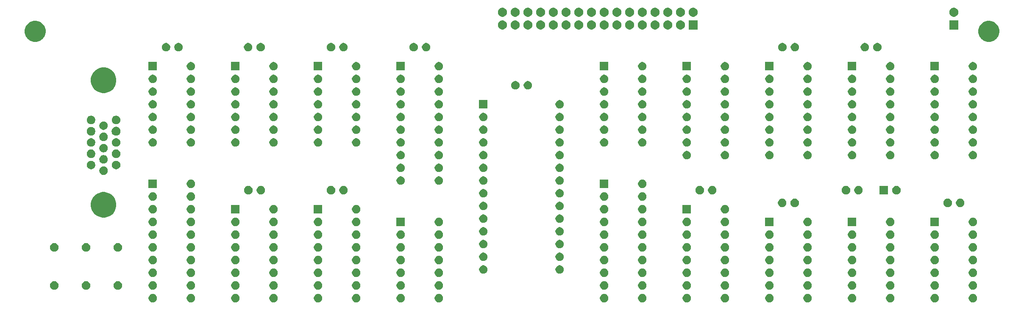
<source format=gbr>
G04 #@! TF.GenerationSoftware,KiCad,Pcbnew,(5.1.5)-3*
G04 #@! TF.CreationDate,2021-11-18T11:10:02+01:00*
G04 #@! TF.ProjectId,VideoRAM,56696465-6f52-4414-9d2e-6b696361645f,rev?*
G04 #@! TF.SameCoordinates,Original*
G04 #@! TF.FileFunction,Soldermask,Top*
G04 #@! TF.FilePolarity,Negative*
%FSLAX46Y46*%
G04 Gerber Fmt 4.6, Leading zero omitted, Abs format (unit mm)*
G04 Created by KiCad (PCBNEW (5.1.5)-3) date 2021-11-18 11:10:02*
%MOMM*%
%LPD*%
G04 APERTURE LIST*
%ADD10C,0.100000*%
G04 APERTURE END LIST*
D10*
G36*
X195510228Y-110306703D02*
G01*
X195665100Y-110370853D01*
X195804481Y-110463985D01*
X195923015Y-110582519D01*
X196016147Y-110721900D01*
X196080297Y-110876772D01*
X196113000Y-111041184D01*
X196113000Y-111208816D01*
X196080297Y-111373228D01*
X196016147Y-111528100D01*
X195923015Y-111667481D01*
X195804481Y-111786015D01*
X195665100Y-111879147D01*
X195510228Y-111943297D01*
X195345816Y-111976000D01*
X195178184Y-111976000D01*
X195013772Y-111943297D01*
X194858900Y-111879147D01*
X194719519Y-111786015D01*
X194600985Y-111667481D01*
X194507853Y-111528100D01*
X194443703Y-111373228D01*
X194411000Y-111208816D01*
X194411000Y-111041184D01*
X194443703Y-110876772D01*
X194507853Y-110721900D01*
X194600985Y-110582519D01*
X194719519Y-110463985D01*
X194858900Y-110370853D01*
X195013772Y-110306703D01*
X195178184Y-110274000D01*
X195345816Y-110274000D01*
X195510228Y-110306703D01*
G37*
G36*
X162490228Y-110306703D02*
G01*
X162645100Y-110370853D01*
X162784481Y-110463985D01*
X162903015Y-110582519D01*
X162996147Y-110721900D01*
X163060297Y-110876772D01*
X163093000Y-111041184D01*
X163093000Y-111208816D01*
X163060297Y-111373228D01*
X162996147Y-111528100D01*
X162903015Y-111667481D01*
X162784481Y-111786015D01*
X162645100Y-111879147D01*
X162490228Y-111943297D01*
X162325816Y-111976000D01*
X162158184Y-111976000D01*
X161993772Y-111943297D01*
X161838900Y-111879147D01*
X161699519Y-111786015D01*
X161580985Y-111667481D01*
X161487853Y-111528100D01*
X161423703Y-111373228D01*
X161391000Y-111208816D01*
X161391000Y-111041184D01*
X161423703Y-110876772D01*
X161487853Y-110721900D01*
X161580985Y-110582519D01*
X161699519Y-110463985D01*
X161838900Y-110370853D01*
X161993772Y-110306703D01*
X162158184Y-110274000D01*
X162325816Y-110274000D01*
X162490228Y-110306703D01*
G37*
G36*
X187890228Y-110306703D02*
G01*
X188045100Y-110370853D01*
X188184481Y-110463985D01*
X188303015Y-110582519D01*
X188396147Y-110721900D01*
X188460297Y-110876772D01*
X188493000Y-111041184D01*
X188493000Y-111208816D01*
X188460297Y-111373228D01*
X188396147Y-111528100D01*
X188303015Y-111667481D01*
X188184481Y-111786015D01*
X188045100Y-111879147D01*
X187890228Y-111943297D01*
X187725816Y-111976000D01*
X187558184Y-111976000D01*
X187393772Y-111943297D01*
X187238900Y-111879147D01*
X187099519Y-111786015D01*
X186980985Y-111667481D01*
X186887853Y-111528100D01*
X186823703Y-111373228D01*
X186791000Y-111208816D01*
X186791000Y-111041184D01*
X186823703Y-110876772D01*
X186887853Y-110721900D01*
X186980985Y-110582519D01*
X187099519Y-110463985D01*
X187238900Y-110370853D01*
X187393772Y-110306703D01*
X187558184Y-110274000D01*
X187725816Y-110274000D01*
X187890228Y-110306703D01*
G37*
G36*
X88830728Y-110306703D02*
G01*
X88985600Y-110370853D01*
X89124981Y-110463985D01*
X89243515Y-110582519D01*
X89336647Y-110721900D01*
X89400797Y-110876772D01*
X89433500Y-111041184D01*
X89433500Y-111208816D01*
X89400797Y-111373228D01*
X89336647Y-111528100D01*
X89243515Y-111667481D01*
X89124981Y-111786015D01*
X88985600Y-111879147D01*
X88830728Y-111943297D01*
X88666316Y-111976000D01*
X88498684Y-111976000D01*
X88334272Y-111943297D01*
X88179400Y-111879147D01*
X88040019Y-111786015D01*
X87921485Y-111667481D01*
X87828353Y-111528100D01*
X87764203Y-111373228D01*
X87731500Y-111208816D01*
X87731500Y-111041184D01*
X87764203Y-110876772D01*
X87828353Y-110721900D01*
X87921485Y-110582519D01*
X88040019Y-110463985D01*
X88179400Y-110370853D01*
X88334272Y-110306703D01*
X88498684Y-110274000D01*
X88666316Y-110274000D01*
X88830728Y-110306703D01*
G37*
G36*
X81210728Y-110306703D02*
G01*
X81365600Y-110370853D01*
X81504981Y-110463985D01*
X81623515Y-110582519D01*
X81716647Y-110721900D01*
X81780797Y-110876772D01*
X81813500Y-111041184D01*
X81813500Y-111208816D01*
X81780797Y-111373228D01*
X81716647Y-111528100D01*
X81623515Y-111667481D01*
X81504981Y-111786015D01*
X81365600Y-111879147D01*
X81210728Y-111943297D01*
X81046316Y-111976000D01*
X80878684Y-111976000D01*
X80714272Y-111943297D01*
X80559400Y-111879147D01*
X80420019Y-111786015D01*
X80301485Y-111667481D01*
X80208353Y-111528100D01*
X80144203Y-111373228D01*
X80111500Y-111208816D01*
X80111500Y-111041184D01*
X80144203Y-110876772D01*
X80208353Y-110721900D01*
X80301485Y-110582519D01*
X80420019Y-110463985D01*
X80559400Y-110370853D01*
X80714272Y-110306703D01*
X80878684Y-110274000D01*
X81046316Y-110274000D01*
X81210728Y-110306703D01*
G37*
G36*
X179000228Y-110306703D02*
G01*
X179155100Y-110370853D01*
X179294481Y-110463985D01*
X179413015Y-110582519D01*
X179506147Y-110721900D01*
X179570297Y-110876772D01*
X179603000Y-111041184D01*
X179603000Y-111208816D01*
X179570297Y-111373228D01*
X179506147Y-111528100D01*
X179413015Y-111667481D01*
X179294481Y-111786015D01*
X179155100Y-111879147D01*
X179000228Y-111943297D01*
X178835816Y-111976000D01*
X178668184Y-111976000D01*
X178503772Y-111943297D01*
X178348900Y-111879147D01*
X178209519Y-111786015D01*
X178090985Y-111667481D01*
X177997853Y-111528100D01*
X177933703Y-111373228D01*
X177901000Y-111208816D01*
X177901000Y-111041184D01*
X177933703Y-110876772D01*
X177997853Y-110721900D01*
X178090985Y-110582519D01*
X178209519Y-110463985D01*
X178348900Y-110370853D01*
X178503772Y-110306703D01*
X178668184Y-110274000D01*
X178835816Y-110274000D01*
X179000228Y-110306703D01*
G37*
G36*
X171380228Y-110306703D02*
G01*
X171535100Y-110370853D01*
X171674481Y-110463985D01*
X171793015Y-110582519D01*
X171886147Y-110721900D01*
X171950297Y-110876772D01*
X171983000Y-111041184D01*
X171983000Y-111208816D01*
X171950297Y-111373228D01*
X171886147Y-111528100D01*
X171793015Y-111667481D01*
X171674481Y-111786015D01*
X171535100Y-111879147D01*
X171380228Y-111943297D01*
X171215816Y-111976000D01*
X171048184Y-111976000D01*
X170883772Y-111943297D01*
X170728900Y-111879147D01*
X170589519Y-111786015D01*
X170470985Y-111667481D01*
X170377853Y-111528100D01*
X170313703Y-111373228D01*
X170281000Y-111208816D01*
X170281000Y-111041184D01*
X170313703Y-110876772D01*
X170377853Y-110721900D01*
X170470985Y-110582519D01*
X170589519Y-110463985D01*
X170728900Y-110370853D01*
X170883772Y-110306703D01*
X171048184Y-110274000D01*
X171215816Y-110274000D01*
X171380228Y-110306703D01*
G37*
G36*
X121850228Y-110306703D02*
G01*
X122005100Y-110370853D01*
X122144481Y-110463985D01*
X122263015Y-110582519D01*
X122356147Y-110721900D01*
X122420297Y-110876772D01*
X122453000Y-111041184D01*
X122453000Y-111208816D01*
X122420297Y-111373228D01*
X122356147Y-111528100D01*
X122263015Y-111667481D01*
X122144481Y-111786015D01*
X122005100Y-111879147D01*
X121850228Y-111943297D01*
X121685816Y-111976000D01*
X121518184Y-111976000D01*
X121353772Y-111943297D01*
X121198900Y-111879147D01*
X121059519Y-111786015D01*
X120940985Y-111667481D01*
X120847853Y-111528100D01*
X120783703Y-111373228D01*
X120751000Y-111208816D01*
X120751000Y-111041184D01*
X120783703Y-110876772D01*
X120847853Y-110721900D01*
X120940985Y-110582519D01*
X121059519Y-110463985D01*
X121198900Y-110370853D01*
X121353772Y-110306703D01*
X121518184Y-110274000D01*
X121685816Y-110274000D01*
X121850228Y-110306703D01*
G37*
G36*
X114230228Y-110306703D02*
G01*
X114385100Y-110370853D01*
X114524481Y-110463985D01*
X114643015Y-110582519D01*
X114736147Y-110721900D01*
X114800297Y-110876772D01*
X114833000Y-111041184D01*
X114833000Y-111208816D01*
X114800297Y-111373228D01*
X114736147Y-111528100D01*
X114643015Y-111667481D01*
X114524481Y-111786015D01*
X114385100Y-111879147D01*
X114230228Y-111943297D01*
X114065816Y-111976000D01*
X113898184Y-111976000D01*
X113733772Y-111943297D01*
X113578900Y-111879147D01*
X113439519Y-111786015D01*
X113320985Y-111667481D01*
X113227853Y-111528100D01*
X113163703Y-111373228D01*
X113131000Y-111208816D01*
X113131000Y-111041184D01*
X113163703Y-110876772D01*
X113227853Y-110721900D01*
X113320985Y-110582519D01*
X113439519Y-110463985D01*
X113578900Y-110370853D01*
X113733772Y-110306703D01*
X113898184Y-110274000D01*
X114065816Y-110274000D01*
X114230228Y-110306703D01*
G37*
G36*
X72320728Y-110306703D02*
G01*
X72475600Y-110370853D01*
X72614981Y-110463985D01*
X72733515Y-110582519D01*
X72826647Y-110721900D01*
X72890797Y-110876772D01*
X72923500Y-111041184D01*
X72923500Y-111208816D01*
X72890797Y-111373228D01*
X72826647Y-111528100D01*
X72733515Y-111667481D01*
X72614981Y-111786015D01*
X72475600Y-111879147D01*
X72320728Y-111943297D01*
X72156316Y-111976000D01*
X71988684Y-111976000D01*
X71824272Y-111943297D01*
X71669400Y-111879147D01*
X71530019Y-111786015D01*
X71411485Y-111667481D01*
X71318353Y-111528100D01*
X71254203Y-111373228D01*
X71221500Y-111208816D01*
X71221500Y-111041184D01*
X71254203Y-110876772D01*
X71318353Y-110721900D01*
X71411485Y-110582519D01*
X71530019Y-110463985D01*
X71669400Y-110370853D01*
X71824272Y-110306703D01*
X71988684Y-110274000D01*
X72156316Y-110274000D01*
X72320728Y-110306703D01*
G37*
G36*
X154870228Y-110306703D02*
G01*
X155025100Y-110370853D01*
X155164481Y-110463985D01*
X155283015Y-110582519D01*
X155376147Y-110721900D01*
X155440297Y-110876772D01*
X155473000Y-111041184D01*
X155473000Y-111208816D01*
X155440297Y-111373228D01*
X155376147Y-111528100D01*
X155283015Y-111667481D01*
X155164481Y-111786015D01*
X155025100Y-111879147D01*
X154870228Y-111943297D01*
X154705816Y-111976000D01*
X154538184Y-111976000D01*
X154373772Y-111943297D01*
X154218900Y-111879147D01*
X154079519Y-111786015D01*
X153960985Y-111667481D01*
X153867853Y-111528100D01*
X153803703Y-111373228D01*
X153771000Y-111208816D01*
X153771000Y-111041184D01*
X153803703Y-110876772D01*
X153867853Y-110721900D01*
X153960985Y-110582519D01*
X154079519Y-110463985D01*
X154218900Y-110370853D01*
X154373772Y-110306703D01*
X154538184Y-110274000D01*
X154705816Y-110274000D01*
X154870228Y-110306703D01*
G37*
G36*
X105340728Y-110306703D02*
G01*
X105495600Y-110370853D01*
X105634981Y-110463985D01*
X105753515Y-110582519D01*
X105846647Y-110721900D01*
X105910797Y-110876772D01*
X105943500Y-111041184D01*
X105943500Y-111208816D01*
X105910797Y-111373228D01*
X105846647Y-111528100D01*
X105753515Y-111667481D01*
X105634981Y-111786015D01*
X105495600Y-111879147D01*
X105340728Y-111943297D01*
X105176316Y-111976000D01*
X105008684Y-111976000D01*
X104844272Y-111943297D01*
X104689400Y-111879147D01*
X104550019Y-111786015D01*
X104431485Y-111667481D01*
X104338353Y-111528100D01*
X104274203Y-111373228D01*
X104241500Y-111208816D01*
X104241500Y-111041184D01*
X104274203Y-110876772D01*
X104338353Y-110721900D01*
X104431485Y-110582519D01*
X104550019Y-110463985D01*
X104689400Y-110370853D01*
X104844272Y-110306703D01*
X105008684Y-110274000D01*
X105176316Y-110274000D01*
X105340728Y-110306703D01*
G37*
G36*
X97720728Y-110306703D02*
G01*
X97875600Y-110370853D01*
X98014981Y-110463985D01*
X98133515Y-110582519D01*
X98226647Y-110721900D01*
X98290797Y-110876772D01*
X98323500Y-111041184D01*
X98323500Y-111208816D01*
X98290797Y-111373228D01*
X98226647Y-111528100D01*
X98133515Y-111667481D01*
X98014981Y-111786015D01*
X97875600Y-111879147D01*
X97720728Y-111943297D01*
X97556316Y-111976000D01*
X97388684Y-111976000D01*
X97224272Y-111943297D01*
X97069400Y-111879147D01*
X96930019Y-111786015D01*
X96811485Y-111667481D01*
X96718353Y-111528100D01*
X96654203Y-111373228D01*
X96621500Y-111208816D01*
X96621500Y-111041184D01*
X96654203Y-110876772D01*
X96718353Y-110721900D01*
X96811485Y-110582519D01*
X96930019Y-110463985D01*
X97069400Y-110370853D01*
X97224272Y-110306703D01*
X97388684Y-110274000D01*
X97556316Y-110274000D01*
X97720728Y-110306703D01*
G37*
G36*
X220910228Y-110306703D02*
G01*
X221065100Y-110370853D01*
X221204481Y-110463985D01*
X221323015Y-110582519D01*
X221416147Y-110721900D01*
X221480297Y-110876772D01*
X221513000Y-111041184D01*
X221513000Y-111208816D01*
X221480297Y-111373228D01*
X221416147Y-111528100D01*
X221323015Y-111667481D01*
X221204481Y-111786015D01*
X221065100Y-111879147D01*
X220910228Y-111943297D01*
X220745816Y-111976000D01*
X220578184Y-111976000D01*
X220413772Y-111943297D01*
X220258900Y-111879147D01*
X220119519Y-111786015D01*
X220000985Y-111667481D01*
X219907853Y-111528100D01*
X219843703Y-111373228D01*
X219811000Y-111208816D01*
X219811000Y-111041184D01*
X219843703Y-110876772D01*
X219907853Y-110721900D01*
X220000985Y-110582519D01*
X220119519Y-110463985D01*
X220258900Y-110370853D01*
X220413772Y-110306703D01*
X220578184Y-110274000D01*
X220745816Y-110274000D01*
X220910228Y-110306703D01*
G37*
G36*
X212020228Y-110306703D02*
G01*
X212175100Y-110370853D01*
X212314481Y-110463985D01*
X212433015Y-110582519D01*
X212526147Y-110721900D01*
X212590297Y-110876772D01*
X212623000Y-111041184D01*
X212623000Y-111208816D01*
X212590297Y-111373228D01*
X212526147Y-111528100D01*
X212433015Y-111667481D01*
X212314481Y-111786015D01*
X212175100Y-111879147D01*
X212020228Y-111943297D01*
X211855816Y-111976000D01*
X211688184Y-111976000D01*
X211523772Y-111943297D01*
X211368900Y-111879147D01*
X211229519Y-111786015D01*
X211110985Y-111667481D01*
X211017853Y-111528100D01*
X210953703Y-111373228D01*
X210921000Y-111208816D01*
X210921000Y-111041184D01*
X210953703Y-110876772D01*
X211017853Y-110721900D01*
X211110985Y-110582519D01*
X211229519Y-110463985D01*
X211368900Y-110370853D01*
X211523772Y-110306703D01*
X211688184Y-110274000D01*
X211855816Y-110274000D01*
X212020228Y-110306703D01*
G37*
G36*
X204400228Y-110306703D02*
G01*
X204555100Y-110370853D01*
X204694481Y-110463985D01*
X204813015Y-110582519D01*
X204906147Y-110721900D01*
X204970297Y-110876772D01*
X205003000Y-111041184D01*
X205003000Y-111208816D01*
X204970297Y-111373228D01*
X204906147Y-111528100D01*
X204813015Y-111667481D01*
X204694481Y-111786015D01*
X204555100Y-111879147D01*
X204400228Y-111943297D01*
X204235816Y-111976000D01*
X204068184Y-111976000D01*
X203903772Y-111943297D01*
X203748900Y-111879147D01*
X203609519Y-111786015D01*
X203490985Y-111667481D01*
X203397853Y-111528100D01*
X203333703Y-111373228D01*
X203301000Y-111208816D01*
X203301000Y-111041184D01*
X203333703Y-110876772D01*
X203397853Y-110721900D01*
X203490985Y-110582519D01*
X203609519Y-110463985D01*
X203748900Y-110370853D01*
X203903772Y-110306703D01*
X204068184Y-110274000D01*
X204235816Y-110274000D01*
X204400228Y-110306703D01*
G37*
G36*
X228530228Y-110306703D02*
G01*
X228685100Y-110370853D01*
X228824481Y-110463985D01*
X228943015Y-110582519D01*
X229036147Y-110721900D01*
X229100297Y-110876772D01*
X229133000Y-111041184D01*
X229133000Y-111208816D01*
X229100297Y-111373228D01*
X229036147Y-111528100D01*
X228943015Y-111667481D01*
X228824481Y-111786015D01*
X228685100Y-111879147D01*
X228530228Y-111943297D01*
X228365816Y-111976000D01*
X228198184Y-111976000D01*
X228033772Y-111943297D01*
X227878900Y-111879147D01*
X227739519Y-111786015D01*
X227620985Y-111667481D01*
X227527853Y-111528100D01*
X227463703Y-111373228D01*
X227431000Y-111208816D01*
X227431000Y-111041184D01*
X227463703Y-110876772D01*
X227527853Y-110721900D01*
X227620985Y-110582519D01*
X227739519Y-110463985D01*
X227878900Y-110370853D01*
X228033772Y-110306703D01*
X228198184Y-110274000D01*
X228365816Y-110274000D01*
X228530228Y-110306703D01*
G37*
G36*
X64700728Y-110306703D02*
G01*
X64855600Y-110370853D01*
X64994981Y-110463985D01*
X65113515Y-110582519D01*
X65206647Y-110721900D01*
X65270797Y-110876772D01*
X65303500Y-111041184D01*
X65303500Y-111208816D01*
X65270797Y-111373228D01*
X65206647Y-111528100D01*
X65113515Y-111667481D01*
X64994981Y-111786015D01*
X64855600Y-111879147D01*
X64700728Y-111943297D01*
X64536316Y-111976000D01*
X64368684Y-111976000D01*
X64204272Y-111943297D01*
X64049400Y-111879147D01*
X63910019Y-111786015D01*
X63791485Y-111667481D01*
X63698353Y-111528100D01*
X63634203Y-111373228D01*
X63601500Y-111208816D01*
X63601500Y-111041184D01*
X63634203Y-110876772D01*
X63698353Y-110721900D01*
X63791485Y-110582519D01*
X63910019Y-110463985D01*
X64049400Y-110370853D01*
X64204272Y-110306703D01*
X64368684Y-110274000D01*
X64536316Y-110274000D01*
X64700728Y-110306703D01*
G37*
G36*
X81210728Y-107766703D02*
G01*
X81365600Y-107830853D01*
X81504981Y-107923985D01*
X81623515Y-108042519D01*
X81716647Y-108181900D01*
X81780797Y-108336772D01*
X81813500Y-108501184D01*
X81813500Y-108668816D01*
X81780797Y-108833228D01*
X81716647Y-108988100D01*
X81623515Y-109127481D01*
X81504981Y-109246015D01*
X81365600Y-109339147D01*
X81210728Y-109403297D01*
X81046316Y-109436000D01*
X80878684Y-109436000D01*
X80714272Y-109403297D01*
X80559400Y-109339147D01*
X80420019Y-109246015D01*
X80301485Y-109127481D01*
X80208353Y-108988100D01*
X80144203Y-108833228D01*
X80111500Y-108668816D01*
X80111500Y-108501184D01*
X80144203Y-108336772D01*
X80208353Y-108181900D01*
X80301485Y-108042519D01*
X80420019Y-107923985D01*
X80559400Y-107830853D01*
X80714272Y-107766703D01*
X80878684Y-107734000D01*
X81046316Y-107734000D01*
X81210728Y-107766703D01*
G37*
G36*
X72320728Y-107766703D02*
G01*
X72475600Y-107830853D01*
X72614981Y-107923985D01*
X72733515Y-108042519D01*
X72826647Y-108181900D01*
X72890797Y-108336772D01*
X72923500Y-108501184D01*
X72923500Y-108668816D01*
X72890797Y-108833228D01*
X72826647Y-108988100D01*
X72733515Y-109127481D01*
X72614981Y-109246015D01*
X72475600Y-109339147D01*
X72320728Y-109403297D01*
X72156316Y-109436000D01*
X71988684Y-109436000D01*
X71824272Y-109403297D01*
X71669400Y-109339147D01*
X71530019Y-109246015D01*
X71411485Y-109127481D01*
X71318353Y-108988100D01*
X71254203Y-108833228D01*
X71221500Y-108668816D01*
X71221500Y-108501184D01*
X71254203Y-108336772D01*
X71318353Y-108181900D01*
X71411485Y-108042519D01*
X71530019Y-107923985D01*
X71669400Y-107830853D01*
X71824272Y-107766703D01*
X71988684Y-107734000D01*
X72156316Y-107734000D01*
X72320728Y-107766703D01*
G37*
G36*
X64700728Y-107766703D02*
G01*
X64855600Y-107830853D01*
X64994981Y-107923985D01*
X65113515Y-108042519D01*
X65206647Y-108181900D01*
X65270797Y-108336772D01*
X65303500Y-108501184D01*
X65303500Y-108668816D01*
X65270797Y-108833228D01*
X65206647Y-108988100D01*
X65113515Y-109127481D01*
X64994981Y-109246015D01*
X64855600Y-109339147D01*
X64700728Y-109403297D01*
X64536316Y-109436000D01*
X64368684Y-109436000D01*
X64204272Y-109403297D01*
X64049400Y-109339147D01*
X63910019Y-109246015D01*
X63791485Y-109127481D01*
X63698353Y-108988100D01*
X63634203Y-108833228D01*
X63601500Y-108668816D01*
X63601500Y-108501184D01*
X63634203Y-108336772D01*
X63698353Y-108181900D01*
X63791485Y-108042519D01*
X63910019Y-107923985D01*
X64049400Y-107830853D01*
X64204272Y-107766703D01*
X64368684Y-107734000D01*
X64536316Y-107734000D01*
X64700728Y-107766703D01*
G37*
G36*
X121850228Y-107766703D02*
G01*
X122005100Y-107830853D01*
X122144481Y-107923985D01*
X122263015Y-108042519D01*
X122356147Y-108181900D01*
X122420297Y-108336772D01*
X122453000Y-108501184D01*
X122453000Y-108668816D01*
X122420297Y-108833228D01*
X122356147Y-108988100D01*
X122263015Y-109127481D01*
X122144481Y-109246015D01*
X122005100Y-109339147D01*
X121850228Y-109403297D01*
X121685816Y-109436000D01*
X121518184Y-109436000D01*
X121353772Y-109403297D01*
X121198900Y-109339147D01*
X121059519Y-109246015D01*
X120940985Y-109127481D01*
X120847853Y-108988100D01*
X120783703Y-108833228D01*
X120751000Y-108668816D01*
X120751000Y-108501184D01*
X120783703Y-108336772D01*
X120847853Y-108181900D01*
X120940985Y-108042519D01*
X121059519Y-107923985D01*
X121198900Y-107830853D01*
X121353772Y-107766703D01*
X121518184Y-107734000D01*
X121685816Y-107734000D01*
X121850228Y-107766703D01*
G37*
G36*
X204400228Y-107766703D02*
G01*
X204555100Y-107830853D01*
X204694481Y-107923985D01*
X204813015Y-108042519D01*
X204906147Y-108181900D01*
X204970297Y-108336772D01*
X205003000Y-108501184D01*
X205003000Y-108668816D01*
X204970297Y-108833228D01*
X204906147Y-108988100D01*
X204813015Y-109127481D01*
X204694481Y-109246015D01*
X204555100Y-109339147D01*
X204400228Y-109403297D01*
X204235816Y-109436000D01*
X204068184Y-109436000D01*
X203903772Y-109403297D01*
X203748900Y-109339147D01*
X203609519Y-109246015D01*
X203490985Y-109127481D01*
X203397853Y-108988100D01*
X203333703Y-108833228D01*
X203301000Y-108668816D01*
X203301000Y-108501184D01*
X203333703Y-108336772D01*
X203397853Y-108181900D01*
X203490985Y-108042519D01*
X203609519Y-107923985D01*
X203748900Y-107830853D01*
X203903772Y-107766703D01*
X204068184Y-107734000D01*
X204235816Y-107734000D01*
X204400228Y-107766703D01*
G37*
G36*
X179000228Y-107766703D02*
G01*
X179155100Y-107830853D01*
X179294481Y-107923985D01*
X179413015Y-108042519D01*
X179506147Y-108181900D01*
X179570297Y-108336772D01*
X179603000Y-108501184D01*
X179603000Y-108668816D01*
X179570297Y-108833228D01*
X179506147Y-108988100D01*
X179413015Y-109127481D01*
X179294481Y-109246015D01*
X179155100Y-109339147D01*
X179000228Y-109403297D01*
X178835816Y-109436000D01*
X178668184Y-109436000D01*
X178503772Y-109403297D01*
X178348900Y-109339147D01*
X178209519Y-109246015D01*
X178090985Y-109127481D01*
X177997853Y-108988100D01*
X177933703Y-108833228D01*
X177901000Y-108668816D01*
X177901000Y-108501184D01*
X177933703Y-108336772D01*
X177997853Y-108181900D01*
X178090985Y-108042519D01*
X178209519Y-107923985D01*
X178348900Y-107830853D01*
X178503772Y-107766703D01*
X178668184Y-107734000D01*
X178835816Y-107734000D01*
X179000228Y-107766703D01*
G37*
G36*
X171380228Y-107766703D02*
G01*
X171535100Y-107830853D01*
X171674481Y-107923985D01*
X171793015Y-108042519D01*
X171886147Y-108181900D01*
X171950297Y-108336772D01*
X171983000Y-108501184D01*
X171983000Y-108668816D01*
X171950297Y-108833228D01*
X171886147Y-108988100D01*
X171793015Y-109127481D01*
X171674481Y-109246015D01*
X171535100Y-109339147D01*
X171380228Y-109403297D01*
X171215816Y-109436000D01*
X171048184Y-109436000D01*
X170883772Y-109403297D01*
X170728900Y-109339147D01*
X170589519Y-109246015D01*
X170470985Y-109127481D01*
X170377853Y-108988100D01*
X170313703Y-108833228D01*
X170281000Y-108668816D01*
X170281000Y-108501184D01*
X170313703Y-108336772D01*
X170377853Y-108181900D01*
X170470985Y-108042519D01*
X170589519Y-107923985D01*
X170728900Y-107830853D01*
X170883772Y-107766703D01*
X171048184Y-107734000D01*
X171215816Y-107734000D01*
X171380228Y-107766703D01*
G37*
G36*
X114230228Y-107766703D02*
G01*
X114385100Y-107830853D01*
X114524481Y-107923985D01*
X114643015Y-108042519D01*
X114736147Y-108181900D01*
X114800297Y-108336772D01*
X114833000Y-108501184D01*
X114833000Y-108668816D01*
X114800297Y-108833228D01*
X114736147Y-108988100D01*
X114643015Y-109127481D01*
X114524481Y-109246015D01*
X114385100Y-109339147D01*
X114230228Y-109403297D01*
X114065816Y-109436000D01*
X113898184Y-109436000D01*
X113733772Y-109403297D01*
X113578900Y-109339147D01*
X113439519Y-109246015D01*
X113320985Y-109127481D01*
X113227853Y-108988100D01*
X113163703Y-108833228D01*
X113131000Y-108668816D01*
X113131000Y-108501184D01*
X113163703Y-108336772D01*
X113227853Y-108181900D01*
X113320985Y-108042519D01*
X113439519Y-107923985D01*
X113578900Y-107830853D01*
X113733772Y-107766703D01*
X113898184Y-107734000D01*
X114065816Y-107734000D01*
X114230228Y-107766703D01*
G37*
G36*
X162490228Y-107766703D02*
G01*
X162645100Y-107830853D01*
X162784481Y-107923985D01*
X162903015Y-108042519D01*
X162996147Y-108181900D01*
X163060297Y-108336772D01*
X163093000Y-108501184D01*
X163093000Y-108668816D01*
X163060297Y-108833228D01*
X162996147Y-108988100D01*
X162903015Y-109127481D01*
X162784481Y-109246015D01*
X162645100Y-109339147D01*
X162490228Y-109403297D01*
X162325816Y-109436000D01*
X162158184Y-109436000D01*
X161993772Y-109403297D01*
X161838900Y-109339147D01*
X161699519Y-109246015D01*
X161580985Y-109127481D01*
X161487853Y-108988100D01*
X161423703Y-108833228D01*
X161391000Y-108668816D01*
X161391000Y-108501184D01*
X161423703Y-108336772D01*
X161487853Y-108181900D01*
X161580985Y-108042519D01*
X161699519Y-107923985D01*
X161838900Y-107830853D01*
X161993772Y-107766703D01*
X162158184Y-107734000D01*
X162325816Y-107734000D01*
X162490228Y-107766703D01*
G37*
G36*
X154870228Y-107766703D02*
G01*
X155025100Y-107830853D01*
X155164481Y-107923985D01*
X155283015Y-108042519D01*
X155376147Y-108181900D01*
X155440297Y-108336772D01*
X155473000Y-108501184D01*
X155473000Y-108668816D01*
X155440297Y-108833228D01*
X155376147Y-108988100D01*
X155283015Y-109127481D01*
X155164481Y-109246015D01*
X155025100Y-109339147D01*
X154870228Y-109403297D01*
X154705816Y-109436000D01*
X154538184Y-109436000D01*
X154373772Y-109403297D01*
X154218900Y-109339147D01*
X154079519Y-109246015D01*
X153960985Y-109127481D01*
X153867853Y-108988100D01*
X153803703Y-108833228D01*
X153771000Y-108668816D01*
X153771000Y-108501184D01*
X153803703Y-108336772D01*
X153867853Y-108181900D01*
X153960985Y-108042519D01*
X154079519Y-107923985D01*
X154218900Y-107830853D01*
X154373772Y-107766703D01*
X154538184Y-107734000D01*
X154705816Y-107734000D01*
X154870228Y-107766703D01*
G37*
G36*
X228530228Y-107766703D02*
G01*
X228685100Y-107830853D01*
X228824481Y-107923985D01*
X228943015Y-108042519D01*
X229036147Y-108181900D01*
X229100297Y-108336772D01*
X229133000Y-108501184D01*
X229133000Y-108668816D01*
X229100297Y-108833228D01*
X229036147Y-108988100D01*
X228943015Y-109127481D01*
X228824481Y-109246015D01*
X228685100Y-109339147D01*
X228530228Y-109403297D01*
X228365816Y-109436000D01*
X228198184Y-109436000D01*
X228033772Y-109403297D01*
X227878900Y-109339147D01*
X227739519Y-109246015D01*
X227620985Y-109127481D01*
X227527853Y-108988100D01*
X227463703Y-108833228D01*
X227431000Y-108668816D01*
X227431000Y-108501184D01*
X227463703Y-108336772D01*
X227527853Y-108181900D01*
X227620985Y-108042519D01*
X227739519Y-107923985D01*
X227878900Y-107830853D01*
X228033772Y-107766703D01*
X228198184Y-107734000D01*
X228365816Y-107734000D01*
X228530228Y-107766703D01*
G37*
G36*
X105340728Y-107766703D02*
G01*
X105495600Y-107830853D01*
X105634981Y-107923985D01*
X105753515Y-108042519D01*
X105846647Y-108181900D01*
X105910797Y-108336772D01*
X105943500Y-108501184D01*
X105943500Y-108668816D01*
X105910797Y-108833228D01*
X105846647Y-108988100D01*
X105753515Y-109127481D01*
X105634981Y-109246015D01*
X105495600Y-109339147D01*
X105340728Y-109403297D01*
X105176316Y-109436000D01*
X105008684Y-109436000D01*
X104844272Y-109403297D01*
X104689400Y-109339147D01*
X104550019Y-109246015D01*
X104431485Y-109127481D01*
X104338353Y-108988100D01*
X104274203Y-108833228D01*
X104241500Y-108668816D01*
X104241500Y-108501184D01*
X104274203Y-108336772D01*
X104338353Y-108181900D01*
X104431485Y-108042519D01*
X104550019Y-107923985D01*
X104689400Y-107830853D01*
X104844272Y-107766703D01*
X105008684Y-107734000D01*
X105176316Y-107734000D01*
X105340728Y-107766703D01*
G37*
G36*
X57715728Y-107766703D02*
G01*
X57870600Y-107830853D01*
X58009981Y-107923985D01*
X58128515Y-108042519D01*
X58221647Y-108181900D01*
X58285797Y-108336772D01*
X58318500Y-108501184D01*
X58318500Y-108668816D01*
X58285797Y-108833228D01*
X58221647Y-108988100D01*
X58128515Y-109127481D01*
X58009981Y-109246015D01*
X57870600Y-109339147D01*
X57715728Y-109403297D01*
X57551316Y-109436000D01*
X57383684Y-109436000D01*
X57219272Y-109403297D01*
X57064400Y-109339147D01*
X56925019Y-109246015D01*
X56806485Y-109127481D01*
X56713353Y-108988100D01*
X56649203Y-108833228D01*
X56616500Y-108668816D01*
X56616500Y-108501184D01*
X56649203Y-108336772D01*
X56713353Y-108181900D01*
X56806485Y-108042519D01*
X56925019Y-107923985D01*
X57064400Y-107830853D01*
X57219272Y-107766703D01*
X57383684Y-107734000D01*
X57551316Y-107734000D01*
X57715728Y-107766703D01*
G37*
G36*
X212020228Y-107766703D02*
G01*
X212175100Y-107830853D01*
X212314481Y-107923985D01*
X212433015Y-108042519D01*
X212526147Y-108181900D01*
X212590297Y-108336772D01*
X212623000Y-108501184D01*
X212623000Y-108668816D01*
X212590297Y-108833228D01*
X212526147Y-108988100D01*
X212433015Y-109127481D01*
X212314481Y-109246015D01*
X212175100Y-109339147D01*
X212020228Y-109403297D01*
X211855816Y-109436000D01*
X211688184Y-109436000D01*
X211523772Y-109403297D01*
X211368900Y-109339147D01*
X211229519Y-109246015D01*
X211110985Y-109127481D01*
X211017853Y-108988100D01*
X210953703Y-108833228D01*
X210921000Y-108668816D01*
X210921000Y-108501184D01*
X210953703Y-108336772D01*
X211017853Y-108181900D01*
X211110985Y-108042519D01*
X211229519Y-107923985D01*
X211368900Y-107830853D01*
X211523772Y-107766703D01*
X211688184Y-107734000D01*
X211855816Y-107734000D01*
X212020228Y-107766703D01*
G37*
G36*
X45015728Y-107766703D02*
G01*
X45170600Y-107830853D01*
X45309981Y-107923985D01*
X45428515Y-108042519D01*
X45521647Y-108181900D01*
X45585797Y-108336772D01*
X45618500Y-108501184D01*
X45618500Y-108668816D01*
X45585797Y-108833228D01*
X45521647Y-108988100D01*
X45428515Y-109127481D01*
X45309981Y-109246015D01*
X45170600Y-109339147D01*
X45015728Y-109403297D01*
X44851316Y-109436000D01*
X44683684Y-109436000D01*
X44519272Y-109403297D01*
X44364400Y-109339147D01*
X44225019Y-109246015D01*
X44106485Y-109127481D01*
X44013353Y-108988100D01*
X43949203Y-108833228D01*
X43916500Y-108668816D01*
X43916500Y-108501184D01*
X43949203Y-108336772D01*
X44013353Y-108181900D01*
X44106485Y-108042519D01*
X44225019Y-107923985D01*
X44364400Y-107830853D01*
X44519272Y-107766703D01*
X44683684Y-107734000D01*
X44851316Y-107734000D01*
X45015728Y-107766703D01*
G37*
G36*
X51365728Y-107766703D02*
G01*
X51520600Y-107830853D01*
X51659981Y-107923985D01*
X51778515Y-108042519D01*
X51871647Y-108181900D01*
X51935797Y-108336772D01*
X51968500Y-108501184D01*
X51968500Y-108668816D01*
X51935797Y-108833228D01*
X51871647Y-108988100D01*
X51778515Y-109127481D01*
X51659981Y-109246015D01*
X51520600Y-109339147D01*
X51365728Y-109403297D01*
X51201316Y-109436000D01*
X51033684Y-109436000D01*
X50869272Y-109403297D01*
X50714400Y-109339147D01*
X50575019Y-109246015D01*
X50456485Y-109127481D01*
X50363353Y-108988100D01*
X50299203Y-108833228D01*
X50266500Y-108668816D01*
X50266500Y-108501184D01*
X50299203Y-108336772D01*
X50363353Y-108181900D01*
X50456485Y-108042519D01*
X50575019Y-107923985D01*
X50714400Y-107830853D01*
X50869272Y-107766703D01*
X51033684Y-107734000D01*
X51201316Y-107734000D01*
X51365728Y-107766703D01*
G37*
G36*
X220910228Y-107766703D02*
G01*
X221065100Y-107830853D01*
X221204481Y-107923985D01*
X221323015Y-108042519D01*
X221416147Y-108181900D01*
X221480297Y-108336772D01*
X221513000Y-108501184D01*
X221513000Y-108668816D01*
X221480297Y-108833228D01*
X221416147Y-108988100D01*
X221323015Y-109127481D01*
X221204481Y-109246015D01*
X221065100Y-109339147D01*
X220910228Y-109403297D01*
X220745816Y-109436000D01*
X220578184Y-109436000D01*
X220413772Y-109403297D01*
X220258900Y-109339147D01*
X220119519Y-109246015D01*
X220000985Y-109127481D01*
X219907853Y-108988100D01*
X219843703Y-108833228D01*
X219811000Y-108668816D01*
X219811000Y-108501184D01*
X219843703Y-108336772D01*
X219907853Y-108181900D01*
X220000985Y-108042519D01*
X220119519Y-107923985D01*
X220258900Y-107830853D01*
X220413772Y-107766703D01*
X220578184Y-107734000D01*
X220745816Y-107734000D01*
X220910228Y-107766703D01*
G37*
G36*
X195510228Y-107766703D02*
G01*
X195665100Y-107830853D01*
X195804481Y-107923985D01*
X195923015Y-108042519D01*
X196016147Y-108181900D01*
X196080297Y-108336772D01*
X196113000Y-108501184D01*
X196113000Y-108668816D01*
X196080297Y-108833228D01*
X196016147Y-108988100D01*
X195923015Y-109127481D01*
X195804481Y-109246015D01*
X195665100Y-109339147D01*
X195510228Y-109403297D01*
X195345816Y-109436000D01*
X195178184Y-109436000D01*
X195013772Y-109403297D01*
X194858900Y-109339147D01*
X194719519Y-109246015D01*
X194600985Y-109127481D01*
X194507853Y-108988100D01*
X194443703Y-108833228D01*
X194411000Y-108668816D01*
X194411000Y-108501184D01*
X194443703Y-108336772D01*
X194507853Y-108181900D01*
X194600985Y-108042519D01*
X194719519Y-107923985D01*
X194858900Y-107830853D01*
X195013772Y-107766703D01*
X195178184Y-107734000D01*
X195345816Y-107734000D01*
X195510228Y-107766703D01*
G37*
G36*
X187890228Y-107766703D02*
G01*
X188045100Y-107830853D01*
X188184481Y-107923985D01*
X188303015Y-108042519D01*
X188396147Y-108181900D01*
X188460297Y-108336772D01*
X188493000Y-108501184D01*
X188493000Y-108668816D01*
X188460297Y-108833228D01*
X188396147Y-108988100D01*
X188303015Y-109127481D01*
X188184481Y-109246015D01*
X188045100Y-109339147D01*
X187890228Y-109403297D01*
X187725816Y-109436000D01*
X187558184Y-109436000D01*
X187393772Y-109403297D01*
X187238900Y-109339147D01*
X187099519Y-109246015D01*
X186980985Y-109127481D01*
X186887853Y-108988100D01*
X186823703Y-108833228D01*
X186791000Y-108668816D01*
X186791000Y-108501184D01*
X186823703Y-108336772D01*
X186887853Y-108181900D01*
X186980985Y-108042519D01*
X187099519Y-107923985D01*
X187238900Y-107830853D01*
X187393772Y-107766703D01*
X187558184Y-107734000D01*
X187725816Y-107734000D01*
X187890228Y-107766703D01*
G37*
G36*
X97720728Y-107766703D02*
G01*
X97875600Y-107830853D01*
X98014981Y-107923985D01*
X98133515Y-108042519D01*
X98226647Y-108181900D01*
X98290797Y-108336772D01*
X98323500Y-108501184D01*
X98323500Y-108668816D01*
X98290797Y-108833228D01*
X98226647Y-108988100D01*
X98133515Y-109127481D01*
X98014981Y-109246015D01*
X97875600Y-109339147D01*
X97720728Y-109403297D01*
X97556316Y-109436000D01*
X97388684Y-109436000D01*
X97224272Y-109403297D01*
X97069400Y-109339147D01*
X96930019Y-109246015D01*
X96811485Y-109127481D01*
X96718353Y-108988100D01*
X96654203Y-108833228D01*
X96621500Y-108668816D01*
X96621500Y-108501184D01*
X96654203Y-108336772D01*
X96718353Y-108181900D01*
X96811485Y-108042519D01*
X96930019Y-107923985D01*
X97069400Y-107830853D01*
X97224272Y-107766703D01*
X97388684Y-107734000D01*
X97556316Y-107734000D01*
X97720728Y-107766703D01*
G37*
G36*
X88830728Y-107766703D02*
G01*
X88985600Y-107830853D01*
X89124981Y-107923985D01*
X89243515Y-108042519D01*
X89336647Y-108181900D01*
X89400797Y-108336772D01*
X89433500Y-108501184D01*
X89433500Y-108668816D01*
X89400797Y-108833228D01*
X89336647Y-108988100D01*
X89243515Y-109127481D01*
X89124981Y-109246015D01*
X88985600Y-109339147D01*
X88830728Y-109403297D01*
X88666316Y-109436000D01*
X88498684Y-109436000D01*
X88334272Y-109403297D01*
X88179400Y-109339147D01*
X88040019Y-109246015D01*
X87921485Y-109127481D01*
X87828353Y-108988100D01*
X87764203Y-108833228D01*
X87731500Y-108668816D01*
X87731500Y-108501184D01*
X87764203Y-108336772D01*
X87828353Y-108181900D01*
X87921485Y-108042519D01*
X88040019Y-107923985D01*
X88179400Y-107830853D01*
X88334272Y-107766703D01*
X88498684Y-107734000D01*
X88666316Y-107734000D01*
X88830728Y-107766703D01*
G37*
G36*
X212020228Y-105226703D02*
G01*
X212175100Y-105290853D01*
X212314481Y-105383985D01*
X212433015Y-105502519D01*
X212526147Y-105641900D01*
X212590297Y-105796772D01*
X212623000Y-105961184D01*
X212623000Y-106128816D01*
X212590297Y-106293228D01*
X212526147Y-106448100D01*
X212433015Y-106587481D01*
X212314481Y-106706015D01*
X212175100Y-106799147D01*
X212020228Y-106863297D01*
X211855816Y-106896000D01*
X211688184Y-106896000D01*
X211523772Y-106863297D01*
X211368900Y-106799147D01*
X211229519Y-106706015D01*
X211110985Y-106587481D01*
X211017853Y-106448100D01*
X210953703Y-106293228D01*
X210921000Y-106128816D01*
X210921000Y-105961184D01*
X210953703Y-105796772D01*
X211017853Y-105641900D01*
X211110985Y-105502519D01*
X211229519Y-105383985D01*
X211368900Y-105290853D01*
X211523772Y-105226703D01*
X211688184Y-105194000D01*
X211855816Y-105194000D01*
X212020228Y-105226703D01*
G37*
G36*
X171380228Y-105226703D02*
G01*
X171535100Y-105290853D01*
X171674481Y-105383985D01*
X171793015Y-105502519D01*
X171886147Y-105641900D01*
X171950297Y-105796772D01*
X171983000Y-105961184D01*
X171983000Y-106128816D01*
X171950297Y-106293228D01*
X171886147Y-106448100D01*
X171793015Y-106587481D01*
X171674481Y-106706015D01*
X171535100Y-106799147D01*
X171380228Y-106863297D01*
X171215816Y-106896000D01*
X171048184Y-106896000D01*
X170883772Y-106863297D01*
X170728900Y-106799147D01*
X170589519Y-106706015D01*
X170470985Y-106587481D01*
X170377853Y-106448100D01*
X170313703Y-106293228D01*
X170281000Y-106128816D01*
X170281000Y-105961184D01*
X170313703Y-105796772D01*
X170377853Y-105641900D01*
X170470985Y-105502519D01*
X170589519Y-105383985D01*
X170728900Y-105290853D01*
X170883772Y-105226703D01*
X171048184Y-105194000D01*
X171215816Y-105194000D01*
X171380228Y-105226703D01*
G37*
G36*
X220910228Y-105226703D02*
G01*
X221065100Y-105290853D01*
X221204481Y-105383985D01*
X221323015Y-105502519D01*
X221416147Y-105641900D01*
X221480297Y-105796772D01*
X221513000Y-105961184D01*
X221513000Y-106128816D01*
X221480297Y-106293228D01*
X221416147Y-106448100D01*
X221323015Y-106587481D01*
X221204481Y-106706015D01*
X221065100Y-106799147D01*
X220910228Y-106863297D01*
X220745816Y-106896000D01*
X220578184Y-106896000D01*
X220413772Y-106863297D01*
X220258900Y-106799147D01*
X220119519Y-106706015D01*
X220000985Y-106587481D01*
X219907853Y-106448100D01*
X219843703Y-106293228D01*
X219811000Y-106128816D01*
X219811000Y-105961184D01*
X219843703Y-105796772D01*
X219907853Y-105641900D01*
X220000985Y-105502519D01*
X220119519Y-105383985D01*
X220258900Y-105290853D01*
X220413772Y-105226703D01*
X220578184Y-105194000D01*
X220745816Y-105194000D01*
X220910228Y-105226703D01*
G37*
G36*
X228530228Y-105226703D02*
G01*
X228685100Y-105290853D01*
X228824481Y-105383985D01*
X228943015Y-105502519D01*
X229036147Y-105641900D01*
X229100297Y-105796772D01*
X229133000Y-105961184D01*
X229133000Y-106128816D01*
X229100297Y-106293228D01*
X229036147Y-106448100D01*
X228943015Y-106587481D01*
X228824481Y-106706015D01*
X228685100Y-106799147D01*
X228530228Y-106863297D01*
X228365816Y-106896000D01*
X228198184Y-106896000D01*
X228033772Y-106863297D01*
X227878900Y-106799147D01*
X227739519Y-106706015D01*
X227620985Y-106587481D01*
X227527853Y-106448100D01*
X227463703Y-106293228D01*
X227431000Y-106128816D01*
X227431000Y-105961184D01*
X227463703Y-105796772D01*
X227527853Y-105641900D01*
X227620985Y-105502519D01*
X227739519Y-105383985D01*
X227878900Y-105290853D01*
X228033772Y-105226703D01*
X228198184Y-105194000D01*
X228365816Y-105194000D01*
X228530228Y-105226703D01*
G37*
G36*
X179000228Y-105226703D02*
G01*
X179155100Y-105290853D01*
X179294481Y-105383985D01*
X179413015Y-105502519D01*
X179506147Y-105641900D01*
X179570297Y-105796772D01*
X179603000Y-105961184D01*
X179603000Y-106128816D01*
X179570297Y-106293228D01*
X179506147Y-106448100D01*
X179413015Y-106587481D01*
X179294481Y-106706015D01*
X179155100Y-106799147D01*
X179000228Y-106863297D01*
X178835816Y-106896000D01*
X178668184Y-106896000D01*
X178503772Y-106863297D01*
X178348900Y-106799147D01*
X178209519Y-106706015D01*
X178090985Y-106587481D01*
X177997853Y-106448100D01*
X177933703Y-106293228D01*
X177901000Y-106128816D01*
X177901000Y-105961184D01*
X177933703Y-105796772D01*
X177997853Y-105641900D01*
X178090985Y-105502519D01*
X178209519Y-105383985D01*
X178348900Y-105290853D01*
X178503772Y-105226703D01*
X178668184Y-105194000D01*
X178835816Y-105194000D01*
X179000228Y-105226703D01*
G37*
G36*
X195510228Y-105226703D02*
G01*
X195665100Y-105290853D01*
X195804481Y-105383985D01*
X195923015Y-105502519D01*
X196016147Y-105641900D01*
X196080297Y-105796772D01*
X196113000Y-105961184D01*
X196113000Y-106128816D01*
X196080297Y-106293228D01*
X196016147Y-106448100D01*
X195923015Y-106587481D01*
X195804481Y-106706015D01*
X195665100Y-106799147D01*
X195510228Y-106863297D01*
X195345816Y-106896000D01*
X195178184Y-106896000D01*
X195013772Y-106863297D01*
X194858900Y-106799147D01*
X194719519Y-106706015D01*
X194600985Y-106587481D01*
X194507853Y-106448100D01*
X194443703Y-106293228D01*
X194411000Y-106128816D01*
X194411000Y-105961184D01*
X194443703Y-105796772D01*
X194507853Y-105641900D01*
X194600985Y-105502519D01*
X194719519Y-105383985D01*
X194858900Y-105290853D01*
X195013772Y-105226703D01*
X195178184Y-105194000D01*
X195345816Y-105194000D01*
X195510228Y-105226703D01*
G37*
G36*
X187890228Y-105226703D02*
G01*
X188045100Y-105290853D01*
X188184481Y-105383985D01*
X188303015Y-105502519D01*
X188396147Y-105641900D01*
X188460297Y-105796772D01*
X188493000Y-105961184D01*
X188493000Y-106128816D01*
X188460297Y-106293228D01*
X188396147Y-106448100D01*
X188303015Y-106587481D01*
X188184481Y-106706015D01*
X188045100Y-106799147D01*
X187890228Y-106863297D01*
X187725816Y-106896000D01*
X187558184Y-106896000D01*
X187393772Y-106863297D01*
X187238900Y-106799147D01*
X187099519Y-106706015D01*
X186980985Y-106587481D01*
X186887853Y-106448100D01*
X186823703Y-106293228D01*
X186791000Y-106128816D01*
X186791000Y-105961184D01*
X186823703Y-105796772D01*
X186887853Y-105641900D01*
X186980985Y-105502519D01*
X187099519Y-105383985D01*
X187238900Y-105290853D01*
X187393772Y-105226703D01*
X187558184Y-105194000D01*
X187725816Y-105194000D01*
X187890228Y-105226703D01*
G37*
G36*
X81210728Y-105226703D02*
G01*
X81365600Y-105290853D01*
X81504981Y-105383985D01*
X81623515Y-105502519D01*
X81716647Y-105641900D01*
X81780797Y-105796772D01*
X81813500Y-105961184D01*
X81813500Y-106128816D01*
X81780797Y-106293228D01*
X81716647Y-106448100D01*
X81623515Y-106587481D01*
X81504981Y-106706015D01*
X81365600Y-106799147D01*
X81210728Y-106863297D01*
X81046316Y-106896000D01*
X80878684Y-106896000D01*
X80714272Y-106863297D01*
X80559400Y-106799147D01*
X80420019Y-106706015D01*
X80301485Y-106587481D01*
X80208353Y-106448100D01*
X80144203Y-106293228D01*
X80111500Y-106128816D01*
X80111500Y-105961184D01*
X80144203Y-105796772D01*
X80208353Y-105641900D01*
X80301485Y-105502519D01*
X80420019Y-105383985D01*
X80559400Y-105290853D01*
X80714272Y-105226703D01*
X80878684Y-105194000D01*
X81046316Y-105194000D01*
X81210728Y-105226703D01*
G37*
G36*
X88830728Y-105226703D02*
G01*
X88985600Y-105290853D01*
X89124981Y-105383985D01*
X89243515Y-105502519D01*
X89336647Y-105641900D01*
X89400797Y-105796772D01*
X89433500Y-105961184D01*
X89433500Y-106128816D01*
X89400797Y-106293228D01*
X89336647Y-106448100D01*
X89243515Y-106587481D01*
X89124981Y-106706015D01*
X88985600Y-106799147D01*
X88830728Y-106863297D01*
X88666316Y-106896000D01*
X88498684Y-106896000D01*
X88334272Y-106863297D01*
X88179400Y-106799147D01*
X88040019Y-106706015D01*
X87921485Y-106587481D01*
X87828353Y-106448100D01*
X87764203Y-106293228D01*
X87731500Y-106128816D01*
X87731500Y-105961184D01*
X87764203Y-105796772D01*
X87828353Y-105641900D01*
X87921485Y-105502519D01*
X88040019Y-105383985D01*
X88179400Y-105290853D01*
X88334272Y-105226703D01*
X88498684Y-105194000D01*
X88666316Y-105194000D01*
X88830728Y-105226703D01*
G37*
G36*
X204400228Y-105226703D02*
G01*
X204555100Y-105290853D01*
X204694481Y-105383985D01*
X204813015Y-105502519D01*
X204906147Y-105641900D01*
X204970297Y-105796772D01*
X205003000Y-105961184D01*
X205003000Y-106128816D01*
X204970297Y-106293228D01*
X204906147Y-106448100D01*
X204813015Y-106587481D01*
X204694481Y-106706015D01*
X204555100Y-106799147D01*
X204400228Y-106863297D01*
X204235816Y-106896000D01*
X204068184Y-106896000D01*
X203903772Y-106863297D01*
X203748900Y-106799147D01*
X203609519Y-106706015D01*
X203490985Y-106587481D01*
X203397853Y-106448100D01*
X203333703Y-106293228D01*
X203301000Y-106128816D01*
X203301000Y-105961184D01*
X203333703Y-105796772D01*
X203397853Y-105641900D01*
X203490985Y-105502519D01*
X203609519Y-105383985D01*
X203748900Y-105290853D01*
X203903772Y-105226703D01*
X204068184Y-105194000D01*
X204235816Y-105194000D01*
X204400228Y-105226703D01*
G37*
G36*
X97720728Y-105226703D02*
G01*
X97875600Y-105290853D01*
X98014981Y-105383985D01*
X98133515Y-105502519D01*
X98226647Y-105641900D01*
X98290797Y-105796772D01*
X98323500Y-105961184D01*
X98323500Y-106128816D01*
X98290797Y-106293228D01*
X98226647Y-106448100D01*
X98133515Y-106587481D01*
X98014981Y-106706015D01*
X97875600Y-106799147D01*
X97720728Y-106863297D01*
X97556316Y-106896000D01*
X97388684Y-106896000D01*
X97224272Y-106863297D01*
X97069400Y-106799147D01*
X96930019Y-106706015D01*
X96811485Y-106587481D01*
X96718353Y-106448100D01*
X96654203Y-106293228D01*
X96621500Y-106128816D01*
X96621500Y-105961184D01*
X96654203Y-105796772D01*
X96718353Y-105641900D01*
X96811485Y-105502519D01*
X96930019Y-105383985D01*
X97069400Y-105290853D01*
X97224272Y-105226703D01*
X97388684Y-105194000D01*
X97556316Y-105194000D01*
X97720728Y-105226703D01*
G37*
G36*
X162490228Y-105226703D02*
G01*
X162645100Y-105290853D01*
X162784481Y-105383985D01*
X162903015Y-105502519D01*
X162996147Y-105641900D01*
X163060297Y-105796772D01*
X163093000Y-105961184D01*
X163093000Y-106128816D01*
X163060297Y-106293228D01*
X162996147Y-106448100D01*
X162903015Y-106587481D01*
X162784481Y-106706015D01*
X162645100Y-106799147D01*
X162490228Y-106863297D01*
X162325816Y-106896000D01*
X162158184Y-106896000D01*
X161993772Y-106863297D01*
X161838900Y-106799147D01*
X161699519Y-106706015D01*
X161580985Y-106587481D01*
X161487853Y-106448100D01*
X161423703Y-106293228D01*
X161391000Y-106128816D01*
X161391000Y-105961184D01*
X161423703Y-105796772D01*
X161487853Y-105641900D01*
X161580985Y-105502519D01*
X161699519Y-105383985D01*
X161838900Y-105290853D01*
X161993772Y-105226703D01*
X162158184Y-105194000D01*
X162325816Y-105194000D01*
X162490228Y-105226703D01*
G37*
G36*
X121850228Y-105226703D02*
G01*
X122005100Y-105290853D01*
X122144481Y-105383985D01*
X122263015Y-105502519D01*
X122356147Y-105641900D01*
X122420297Y-105796772D01*
X122453000Y-105961184D01*
X122453000Y-106128816D01*
X122420297Y-106293228D01*
X122356147Y-106448100D01*
X122263015Y-106587481D01*
X122144481Y-106706015D01*
X122005100Y-106799147D01*
X121850228Y-106863297D01*
X121685816Y-106896000D01*
X121518184Y-106896000D01*
X121353772Y-106863297D01*
X121198900Y-106799147D01*
X121059519Y-106706015D01*
X120940985Y-106587481D01*
X120847853Y-106448100D01*
X120783703Y-106293228D01*
X120751000Y-106128816D01*
X120751000Y-105961184D01*
X120783703Y-105796772D01*
X120847853Y-105641900D01*
X120940985Y-105502519D01*
X121059519Y-105383985D01*
X121198900Y-105290853D01*
X121353772Y-105226703D01*
X121518184Y-105194000D01*
X121685816Y-105194000D01*
X121850228Y-105226703D01*
G37*
G36*
X114230228Y-105226703D02*
G01*
X114385100Y-105290853D01*
X114524481Y-105383985D01*
X114643015Y-105502519D01*
X114736147Y-105641900D01*
X114800297Y-105796772D01*
X114833000Y-105961184D01*
X114833000Y-106128816D01*
X114800297Y-106293228D01*
X114736147Y-106448100D01*
X114643015Y-106587481D01*
X114524481Y-106706015D01*
X114385100Y-106799147D01*
X114230228Y-106863297D01*
X114065816Y-106896000D01*
X113898184Y-106896000D01*
X113733772Y-106863297D01*
X113578900Y-106799147D01*
X113439519Y-106706015D01*
X113320985Y-106587481D01*
X113227853Y-106448100D01*
X113163703Y-106293228D01*
X113131000Y-106128816D01*
X113131000Y-105961184D01*
X113163703Y-105796772D01*
X113227853Y-105641900D01*
X113320985Y-105502519D01*
X113439519Y-105383985D01*
X113578900Y-105290853D01*
X113733772Y-105226703D01*
X113898184Y-105194000D01*
X114065816Y-105194000D01*
X114230228Y-105226703D01*
G37*
G36*
X72320728Y-105226703D02*
G01*
X72475600Y-105290853D01*
X72614981Y-105383985D01*
X72733515Y-105502519D01*
X72826647Y-105641900D01*
X72890797Y-105796772D01*
X72923500Y-105961184D01*
X72923500Y-106128816D01*
X72890797Y-106293228D01*
X72826647Y-106448100D01*
X72733515Y-106587481D01*
X72614981Y-106706015D01*
X72475600Y-106799147D01*
X72320728Y-106863297D01*
X72156316Y-106896000D01*
X71988684Y-106896000D01*
X71824272Y-106863297D01*
X71669400Y-106799147D01*
X71530019Y-106706015D01*
X71411485Y-106587481D01*
X71318353Y-106448100D01*
X71254203Y-106293228D01*
X71221500Y-106128816D01*
X71221500Y-105961184D01*
X71254203Y-105796772D01*
X71318353Y-105641900D01*
X71411485Y-105502519D01*
X71530019Y-105383985D01*
X71669400Y-105290853D01*
X71824272Y-105226703D01*
X71988684Y-105194000D01*
X72156316Y-105194000D01*
X72320728Y-105226703D01*
G37*
G36*
X154870228Y-105226703D02*
G01*
X155025100Y-105290853D01*
X155164481Y-105383985D01*
X155283015Y-105502519D01*
X155376147Y-105641900D01*
X155440297Y-105796772D01*
X155473000Y-105961184D01*
X155473000Y-106128816D01*
X155440297Y-106293228D01*
X155376147Y-106448100D01*
X155283015Y-106587481D01*
X155164481Y-106706015D01*
X155025100Y-106799147D01*
X154870228Y-106863297D01*
X154705816Y-106896000D01*
X154538184Y-106896000D01*
X154373772Y-106863297D01*
X154218900Y-106799147D01*
X154079519Y-106706015D01*
X153960985Y-106587481D01*
X153867853Y-106448100D01*
X153803703Y-106293228D01*
X153771000Y-106128816D01*
X153771000Y-105961184D01*
X153803703Y-105796772D01*
X153867853Y-105641900D01*
X153960985Y-105502519D01*
X154079519Y-105383985D01*
X154218900Y-105290853D01*
X154373772Y-105226703D01*
X154538184Y-105194000D01*
X154705816Y-105194000D01*
X154870228Y-105226703D01*
G37*
G36*
X64700728Y-105226703D02*
G01*
X64855600Y-105290853D01*
X64994981Y-105383985D01*
X65113515Y-105502519D01*
X65206647Y-105641900D01*
X65270797Y-105796772D01*
X65303500Y-105961184D01*
X65303500Y-106128816D01*
X65270797Y-106293228D01*
X65206647Y-106448100D01*
X65113515Y-106587481D01*
X64994981Y-106706015D01*
X64855600Y-106799147D01*
X64700728Y-106863297D01*
X64536316Y-106896000D01*
X64368684Y-106896000D01*
X64204272Y-106863297D01*
X64049400Y-106799147D01*
X63910019Y-106706015D01*
X63791485Y-106587481D01*
X63698353Y-106448100D01*
X63634203Y-106293228D01*
X63601500Y-106128816D01*
X63601500Y-105961184D01*
X63634203Y-105796772D01*
X63698353Y-105641900D01*
X63791485Y-105502519D01*
X63910019Y-105383985D01*
X64049400Y-105290853D01*
X64204272Y-105226703D01*
X64368684Y-105194000D01*
X64536316Y-105194000D01*
X64700728Y-105226703D01*
G37*
G36*
X105340728Y-105226703D02*
G01*
X105495600Y-105290853D01*
X105634981Y-105383985D01*
X105753515Y-105502519D01*
X105846647Y-105641900D01*
X105910797Y-105796772D01*
X105943500Y-105961184D01*
X105943500Y-106128816D01*
X105910797Y-106293228D01*
X105846647Y-106448100D01*
X105753515Y-106587481D01*
X105634981Y-106706015D01*
X105495600Y-106799147D01*
X105340728Y-106863297D01*
X105176316Y-106896000D01*
X105008684Y-106896000D01*
X104844272Y-106863297D01*
X104689400Y-106799147D01*
X104550019Y-106706015D01*
X104431485Y-106587481D01*
X104338353Y-106448100D01*
X104274203Y-106293228D01*
X104241500Y-106128816D01*
X104241500Y-105961184D01*
X104274203Y-105796772D01*
X104338353Y-105641900D01*
X104431485Y-105502519D01*
X104550019Y-105383985D01*
X104689400Y-105290853D01*
X104844272Y-105226703D01*
X105008684Y-105194000D01*
X105176316Y-105194000D01*
X105340728Y-105226703D01*
G37*
G36*
X130740228Y-104591703D02*
G01*
X130895100Y-104655853D01*
X131034481Y-104748985D01*
X131153015Y-104867519D01*
X131246147Y-105006900D01*
X131310297Y-105161772D01*
X131343000Y-105326184D01*
X131343000Y-105493816D01*
X131310297Y-105658228D01*
X131246147Y-105813100D01*
X131153015Y-105952481D01*
X131034481Y-106071015D01*
X130895100Y-106164147D01*
X130740228Y-106228297D01*
X130575816Y-106261000D01*
X130408184Y-106261000D01*
X130243772Y-106228297D01*
X130088900Y-106164147D01*
X129949519Y-106071015D01*
X129830985Y-105952481D01*
X129737853Y-105813100D01*
X129673703Y-105658228D01*
X129641000Y-105493816D01*
X129641000Y-105326184D01*
X129673703Y-105161772D01*
X129737853Y-105006900D01*
X129830985Y-104867519D01*
X129949519Y-104748985D01*
X130088900Y-104655853D01*
X130243772Y-104591703D01*
X130408184Y-104559000D01*
X130575816Y-104559000D01*
X130740228Y-104591703D01*
G37*
G36*
X145980228Y-104591703D02*
G01*
X146135100Y-104655853D01*
X146274481Y-104748985D01*
X146393015Y-104867519D01*
X146486147Y-105006900D01*
X146550297Y-105161772D01*
X146583000Y-105326184D01*
X146583000Y-105493816D01*
X146550297Y-105658228D01*
X146486147Y-105813100D01*
X146393015Y-105952481D01*
X146274481Y-106071015D01*
X146135100Y-106164147D01*
X145980228Y-106228297D01*
X145815816Y-106261000D01*
X145648184Y-106261000D01*
X145483772Y-106228297D01*
X145328900Y-106164147D01*
X145189519Y-106071015D01*
X145070985Y-105952481D01*
X144977853Y-105813100D01*
X144913703Y-105658228D01*
X144881000Y-105493816D01*
X144881000Y-105326184D01*
X144913703Y-105161772D01*
X144977853Y-105006900D01*
X145070985Y-104867519D01*
X145189519Y-104748985D01*
X145328900Y-104655853D01*
X145483772Y-104591703D01*
X145648184Y-104559000D01*
X145815816Y-104559000D01*
X145980228Y-104591703D01*
G37*
G36*
X212020228Y-102686703D02*
G01*
X212175100Y-102750853D01*
X212314481Y-102843985D01*
X212433015Y-102962519D01*
X212526147Y-103101900D01*
X212590297Y-103256772D01*
X212623000Y-103421184D01*
X212623000Y-103588816D01*
X212590297Y-103753228D01*
X212526147Y-103908100D01*
X212433015Y-104047481D01*
X212314481Y-104166015D01*
X212175100Y-104259147D01*
X212020228Y-104323297D01*
X211855816Y-104356000D01*
X211688184Y-104356000D01*
X211523772Y-104323297D01*
X211368900Y-104259147D01*
X211229519Y-104166015D01*
X211110985Y-104047481D01*
X211017853Y-103908100D01*
X210953703Y-103753228D01*
X210921000Y-103588816D01*
X210921000Y-103421184D01*
X210953703Y-103256772D01*
X211017853Y-103101900D01*
X211110985Y-102962519D01*
X211229519Y-102843985D01*
X211368900Y-102750853D01*
X211523772Y-102686703D01*
X211688184Y-102654000D01*
X211855816Y-102654000D01*
X212020228Y-102686703D01*
G37*
G36*
X187890228Y-102686703D02*
G01*
X188045100Y-102750853D01*
X188184481Y-102843985D01*
X188303015Y-102962519D01*
X188396147Y-103101900D01*
X188460297Y-103256772D01*
X188493000Y-103421184D01*
X188493000Y-103588816D01*
X188460297Y-103753228D01*
X188396147Y-103908100D01*
X188303015Y-104047481D01*
X188184481Y-104166015D01*
X188045100Y-104259147D01*
X187890228Y-104323297D01*
X187725816Y-104356000D01*
X187558184Y-104356000D01*
X187393772Y-104323297D01*
X187238900Y-104259147D01*
X187099519Y-104166015D01*
X186980985Y-104047481D01*
X186887853Y-103908100D01*
X186823703Y-103753228D01*
X186791000Y-103588816D01*
X186791000Y-103421184D01*
X186823703Y-103256772D01*
X186887853Y-103101900D01*
X186980985Y-102962519D01*
X187099519Y-102843985D01*
X187238900Y-102750853D01*
X187393772Y-102686703D01*
X187558184Y-102654000D01*
X187725816Y-102654000D01*
X187890228Y-102686703D01*
G37*
G36*
X195510228Y-102686703D02*
G01*
X195665100Y-102750853D01*
X195804481Y-102843985D01*
X195923015Y-102962519D01*
X196016147Y-103101900D01*
X196080297Y-103256772D01*
X196113000Y-103421184D01*
X196113000Y-103588816D01*
X196080297Y-103753228D01*
X196016147Y-103908100D01*
X195923015Y-104047481D01*
X195804481Y-104166015D01*
X195665100Y-104259147D01*
X195510228Y-104323297D01*
X195345816Y-104356000D01*
X195178184Y-104356000D01*
X195013772Y-104323297D01*
X194858900Y-104259147D01*
X194719519Y-104166015D01*
X194600985Y-104047481D01*
X194507853Y-103908100D01*
X194443703Y-103753228D01*
X194411000Y-103588816D01*
X194411000Y-103421184D01*
X194443703Y-103256772D01*
X194507853Y-103101900D01*
X194600985Y-102962519D01*
X194719519Y-102843985D01*
X194858900Y-102750853D01*
X195013772Y-102686703D01*
X195178184Y-102654000D01*
X195345816Y-102654000D01*
X195510228Y-102686703D01*
G37*
G36*
X81210728Y-102686703D02*
G01*
X81365600Y-102750853D01*
X81504981Y-102843985D01*
X81623515Y-102962519D01*
X81716647Y-103101900D01*
X81780797Y-103256772D01*
X81813500Y-103421184D01*
X81813500Y-103588816D01*
X81780797Y-103753228D01*
X81716647Y-103908100D01*
X81623515Y-104047481D01*
X81504981Y-104166015D01*
X81365600Y-104259147D01*
X81210728Y-104323297D01*
X81046316Y-104356000D01*
X80878684Y-104356000D01*
X80714272Y-104323297D01*
X80559400Y-104259147D01*
X80420019Y-104166015D01*
X80301485Y-104047481D01*
X80208353Y-103908100D01*
X80144203Y-103753228D01*
X80111500Y-103588816D01*
X80111500Y-103421184D01*
X80144203Y-103256772D01*
X80208353Y-103101900D01*
X80301485Y-102962519D01*
X80420019Y-102843985D01*
X80559400Y-102750853D01*
X80714272Y-102686703D01*
X80878684Y-102654000D01*
X81046316Y-102654000D01*
X81210728Y-102686703D01*
G37*
G36*
X88830728Y-102686703D02*
G01*
X88985600Y-102750853D01*
X89124981Y-102843985D01*
X89243515Y-102962519D01*
X89336647Y-103101900D01*
X89400797Y-103256772D01*
X89433500Y-103421184D01*
X89433500Y-103588816D01*
X89400797Y-103753228D01*
X89336647Y-103908100D01*
X89243515Y-104047481D01*
X89124981Y-104166015D01*
X88985600Y-104259147D01*
X88830728Y-104323297D01*
X88666316Y-104356000D01*
X88498684Y-104356000D01*
X88334272Y-104323297D01*
X88179400Y-104259147D01*
X88040019Y-104166015D01*
X87921485Y-104047481D01*
X87828353Y-103908100D01*
X87764203Y-103753228D01*
X87731500Y-103588816D01*
X87731500Y-103421184D01*
X87764203Y-103256772D01*
X87828353Y-103101900D01*
X87921485Y-102962519D01*
X88040019Y-102843985D01*
X88179400Y-102750853D01*
X88334272Y-102686703D01*
X88498684Y-102654000D01*
X88666316Y-102654000D01*
X88830728Y-102686703D01*
G37*
G36*
X220910228Y-102686703D02*
G01*
X221065100Y-102750853D01*
X221204481Y-102843985D01*
X221323015Y-102962519D01*
X221416147Y-103101900D01*
X221480297Y-103256772D01*
X221513000Y-103421184D01*
X221513000Y-103588816D01*
X221480297Y-103753228D01*
X221416147Y-103908100D01*
X221323015Y-104047481D01*
X221204481Y-104166015D01*
X221065100Y-104259147D01*
X220910228Y-104323297D01*
X220745816Y-104356000D01*
X220578184Y-104356000D01*
X220413772Y-104323297D01*
X220258900Y-104259147D01*
X220119519Y-104166015D01*
X220000985Y-104047481D01*
X219907853Y-103908100D01*
X219843703Y-103753228D01*
X219811000Y-103588816D01*
X219811000Y-103421184D01*
X219843703Y-103256772D01*
X219907853Y-103101900D01*
X220000985Y-102962519D01*
X220119519Y-102843985D01*
X220258900Y-102750853D01*
X220413772Y-102686703D01*
X220578184Y-102654000D01*
X220745816Y-102654000D01*
X220910228Y-102686703D01*
G37*
G36*
X228530228Y-102686703D02*
G01*
X228685100Y-102750853D01*
X228824481Y-102843985D01*
X228943015Y-102962519D01*
X229036147Y-103101900D01*
X229100297Y-103256772D01*
X229133000Y-103421184D01*
X229133000Y-103588816D01*
X229100297Y-103753228D01*
X229036147Y-103908100D01*
X228943015Y-104047481D01*
X228824481Y-104166015D01*
X228685100Y-104259147D01*
X228530228Y-104323297D01*
X228365816Y-104356000D01*
X228198184Y-104356000D01*
X228033772Y-104323297D01*
X227878900Y-104259147D01*
X227739519Y-104166015D01*
X227620985Y-104047481D01*
X227527853Y-103908100D01*
X227463703Y-103753228D01*
X227431000Y-103588816D01*
X227431000Y-103421184D01*
X227463703Y-103256772D01*
X227527853Y-103101900D01*
X227620985Y-102962519D01*
X227739519Y-102843985D01*
X227878900Y-102750853D01*
X228033772Y-102686703D01*
X228198184Y-102654000D01*
X228365816Y-102654000D01*
X228530228Y-102686703D01*
G37*
G36*
X179000228Y-102686703D02*
G01*
X179155100Y-102750853D01*
X179294481Y-102843985D01*
X179413015Y-102962519D01*
X179506147Y-103101900D01*
X179570297Y-103256772D01*
X179603000Y-103421184D01*
X179603000Y-103588816D01*
X179570297Y-103753228D01*
X179506147Y-103908100D01*
X179413015Y-104047481D01*
X179294481Y-104166015D01*
X179155100Y-104259147D01*
X179000228Y-104323297D01*
X178835816Y-104356000D01*
X178668184Y-104356000D01*
X178503772Y-104323297D01*
X178348900Y-104259147D01*
X178209519Y-104166015D01*
X178090985Y-104047481D01*
X177997853Y-103908100D01*
X177933703Y-103753228D01*
X177901000Y-103588816D01*
X177901000Y-103421184D01*
X177933703Y-103256772D01*
X177997853Y-103101900D01*
X178090985Y-102962519D01*
X178209519Y-102843985D01*
X178348900Y-102750853D01*
X178503772Y-102686703D01*
X178668184Y-102654000D01*
X178835816Y-102654000D01*
X179000228Y-102686703D01*
G37*
G36*
X171380228Y-102686703D02*
G01*
X171535100Y-102750853D01*
X171674481Y-102843985D01*
X171793015Y-102962519D01*
X171886147Y-103101900D01*
X171950297Y-103256772D01*
X171983000Y-103421184D01*
X171983000Y-103588816D01*
X171950297Y-103753228D01*
X171886147Y-103908100D01*
X171793015Y-104047481D01*
X171674481Y-104166015D01*
X171535100Y-104259147D01*
X171380228Y-104323297D01*
X171215816Y-104356000D01*
X171048184Y-104356000D01*
X170883772Y-104323297D01*
X170728900Y-104259147D01*
X170589519Y-104166015D01*
X170470985Y-104047481D01*
X170377853Y-103908100D01*
X170313703Y-103753228D01*
X170281000Y-103588816D01*
X170281000Y-103421184D01*
X170313703Y-103256772D01*
X170377853Y-103101900D01*
X170470985Y-102962519D01*
X170589519Y-102843985D01*
X170728900Y-102750853D01*
X170883772Y-102686703D01*
X171048184Y-102654000D01*
X171215816Y-102654000D01*
X171380228Y-102686703D01*
G37*
G36*
X114230228Y-102686703D02*
G01*
X114385100Y-102750853D01*
X114524481Y-102843985D01*
X114643015Y-102962519D01*
X114736147Y-103101900D01*
X114800297Y-103256772D01*
X114833000Y-103421184D01*
X114833000Y-103588816D01*
X114800297Y-103753228D01*
X114736147Y-103908100D01*
X114643015Y-104047481D01*
X114524481Y-104166015D01*
X114385100Y-104259147D01*
X114230228Y-104323297D01*
X114065816Y-104356000D01*
X113898184Y-104356000D01*
X113733772Y-104323297D01*
X113578900Y-104259147D01*
X113439519Y-104166015D01*
X113320985Y-104047481D01*
X113227853Y-103908100D01*
X113163703Y-103753228D01*
X113131000Y-103588816D01*
X113131000Y-103421184D01*
X113163703Y-103256772D01*
X113227853Y-103101900D01*
X113320985Y-102962519D01*
X113439519Y-102843985D01*
X113578900Y-102750853D01*
X113733772Y-102686703D01*
X113898184Y-102654000D01*
X114065816Y-102654000D01*
X114230228Y-102686703D01*
G37*
G36*
X121850228Y-102686703D02*
G01*
X122005100Y-102750853D01*
X122144481Y-102843985D01*
X122263015Y-102962519D01*
X122356147Y-103101900D01*
X122420297Y-103256772D01*
X122453000Y-103421184D01*
X122453000Y-103588816D01*
X122420297Y-103753228D01*
X122356147Y-103908100D01*
X122263015Y-104047481D01*
X122144481Y-104166015D01*
X122005100Y-104259147D01*
X121850228Y-104323297D01*
X121685816Y-104356000D01*
X121518184Y-104356000D01*
X121353772Y-104323297D01*
X121198900Y-104259147D01*
X121059519Y-104166015D01*
X120940985Y-104047481D01*
X120847853Y-103908100D01*
X120783703Y-103753228D01*
X120751000Y-103588816D01*
X120751000Y-103421184D01*
X120783703Y-103256772D01*
X120847853Y-103101900D01*
X120940985Y-102962519D01*
X121059519Y-102843985D01*
X121198900Y-102750853D01*
X121353772Y-102686703D01*
X121518184Y-102654000D01*
X121685816Y-102654000D01*
X121850228Y-102686703D01*
G37*
G36*
X154870228Y-102686703D02*
G01*
X155025100Y-102750853D01*
X155164481Y-102843985D01*
X155283015Y-102962519D01*
X155376147Y-103101900D01*
X155440297Y-103256772D01*
X155473000Y-103421184D01*
X155473000Y-103588816D01*
X155440297Y-103753228D01*
X155376147Y-103908100D01*
X155283015Y-104047481D01*
X155164481Y-104166015D01*
X155025100Y-104259147D01*
X154870228Y-104323297D01*
X154705816Y-104356000D01*
X154538184Y-104356000D01*
X154373772Y-104323297D01*
X154218900Y-104259147D01*
X154079519Y-104166015D01*
X153960985Y-104047481D01*
X153867853Y-103908100D01*
X153803703Y-103753228D01*
X153771000Y-103588816D01*
X153771000Y-103421184D01*
X153803703Y-103256772D01*
X153867853Y-103101900D01*
X153960985Y-102962519D01*
X154079519Y-102843985D01*
X154218900Y-102750853D01*
X154373772Y-102686703D01*
X154538184Y-102654000D01*
X154705816Y-102654000D01*
X154870228Y-102686703D01*
G37*
G36*
X162490228Y-102686703D02*
G01*
X162645100Y-102750853D01*
X162784481Y-102843985D01*
X162903015Y-102962519D01*
X162996147Y-103101900D01*
X163060297Y-103256772D01*
X163093000Y-103421184D01*
X163093000Y-103588816D01*
X163060297Y-103753228D01*
X162996147Y-103908100D01*
X162903015Y-104047481D01*
X162784481Y-104166015D01*
X162645100Y-104259147D01*
X162490228Y-104323297D01*
X162325816Y-104356000D01*
X162158184Y-104356000D01*
X161993772Y-104323297D01*
X161838900Y-104259147D01*
X161699519Y-104166015D01*
X161580985Y-104047481D01*
X161487853Y-103908100D01*
X161423703Y-103753228D01*
X161391000Y-103588816D01*
X161391000Y-103421184D01*
X161423703Y-103256772D01*
X161487853Y-103101900D01*
X161580985Y-102962519D01*
X161699519Y-102843985D01*
X161838900Y-102750853D01*
X161993772Y-102686703D01*
X162158184Y-102654000D01*
X162325816Y-102654000D01*
X162490228Y-102686703D01*
G37*
G36*
X72320728Y-102686703D02*
G01*
X72475600Y-102750853D01*
X72614981Y-102843985D01*
X72733515Y-102962519D01*
X72826647Y-103101900D01*
X72890797Y-103256772D01*
X72923500Y-103421184D01*
X72923500Y-103588816D01*
X72890797Y-103753228D01*
X72826647Y-103908100D01*
X72733515Y-104047481D01*
X72614981Y-104166015D01*
X72475600Y-104259147D01*
X72320728Y-104323297D01*
X72156316Y-104356000D01*
X71988684Y-104356000D01*
X71824272Y-104323297D01*
X71669400Y-104259147D01*
X71530019Y-104166015D01*
X71411485Y-104047481D01*
X71318353Y-103908100D01*
X71254203Y-103753228D01*
X71221500Y-103588816D01*
X71221500Y-103421184D01*
X71254203Y-103256772D01*
X71318353Y-103101900D01*
X71411485Y-102962519D01*
X71530019Y-102843985D01*
X71669400Y-102750853D01*
X71824272Y-102686703D01*
X71988684Y-102654000D01*
X72156316Y-102654000D01*
X72320728Y-102686703D01*
G37*
G36*
X64700728Y-102686703D02*
G01*
X64855600Y-102750853D01*
X64994981Y-102843985D01*
X65113515Y-102962519D01*
X65206647Y-103101900D01*
X65270797Y-103256772D01*
X65303500Y-103421184D01*
X65303500Y-103588816D01*
X65270797Y-103753228D01*
X65206647Y-103908100D01*
X65113515Y-104047481D01*
X64994981Y-104166015D01*
X64855600Y-104259147D01*
X64700728Y-104323297D01*
X64536316Y-104356000D01*
X64368684Y-104356000D01*
X64204272Y-104323297D01*
X64049400Y-104259147D01*
X63910019Y-104166015D01*
X63791485Y-104047481D01*
X63698353Y-103908100D01*
X63634203Y-103753228D01*
X63601500Y-103588816D01*
X63601500Y-103421184D01*
X63634203Y-103256772D01*
X63698353Y-103101900D01*
X63791485Y-102962519D01*
X63910019Y-102843985D01*
X64049400Y-102750853D01*
X64204272Y-102686703D01*
X64368684Y-102654000D01*
X64536316Y-102654000D01*
X64700728Y-102686703D01*
G37*
G36*
X204400228Y-102686703D02*
G01*
X204555100Y-102750853D01*
X204694481Y-102843985D01*
X204813015Y-102962519D01*
X204906147Y-103101900D01*
X204970297Y-103256772D01*
X205003000Y-103421184D01*
X205003000Y-103588816D01*
X204970297Y-103753228D01*
X204906147Y-103908100D01*
X204813015Y-104047481D01*
X204694481Y-104166015D01*
X204555100Y-104259147D01*
X204400228Y-104323297D01*
X204235816Y-104356000D01*
X204068184Y-104356000D01*
X203903772Y-104323297D01*
X203748900Y-104259147D01*
X203609519Y-104166015D01*
X203490985Y-104047481D01*
X203397853Y-103908100D01*
X203333703Y-103753228D01*
X203301000Y-103588816D01*
X203301000Y-103421184D01*
X203333703Y-103256772D01*
X203397853Y-103101900D01*
X203490985Y-102962519D01*
X203609519Y-102843985D01*
X203748900Y-102750853D01*
X203903772Y-102686703D01*
X204068184Y-102654000D01*
X204235816Y-102654000D01*
X204400228Y-102686703D01*
G37*
G36*
X105340728Y-102686703D02*
G01*
X105495600Y-102750853D01*
X105634981Y-102843985D01*
X105753515Y-102962519D01*
X105846647Y-103101900D01*
X105910797Y-103256772D01*
X105943500Y-103421184D01*
X105943500Y-103588816D01*
X105910797Y-103753228D01*
X105846647Y-103908100D01*
X105753515Y-104047481D01*
X105634981Y-104166015D01*
X105495600Y-104259147D01*
X105340728Y-104323297D01*
X105176316Y-104356000D01*
X105008684Y-104356000D01*
X104844272Y-104323297D01*
X104689400Y-104259147D01*
X104550019Y-104166015D01*
X104431485Y-104047481D01*
X104338353Y-103908100D01*
X104274203Y-103753228D01*
X104241500Y-103588816D01*
X104241500Y-103421184D01*
X104274203Y-103256772D01*
X104338353Y-103101900D01*
X104431485Y-102962519D01*
X104550019Y-102843985D01*
X104689400Y-102750853D01*
X104844272Y-102686703D01*
X105008684Y-102654000D01*
X105176316Y-102654000D01*
X105340728Y-102686703D01*
G37*
G36*
X97720728Y-102686703D02*
G01*
X97875600Y-102750853D01*
X98014981Y-102843985D01*
X98133515Y-102962519D01*
X98226647Y-103101900D01*
X98290797Y-103256772D01*
X98323500Y-103421184D01*
X98323500Y-103588816D01*
X98290797Y-103753228D01*
X98226647Y-103908100D01*
X98133515Y-104047481D01*
X98014981Y-104166015D01*
X97875600Y-104259147D01*
X97720728Y-104323297D01*
X97556316Y-104356000D01*
X97388684Y-104356000D01*
X97224272Y-104323297D01*
X97069400Y-104259147D01*
X96930019Y-104166015D01*
X96811485Y-104047481D01*
X96718353Y-103908100D01*
X96654203Y-103753228D01*
X96621500Y-103588816D01*
X96621500Y-103421184D01*
X96654203Y-103256772D01*
X96718353Y-103101900D01*
X96811485Y-102962519D01*
X96930019Y-102843985D01*
X97069400Y-102750853D01*
X97224272Y-102686703D01*
X97388684Y-102654000D01*
X97556316Y-102654000D01*
X97720728Y-102686703D01*
G37*
G36*
X130740228Y-102051703D02*
G01*
X130895100Y-102115853D01*
X131034481Y-102208985D01*
X131153015Y-102327519D01*
X131246147Y-102466900D01*
X131310297Y-102621772D01*
X131343000Y-102786184D01*
X131343000Y-102953816D01*
X131310297Y-103118228D01*
X131246147Y-103273100D01*
X131153015Y-103412481D01*
X131034481Y-103531015D01*
X130895100Y-103624147D01*
X130740228Y-103688297D01*
X130575816Y-103721000D01*
X130408184Y-103721000D01*
X130243772Y-103688297D01*
X130088900Y-103624147D01*
X129949519Y-103531015D01*
X129830985Y-103412481D01*
X129737853Y-103273100D01*
X129673703Y-103118228D01*
X129641000Y-102953816D01*
X129641000Y-102786184D01*
X129673703Y-102621772D01*
X129737853Y-102466900D01*
X129830985Y-102327519D01*
X129949519Y-102208985D01*
X130088900Y-102115853D01*
X130243772Y-102051703D01*
X130408184Y-102019000D01*
X130575816Y-102019000D01*
X130740228Y-102051703D01*
G37*
G36*
X145980228Y-102051703D02*
G01*
X146135100Y-102115853D01*
X146274481Y-102208985D01*
X146393015Y-102327519D01*
X146486147Y-102466900D01*
X146550297Y-102621772D01*
X146583000Y-102786184D01*
X146583000Y-102953816D01*
X146550297Y-103118228D01*
X146486147Y-103273100D01*
X146393015Y-103412481D01*
X146274481Y-103531015D01*
X146135100Y-103624147D01*
X145980228Y-103688297D01*
X145815816Y-103721000D01*
X145648184Y-103721000D01*
X145483772Y-103688297D01*
X145328900Y-103624147D01*
X145189519Y-103531015D01*
X145070985Y-103412481D01*
X144977853Y-103273100D01*
X144913703Y-103118228D01*
X144881000Y-102953816D01*
X144881000Y-102786184D01*
X144913703Y-102621772D01*
X144977853Y-102466900D01*
X145070985Y-102327519D01*
X145189519Y-102208985D01*
X145328900Y-102115853D01*
X145483772Y-102051703D01*
X145648184Y-102019000D01*
X145815816Y-102019000D01*
X145980228Y-102051703D01*
G37*
G36*
X195510228Y-100146703D02*
G01*
X195665100Y-100210853D01*
X195804481Y-100303985D01*
X195923015Y-100422519D01*
X196016147Y-100561900D01*
X196080297Y-100716772D01*
X196113000Y-100881184D01*
X196113000Y-101048816D01*
X196080297Y-101213228D01*
X196016147Y-101368100D01*
X195923015Y-101507481D01*
X195804481Y-101626015D01*
X195665100Y-101719147D01*
X195510228Y-101783297D01*
X195345816Y-101816000D01*
X195178184Y-101816000D01*
X195013772Y-101783297D01*
X194858900Y-101719147D01*
X194719519Y-101626015D01*
X194600985Y-101507481D01*
X194507853Y-101368100D01*
X194443703Y-101213228D01*
X194411000Y-101048816D01*
X194411000Y-100881184D01*
X194443703Y-100716772D01*
X194507853Y-100561900D01*
X194600985Y-100422519D01*
X194719519Y-100303985D01*
X194858900Y-100210853D01*
X195013772Y-100146703D01*
X195178184Y-100114000D01*
X195345816Y-100114000D01*
X195510228Y-100146703D01*
G37*
G36*
X105340728Y-100146703D02*
G01*
X105495600Y-100210853D01*
X105634981Y-100303985D01*
X105753515Y-100422519D01*
X105846647Y-100561900D01*
X105910797Y-100716772D01*
X105943500Y-100881184D01*
X105943500Y-101048816D01*
X105910797Y-101213228D01*
X105846647Y-101368100D01*
X105753515Y-101507481D01*
X105634981Y-101626015D01*
X105495600Y-101719147D01*
X105340728Y-101783297D01*
X105176316Y-101816000D01*
X105008684Y-101816000D01*
X104844272Y-101783297D01*
X104689400Y-101719147D01*
X104550019Y-101626015D01*
X104431485Y-101507481D01*
X104338353Y-101368100D01*
X104274203Y-101213228D01*
X104241500Y-101048816D01*
X104241500Y-100881184D01*
X104274203Y-100716772D01*
X104338353Y-100561900D01*
X104431485Y-100422519D01*
X104550019Y-100303985D01*
X104689400Y-100210853D01*
X104844272Y-100146703D01*
X105008684Y-100114000D01*
X105176316Y-100114000D01*
X105340728Y-100146703D01*
G37*
G36*
X154870228Y-100146703D02*
G01*
X155025100Y-100210853D01*
X155164481Y-100303985D01*
X155283015Y-100422519D01*
X155376147Y-100561900D01*
X155440297Y-100716772D01*
X155473000Y-100881184D01*
X155473000Y-101048816D01*
X155440297Y-101213228D01*
X155376147Y-101368100D01*
X155283015Y-101507481D01*
X155164481Y-101626015D01*
X155025100Y-101719147D01*
X154870228Y-101783297D01*
X154705816Y-101816000D01*
X154538184Y-101816000D01*
X154373772Y-101783297D01*
X154218900Y-101719147D01*
X154079519Y-101626015D01*
X153960985Y-101507481D01*
X153867853Y-101368100D01*
X153803703Y-101213228D01*
X153771000Y-101048816D01*
X153771000Y-100881184D01*
X153803703Y-100716772D01*
X153867853Y-100561900D01*
X153960985Y-100422519D01*
X154079519Y-100303985D01*
X154218900Y-100210853D01*
X154373772Y-100146703D01*
X154538184Y-100114000D01*
X154705816Y-100114000D01*
X154870228Y-100146703D01*
G37*
G36*
X228530228Y-100146703D02*
G01*
X228685100Y-100210853D01*
X228824481Y-100303985D01*
X228943015Y-100422519D01*
X229036147Y-100561900D01*
X229100297Y-100716772D01*
X229133000Y-100881184D01*
X229133000Y-101048816D01*
X229100297Y-101213228D01*
X229036147Y-101368100D01*
X228943015Y-101507481D01*
X228824481Y-101626015D01*
X228685100Y-101719147D01*
X228530228Y-101783297D01*
X228365816Y-101816000D01*
X228198184Y-101816000D01*
X228033772Y-101783297D01*
X227878900Y-101719147D01*
X227739519Y-101626015D01*
X227620985Y-101507481D01*
X227527853Y-101368100D01*
X227463703Y-101213228D01*
X227431000Y-101048816D01*
X227431000Y-100881184D01*
X227463703Y-100716772D01*
X227527853Y-100561900D01*
X227620985Y-100422519D01*
X227739519Y-100303985D01*
X227878900Y-100210853D01*
X228033772Y-100146703D01*
X228198184Y-100114000D01*
X228365816Y-100114000D01*
X228530228Y-100146703D01*
G37*
G36*
X179000228Y-100146703D02*
G01*
X179155100Y-100210853D01*
X179294481Y-100303985D01*
X179413015Y-100422519D01*
X179506147Y-100561900D01*
X179570297Y-100716772D01*
X179603000Y-100881184D01*
X179603000Y-101048816D01*
X179570297Y-101213228D01*
X179506147Y-101368100D01*
X179413015Y-101507481D01*
X179294481Y-101626015D01*
X179155100Y-101719147D01*
X179000228Y-101783297D01*
X178835816Y-101816000D01*
X178668184Y-101816000D01*
X178503772Y-101783297D01*
X178348900Y-101719147D01*
X178209519Y-101626015D01*
X178090985Y-101507481D01*
X177997853Y-101368100D01*
X177933703Y-101213228D01*
X177901000Y-101048816D01*
X177901000Y-100881184D01*
X177933703Y-100716772D01*
X177997853Y-100561900D01*
X178090985Y-100422519D01*
X178209519Y-100303985D01*
X178348900Y-100210853D01*
X178503772Y-100146703D01*
X178668184Y-100114000D01*
X178835816Y-100114000D01*
X179000228Y-100146703D01*
G37*
G36*
X97720728Y-100146703D02*
G01*
X97875600Y-100210853D01*
X98014981Y-100303985D01*
X98133515Y-100422519D01*
X98226647Y-100561900D01*
X98290797Y-100716772D01*
X98323500Y-100881184D01*
X98323500Y-101048816D01*
X98290797Y-101213228D01*
X98226647Y-101368100D01*
X98133515Y-101507481D01*
X98014981Y-101626015D01*
X97875600Y-101719147D01*
X97720728Y-101783297D01*
X97556316Y-101816000D01*
X97388684Y-101816000D01*
X97224272Y-101783297D01*
X97069400Y-101719147D01*
X96930019Y-101626015D01*
X96811485Y-101507481D01*
X96718353Y-101368100D01*
X96654203Y-101213228D01*
X96621500Y-101048816D01*
X96621500Y-100881184D01*
X96654203Y-100716772D01*
X96718353Y-100561900D01*
X96811485Y-100422519D01*
X96930019Y-100303985D01*
X97069400Y-100210853D01*
X97224272Y-100146703D01*
X97388684Y-100114000D01*
X97556316Y-100114000D01*
X97720728Y-100146703D01*
G37*
G36*
X121850228Y-100146703D02*
G01*
X122005100Y-100210853D01*
X122144481Y-100303985D01*
X122263015Y-100422519D01*
X122356147Y-100561900D01*
X122420297Y-100716772D01*
X122453000Y-100881184D01*
X122453000Y-101048816D01*
X122420297Y-101213228D01*
X122356147Y-101368100D01*
X122263015Y-101507481D01*
X122144481Y-101626015D01*
X122005100Y-101719147D01*
X121850228Y-101783297D01*
X121685816Y-101816000D01*
X121518184Y-101816000D01*
X121353772Y-101783297D01*
X121198900Y-101719147D01*
X121059519Y-101626015D01*
X120940985Y-101507481D01*
X120847853Y-101368100D01*
X120783703Y-101213228D01*
X120751000Y-101048816D01*
X120751000Y-100881184D01*
X120783703Y-100716772D01*
X120847853Y-100561900D01*
X120940985Y-100422519D01*
X121059519Y-100303985D01*
X121198900Y-100210853D01*
X121353772Y-100146703D01*
X121518184Y-100114000D01*
X121685816Y-100114000D01*
X121850228Y-100146703D01*
G37*
G36*
X171380228Y-100146703D02*
G01*
X171535100Y-100210853D01*
X171674481Y-100303985D01*
X171793015Y-100422519D01*
X171886147Y-100561900D01*
X171950297Y-100716772D01*
X171983000Y-100881184D01*
X171983000Y-101048816D01*
X171950297Y-101213228D01*
X171886147Y-101368100D01*
X171793015Y-101507481D01*
X171674481Y-101626015D01*
X171535100Y-101719147D01*
X171380228Y-101783297D01*
X171215816Y-101816000D01*
X171048184Y-101816000D01*
X170883772Y-101783297D01*
X170728900Y-101719147D01*
X170589519Y-101626015D01*
X170470985Y-101507481D01*
X170377853Y-101368100D01*
X170313703Y-101213228D01*
X170281000Y-101048816D01*
X170281000Y-100881184D01*
X170313703Y-100716772D01*
X170377853Y-100561900D01*
X170470985Y-100422519D01*
X170589519Y-100303985D01*
X170728900Y-100210853D01*
X170883772Y-100146703D01*
X171048184Y-100114000D01*
X171215816Y-100114000D01*
X171380228Y-100146703D01*
G37*
G36*
X57715728Y-100146703D02*
G01*
X57870600Y-100210853D01*
X58009981Y-100303985D01*
X58128515Y-100422519D01*
X58221647Y-100561900D01*
X58285797Y-100716772D01*
X58318500Y-100881184D01*
X58318500Y-101048816D01*
X58285797Y-101213228D01*
X58221647Y-101368100D01*
X58128515Y-101507481D01*
X58009981Y-101626015D01*
X57870600Y-101719147D01*
X57715728Y-101783297D01*
X57551316Y-101816000D01*
X57383684Y-101816000D01*
X57219272Y-101783297D01*
X57064400Y-101719147D01*
X56925019Y-101626015D01*
X56806485Y-101507481D01*
X56713353Y-101368100D01*
X56649203Y-101213228D01*
X56616500Y-101048816D01*
X56616500Y-100881184D01*
X56649203Y-100716772D01*
X56713353Y-100561900D01*
X56806485Y-100422519D01*
X56925019Y-100303985D01*
X57064400Y-100210853D01*
X57219272Y-100146703D01*
X57383684Y-100114000D01*
X57551316Y-100114000D01*
X57715728Y-100146703D01*
G37*
G36*
X114230228Y-100146703D02*
G01*
X114385100Y-100210853D01*
X114524481Y-100303985D01*
X114643015Y-100422519D01*
X114736147Y-100561900D01*
X114800297Y-100716772D01*
X114833000Y-100881184D01*
X114833000Y-101048816D01*
X114800297Y-101213228D01*
X114736147Y-101368100D01*
X114643015Y-101507481D01*
X114524481Y-101626015D01*
X114385100Y-101719147D01*
X114230228Y-101783297D01*
X114065816Y-101816000D01*
X113898184Y-101816000D01*
X113733772Y-101783297D01*
X113578900Y-101719147D01*
X113439519Y-101626015D01*
X113320985Y-101507481D01*
X113227853Y-101368100D01*
X113163703Y-101213228D01*
X113131000Y-101048816D01*
X113131000Y-100881184D01*
X113163703Y-100716772D01*
X113227853Y-100561900D01*
X113320985Y-100422519D01*
X113439519Y-100303985D01*
X113578900Y-100210853D01*
X113733772Y-100146703D01*
X113898184Y-100114000D01*
X114065816Y-100114000D01*
X114230228Y-100146703D01*
G37*
G36*
X45015728Y-100146703D02*
G01*
X45170600Y-100210853D01*
X45309981Y-100303985D01*
X45428515Y-100422519D01*
X45521647Y-100561900D01*
X45585797Y-100716772D01*
X45618500Y-100881184D01*
X45618500Y-101048816D01*
X45585797Y-101213228D01*
X45521647Y-101368100D01*
X45428515Y-101507481D01*
X45309981Y-101626015D01*
X45170600Y-101719147D01*
X45015728Y-101783297D01*
X44851316Y-101816000D01*
X44683684Y-101816000D01*
X44519272Y-101783297D01*
X44364400Y-101719147D01*
X44225019Y-101626015D01*
X44106485Y-101507481D01*
X44013353Y-101368100D01*
X43949203Y-101213228D01*
X43916500Y-101048816D01*
X43916500Y-100881184D01*
X43949203Y-100716772D01*
X44013353Y-100561900D01*
X44106485Y-100422519D01*
X44225019Y-100303985D01*
X44364400Y-100210853D01*
X44519272Y-100146703D01*
X44683684Y-100114000D01*
X44851316Y-100114000D01*
X45015728Y-100146703D01*
G37*
G36*
X162490228Y-100146703D02*
G01*
X162645100Y-100210853D01*
X162784481Y-100303985D01*
X162903015Y-100422519D01*
X162996147Y-100561900D01*
X163060297Y-100716772D01*
X163093000Y-100881184D01*
X163093000Y-101048816D01*
X163060297Y-101213228D01*
X162996147Y-101368100D01*
X162903015Y-101507481D01*
X162784481Y-101626015D01*
X162645100Y-101719147D01*
X162490228Y-101783297D01*
X162325816Y-101816000D01*
X162158184Y-101816000D01*
X161993772Y-101783297D01*
X161838900Y-101719147D01*
X161699519Y-101626015D01*
X161580985Y-101507481D01*
X161487853Y-101368100D01*
X161423703Y-101213228D01*
X161391000Y-101048816D01*
X161391000Y-100881184D01*
X161423703Y-100716772D01*
X161487853Y-100561900D01*
X161580985Y-100422519D01*
X161699519Y-100303985D01*
X161838900Y-100210853D01*
X161993772Y-100146703D01*
X162158184Y-100114000D01*
X162325816Y-100114000D01*
X162490228Y-100146703D01*
G37*
G36*
X51365728Y-100146703D02*
G01*
X51520600Y-100210853D01*
X51659981Y-100303985D01*
X51778515Y-100422519D01*
X51871647Y-100561900D01*
X51935797Y-100716772D01*
X51968500Y-100881184D01*
X51968500Y-101048816D01*
X51935797Y-101213228D01*
X51871647Y-101368100D01*
X51778515Y-101507481D01*
X51659981Y-101626015D01*
X51520600Y-101719147D01*
X51365728Y-101783297D01*
X51201316Y-101816000D01*
X51033684Y-101816000D01*
X50869272Y-101783297D01*
X50714400Y-101719147D01*
X50575019Y-101626015D01*
X50456485Y-101507481D01*
X50363353Y-101368100D01*
X50299203Y-101213228D01*
X50266500Y-101048816D01*
X50266500Y-100881184D01*
X50299203Y-100716772D01*
X50363353Y-100561900D01*
X50456485Y-100422519D01*
X50575019Y-100303985D01*
X50714400Y-100210853D01*
X50869272Y-100146703D01*
X51033684Y-100114000D01*
X51201316Y-100114000D01*
X51365728Y-100146703D01*
G37*
G36*
X88830728Y-100146703D02*
G01*
X88985600Y-100210853D01*
X89124981Y-100303985D01*
X89243515Y-100422519D01*
X89336647Y-100561900D01*
X89400797Y-100716772D01*
X89433500Y-100881184D01*
X89433500Y-101048816D01*
X89400797Y-101213228D01*
X89336647Y-101368100D01*
X89243515Y-101507481D01*
X89124981Y-101626015D01*
X88985600Y-101719147D01*
X88830728Y-101783297D01*
X88666316Y-101816000D01*
X88498684Y-101816000D01*
X88334272Y-101783297D01*
X88179400Y-101719147D01*
X88040019Y-101626015D01*
X87921485Y-101507481D01*
X87828353Y-101368100D01*
X87764203Y-101213228D01*
X87731500Y-101048816D01*
X87731500Y-100881184D01*
X87764203Y-100716772D01*
X87828353Y-100561900D01*
X87921485Y-100422519D01*
X88040019Y-100303985D01*
X88179400Y-100210853D01*
X88334272Y-100146703D01*
X88498684Y-100114000D01*
X88666316Y-100114000D01*
X88830728Y-100146703D01*
G37*
G36*
X204400228Y-100146703D02*
G01*
X204555100Y-100210853D01*
X204694481Y-100303985D01*
X204813015Y-100422519D01*
X204906147Y-100561900D01*
X204970297Y-100716772D01*
X205003000Y-100881184D01*
X205003000Y-101048816D01*
X204970297Y-101213228D01*
X204906147Y-101368100D01*
X204813015Y-101507481D01*
X204694481Y-101626015D01*
X204555100Y-101719147D01*
X204400228Y-101783297D01*
X204235816Y-101816000D01*
X204068184Y-101816000D01*
X203903772Y-101783297D01*
X203748900Y-101719147D01*
X203609519Y-101626015D01*
X203490985Y-101507481D01*
X203397853Y-101368100D01*
X203333703Y-101213228D01*
X203301000Y-101048816D01*
X203301000Y-100881184D01*
X203333703Y-100716772D01*
X203397853Y-100561900D01*
X203490985Y-100422519D01*
X203609519Y-100303985D01*
X203748900Y-100210853D01*
X203903772Y-100146703D01*
X204068184Y-100114000D01*
X204235816Y-100114000D01*
X204400228Y-100146703D01*
G37*
G36*
X81210728Y-100146703D02*
G01*
X81365600Y-100210853D01*
X81504981Y-100303985D01*
X81623515Y-100422519D01*
X81716647Y-100561900D01*
X81780797Y-100716772D01*
X81813500Y-100881184D01*
X81813500Y-101048816D01*
X81780797Y-101213228D01*
X81716647Y-101368100D01*
X81623515Y-101507481D01*
X81504981Y-101626015D01*
X81365600Y-101719147D01*
X81210728Y-101783297D01*
X81046316Y-101816000D01*
X80878684Y-101816000D01*
X80714272Y-101783297D01*
X80559400Y-101719147D01*
X80420019Y-101626015D01*
X80301485Y-101507481D01*
X80208353Y-101368100D01*
X80144203Y-101213228D01*
X80111500Y-101048816D01*
X80111500Y-100881184D01*
X80144203Y-100716772D01*
X80208353Y-100561900D01*
X80301485Y-100422519D01*
X80420019Y-100303985D01*
X80559400Y-100210853D01*
X80714272Y-100146703D01*
X80878684Y-100114000D01*
X81046316Y-100114000D01*
X81210728Y-100146703D01*
G37*
G36*
X72320728Y-100146703D02*
G01*
X72475600Y-100210853D01*
X72614981Y-100303985D01*
X72733515Y-100422519D01*
X72826647Y-100561900D01*
X72890797Y-100716772D01*
X72923500Y-100881184D01*
X72923500Y-101048816D01*
X72890797Y-101213228D01*
X72826647Y-101368100D01*
X72733515Y-101507481D01*
X72614981Y-101626015D01*
X72475600Y-101719147D01*
X72320728Y-101783297D01*
X72156316Y-101816000D01*
X71988684Y-101816000D01*
X71824272Y-101783297D01*
X71669400Y-101719147D01*
X71530019Y-101626015D01*
X71411485Y-101507481D01*
X71318353Y-101368100D01*
X71254203Y-101213228D01*
X71221500Y-101048816D01*
X71221500Y-100881184D01*
X71254203Y-100716772D01*
X71318353Y-100561900D01*
X71411485Y-100422519D01*
X71530019Y-100303985D01*
X71669400Y-100210853D01*
X71824272Y-100146703D01*
X71988684Y-100114000D01*
X72156316Y-100114000D01*
X72320728Y-100146703D01*
G37*
G36*
X64700728Y-100146703D02*
G01*
X64855600Y-100210853D01*
X64994981Y-100303985D01*
X65113515Y-100422519D01*
X65206647Y-100561900D01*
X65270797Y-100716772D01*
X65303500Y-100881184D01*
X65303500Y-101048816D01*
X65270797Y-101213228D01*
X65206647Y-101368100D01*
X65113515Y-101507481D01*
X64994981Y-101626015D01*
X64855600Y-101719147D01*
X64700728Y-101783297D01*
X64536316Y-101816000D01*
X64368684Y-101816000D01*
X64204272Y-101783297D01*
X64049400Y-101719147D01*
X63910019Y-101626015D01*
X63791485Y-101507481D01*
X63698353Y-101368100D01*
X63634203Y-101213228D01*
X63601500Y-101048816D01*
X63601500Y-100881184D01*
X63634203Y-100716772D01*
X63698353Y-100561900D01*
X63791485Y-100422519D01*
X63910019Y-100303985D01*
X64049400Y-100210853D01*
X64204272Y-100146703D01*
X64368684Y-100114000D01*
X64536316Y-100114000D01*
X64700728Y-100146703D01*
G37*
G36*
X187890228Y-100146703D02*
G01*
X188045100Y-100210853D01*
X188184481Y-100303985D01*
X188303015Y-100422519D01*
X188396147Y-100561900D01*
X188460297Y-100716772D01*
X188493000Y-100881184D01*
X188493000Y-101048816D01*
X188460297Y-101213228D01*
X188396147Y-101368100D01*
X188303015Y-101507481D01*
X188184481Y-101626015D01*
X188045100Y-101719147D01*
X187890228Y-101783297D01*
X187725816Y-101816000D01*
X187558184Y-101816000D01*
X187393772Y-101783297D01*
X187238900Y-101719147D01*
X187099519Y-101626015D01*
X186980985Y-101507481D01*
X186887853Y-101368100D01*
X186823703Y-101213228D01*
X186791000Y-101048816D01*
X186791000Y-100881184D01*
X186823703Y-100716772D01*
X186887853Y-100561900D01*
X186980985Y-100422519D01*
X187099519Y-100303985D01*
X187238900Y-100210853D01*
X187393772Y-100146703D01*
X187558184Y-100114000D01*
X187725816Y-100114000D01*
X187890228Y-100146703D01*
G37*
G36*
X212020228Y-100146703D02*
G01*
X212175100Y-100210853D01*
X212314481Y-100303985D01*
X212433015Y-100422519D01*
X212526147Y-100561900D01*
X212590297Y-100716772D01*
X212623000Y-100881184D01*
X212623000Y-101048816D01*
X212590297Y-101213228D01*
X212526147Y-101368100D01*
X212433015Y-101507481D01*
X212314481Y-101626015D01*
X212175100Y-101719147D01*
X212020228Y-101783297D01*
X211855816Y-101816000D01*
X211688184Y-101816000D01*
X211523772Y-101783297D01*
X211368900Y-101719147D01*
X211229519Y-101626015D01*
X211110985Y-101507481D01*
X211017853Y-101368100D01*
X210953703Y-101213228D01*
X210921000Y-101048816D01*
X210921000Y-100881184D01*
X210953703Y-100716772D01*
X211017853Y-100561900D01*
X211110985Y-100422519D01*
X211229519Y-100303985D01*
X211368900Y-100210853D01*
X211523772Y-100146703D01*
X211688184Y-100114000D01*
X211855816Y-100114000D01*
X212020228Y-100146703D01*
G37*
G36*
X220910228Y-100146703D02*
G01*
X221065100Y-100210853D01*
X221204481Y-100303985D01*
X221323015Y-100422519D01*
X221416147Y-100561900D01*
X221480297Y-100716772D01*
X221513000Y-100881184D01*
X221513000Y-101048816D01*
X221480297Y-101213228D01*
X221416147Y-101368100D01*
X221323015Y-101507481D01*
X221204481Y-101626015D01*
X221065100Y-101719147D01*
X220910228Y-101783297D01*
X220745816Y-101816000D01*
X220578184Y-101816000D01*
X220413772Y-101783297D01*
X220258900Y-101719147D01*
X220119519Y-101626015D01*
X220000985Y-101507481D01*
X219907853Y-101368100D01*
X219843703Y-101213228D01*
X219811000Y-101048816D01*
X219811000Y-100881184D01*
X219843703Y-100716772D01*
X219907853Y-100561900D01*
X220000985Y-100422519D01*
X220119519Y-100303985D01*
X220258900Y-100210853D01*
X220413772Y-100146703D01*
X220578184Y-100114000D01*
X220745816Y-100114000D01*
X220910228Y-100146703D01*
G37*
G36*
X145980228Y-99511703D02*
G01*
X146135100Y-99575853D01*
X146274481Y-99668985D01*
X146393015Y-99787519D01*
X146486147Y-99926900D01*
X146550297Y-100081772D01*
X146583000Y-100246184D01*
X146583000Y-100413816D01*
X146550297Y-100578228D01*
X146486147Y-100733100D01*
X146393015Y-100872481D01*
X146274481Y-100991015D01*
X146135100Y-101084147D01*
X145980228Y-101148297D01*
X145815816Y-101181000D01*
X145648184Y-101181000D01*
X145483772Y-101148297D01*
X145328900Y-101084147D01*
X145189519Y-100991015D01*
X145070985Y-100872481D01*
X144977853Y-100733100D01*
X144913703Y-100578228D01*
X144881000Y-100413816D01*
X144881000Y-100246184D01*
X144913703Y-100081772D01*
X144977853Y-99926900D01*
X145070985Y-99787519D01*
X145189519Y-99668985D01*
X145328900Y-99575853D01*
X145483772Y-99511703D01*
X145648184Y-99479000D01*
X145815816Y-99479000D01*
X145980228Y-99511703D01*
G37*
G36*
X130740228Y-99511703D02*
G01*
X130895100Y-99575853D01*
X131034481Y-99668985D01*
X131153015Y-99787519D01*
X131246147Y-99926900D01*
X131310297Y-100081772D01*
X131343000Y-100246184D01*
X131343000Y-100413816D01*
X131310297Y-100578228D01*
X131246147Y-100733100D01*
X131153015Y-100872481D01*
X131034481Y-100991015D01*
X130895100Y-101084147D01*
X130740228Y-101148297D01*
X130575816Y-101181000D01*
X130408184Y-101181000D01*
X130243772Y-101148297D01*
X130088900Y-101084147D01*
X129949519Y-100991015D01*
X129830985Y-100872481D01*
X129737853Y-100733100D01*
X129673703Y-100578228D01*
X129641000Y-100413816D01*
X129641000Y-100246184D01*
X129673703Y-100081772D01*
X129737853Y-99926900D01*
X129830985Y-99787519D01*
X129949519Y-99668985D01*
X130088900Y-99575853D01*
X130243772Y-99511703D01*
X130408184Y-99479000D01*
X130575816Y-99479000D01*
X130740228Y-99511703D01*
G37*
G36*
X220910228Y-97606703D02*
G01*
X221065100Y-97670853D01*
X221204481Y-97763985D01*
X221323015Y-97882519D01*
X221416147Y-98021900D01*
X221480297Y-98176772D01*
X221513000Y-98341184D01*
X221513000Y-98508816D01*
X221480297Y-98673228D01*
X221416147Y-98828100D01*
X221323015Y-98967481D01*
X221204481Y-99086015D01*
X221065100Y-99179147D01*
X220910228Y-99243297D01*
X220745816Y-99276000D01*
X220578184Y-99276000D01*
X220413772Y-99243297D01*
X220258900Y-99179147D01*
X220119519Y-99086015D01*
X220000985Y-98967481D01*
X219907853Y-98828100D01*
X219843703Y-98673228D01*
X219811000Y-98508816D01*
X219811000Y-98341184D01*
X219843703Y-98176772D01*
X219907853Y-98021900D01*
X220000985Y-97882519D01*
X220119519Y-97763985D01*
X220258900Y-97670853D01*
X220413772Y-97606703D01*
X220578184Y-97574000D01*
X220745816Y-97574000D01*
X220910228Y-97606703D01*
G37*
G36*
X212020228Y-97606703D02*
G01*
X212175100Y-97670853D01*
X212314481Y-97763985D01*
X212433015Y-97882519D01*
X212526147Y-98021900D01*
X212590297Y-98176772D01*
X212623000Y-98341184D01*
X212623000Y-98508816D01*
X212590297Y-98673228D01*
X212526147Y-98828100D01*
X212433015Y-98967481D01*
X212314481Y-99086015D01*
X212175100Y-99179147D01*
X212020228Y-99243297D01*
X211855816Y-99276000D01*
X211688184Y-99276000D01*
X211523772Y-99243297D01*
X211368900Y-99179147D01*
X211229519Y-99086015D01*
X211110985Y-98967481D01*
X211017853Y-98828100D01*
X210953703Y-98673228D01*
X210921000Y-98508816D01*
X210921000Y-98341184D01*
X210953703Y-98176772D01*
X211017853Y-98021900D01*
X211110985Y-97882519D01*
X211229519Y-97763985D01*
X211368900Y-97670853D01*
X211523772Y-97606703D01*
X211688184Y-97574000D01*
X211855816Y-97574000D01*
X212020228Y-97606703D01*
G37*
G36*
X228530228Y-97606703D02*
G01*
X228685100Y-97670853D01*
X228824481Y-97763985D01*
X228943015Y-97882519D01*
X229036147Y-98021900D01*
X229100297Y-98176772D01*
X229133000Y-98341184D01*
X229133000Y-98508816D01*
X229100297Y-98673228D01*
X229036147Y-98828100D01*
X228943015Y-98967481D01*
X228824481Y-99086015D01*
X228685100Y-99179147D01*
X228530228Y-99243297D01*
X228365816Y-99276000D01*
X228198184Y-99276000D01*
X228033772Y-99243297D01*
X227878900Y-99179147D01*
X227739519Y-99086015D01*
X227620985Y-98967481D01*
X227527853Y-98828100D01*
X227463703Y-98673228D01*
X227431000Y-98508816D01*
X227431000Y-98341184D01*
X227463703Y-98176772D01*
X227527853Y-98021900D01*
X227620985Y-97882519D01*
X227739519Y-97763985D01*
X227878900Y-97670853D01*
X228033772Y-97606703D01*
X228198184Y-97574000D01*
X228365816Y-97574000D01*
X228530228Y-97606703D01*
G37*
G36*
X179000228Y-97606703D02*
G01*
X179155100Y-97670853D01*
X179294481Y-97763985D01*
X179413015Y-97882519D01*
X179506147Y-98021900D01*
X179570297Y-98176772D01*
X179603000Y-98341184D01*
X179603000Y-98508816D01*
X179570297Y-98673228D01*
X179506147Y-98828100D01*
X179413015Y-98967481D01*
X179294481Y-99086015D01*
X179155100Y-99179147D01*
X179000228Y-99243297D01*
X178835816Y-99276000D01*
X178668184Y-99276000D01*
X178503772Y-99243297D01*
X178348900Y-99179147D01*
X178209519Y-99086015D01*
X178090985Y-98967481D01*
X177997853Y-98828100D01*
X177933703Y-98673228D01*
X177901000Y-98508816D01*
X177901000Y-98341184D01*
X177933703Y-98176772D01*
X177997853Y-98021900D01*
X178090985Y-97882519D01*
X178209519Y-97763985D01*
X178348900Y-97670853D01*
X178503772Y-97606703D01*
X178668184Y-97574000D01*
X178835816Y-97574000D01*
X179000228Y-97606703D01*
G37*
G36*
X204400228Y-97606703D02*
G01*
X204555100Y-97670853D01*
X204694481Y-97763985D01*
X204813015Y-97882519D01*
X204906147Y-98021900D01*
X204970297Y-98176772D01*
X205003000Y-98341184D01*
X205003000Y-98508816D01*
X204970297Y-98673228D01*
X204906147Y-98828100D01*
X204813015Y-98967481D01*
X204694481Y-99086015D01*
X204555100Y-99179147D01*
X204400228Y-99243297D01*
X204235816Y-99276000D01*
X204068184Y-99276000D01*
X203903772Y-99243297D01*
X203748900Y-99179147D01*
X203609519Y-99086015D01*
X203490985Y-98967481D01*
X203397853Y-98828100D01*
X203333703Y-98673228D01*
X203301000Y-98508816D01*
X203301000Y-98341184D01*
X203333703Y-98176772D01*
X203397853Y-98021900D01*
X203490985Y-97882519D01*
X203609519Y-97763985D01*
X203748900Y-97670853D01*
X203903772Y-97606703D01*
X204068184Y-97574000D01*
X204235816Y-97574000D01*
X204400228Y-97606703D01*
G37*
G36*
X64700728Y-97606703D02*
G01*
X64855600Y-97670853D01*
X64994981Y-97763985D01*
X65113515Y-97882519D01*
X65206647Y-98021900D01*
X65270797Y-98176772D01*
X65303500Y-98341184D01*
X65303500Y-98508816D01*
X65270797Y-98673228D01*
X65206647Y-98828100D01*
X65113515Y-98967481D01*
X64994981Y-99086015D01*
X64855600Y-99179147D01*
X64700728Y-99243297D01*
X64536316Y-99276000D01*
X64368684Y-99276000D01*
X64204272Y-99243297D01*
X64049400Y-99179147D01*
X63910019Y-99086015D01*
X63791485Y-98967481D01*
X63698353Y-98828100D01*
X63634203Y-98673228D01*
X63601500Y-98508816D01*
X63601500Y-98341184D01*
X63634203Y-98176772D01*
X63698353Y-98021900D01*
X63791485Y-97882519D01*
X63910019Y-97763985D01*
X64049400Y-97670853D01*
X64204272Y-97606703D01*
X64368684Y-97574000D01*
X64536316Y-97574000D01*
X64700728Y-97606703D01*
G37*
G36*
X72320728Y-97606703D02*
G01*
X72475600Y-97670853D01*
X72614981Y-97763985D01*
X72733515Y-97882519D01*
X72826647Y-98021900D01*
X72890797Y-98176772D01*
X72923500Y-98341184D01*
X72923500Y-98508816D01*
X72890797Y-98673228D01*
X72826647Y-98828100D01*
X72733515Y-98967481D01*
X72614981Y-99086015D01*
X72475600Y-99179147D01*
X72320728Y-99243297D01*
X72156316Y-99276000D01*
X71988684Y-99276000D01*
X71824272Y-99243297D01*
X71669400Y-99179147D01*
X71530019Y-99086015D01*
X71411485Y-98967481D01*
X71318353Y-98828100D01*
X71254203Y-98673228D01*
X71221500Y-98508816D01*
X71221500Y-98341184D01*
X71254203Y-98176772D01*
X71318353Y-98021900D01*
X71411485Y-97882519D01*
X71530019Y-97763985D01*
X71669400Y-97670853D01*
X71824272Y-97606703D01*
X71988684Y-97574000D01*
X72156316Y-97574000D01*
X72320728Y-97606703D01*
G37*
G36*
X187890228Y-97606703D02*
G01*
X188045100Y-97670853D01*
X188184481Y-97763985D01*
X188303015Y-97882519D01*
X188396147Y-98021900D01*
X188460297Y-98176772D01*
X188493000Y-98341184D01*
X188493000Y-98508816D01*
X188460297Y-98673228D01*
X188396147Y-98828100D01*
X188303015Y-98967481D01*
X188184481Y-99086015D01*
X188045100Y-99179147D01*
X187890228Y-99243297D01*
X187725816Y-99276000D01*
X187558184Y-99276000D01*
X187393772Y-99243297D01*
X187238900Y-99179147D01*
X187099519Y-99086015D01*
X186980985Y-98967481D01*
X186887853Y-98828100D01*
X186823703Y-98673228D01*
X186791000Y-98508816D01*
X186791000Y-98341184D01*
X186823703Y-98176772D01*
X186887853Y-98021900D01*
X186980985Y-97882519D01*
X187099519Y-97763985D01*
X187238900Y-97670853D01*
X187393772Y-97606703D01*
X187558184Y-97574000D01*
X187725816Y-97574000D01*
X187890228Y-97606703D01*
G37*
G36*
X195510228Y-97606703D02*
G01*
X195665100Y-97670853D01*
X195804481Y-97763985D01*
X195923015Y-97882519D01*
X196016147Y-98021900D01*
X196080297Y-98176772D01*
X196113000Y-98341184D01*
X196113000Y-98508816D01*
X196080297Y-98673228D01*
X196016147Y-98828100D01*
X195923015Y-98967481D01*
X195804481Y-99086015D01*
X195665100Y-99179147D01*
X195510228Y-99243297D01*
X195345816Y-99276000D01*
X195178184Y-99276000D01*
X195013772Y-99243297D01*
X194858900Y-99179147D01*
X194719519Y-99086015D01*
X194600985Y-98967481D01*
X194507853Y-98828100D01*
X194443703Y-98673228D01*
X194411000Y-98508816D01*
X194411000Y-98341184D01*
X194443703Y-98176772D01*
X194507853Y-98021900D01*
X194600985Y-97882519D01*
X194719519Y-97763985D01*
X194858900Y-97670853D01*
X195013772Y-97606703D01*
X195178184Y-97574000D01*
X195345816Y-97574000D01*
X195510228Y-97606703D01*
G37*
G36*
X171380228Y-97606703D02*
G01*
X171535100Y-97670853D01*
X171674481Y-97763985D01*
X171793015Y-97882519D01*
X171886147Y-98021900D01*
X171950297Y-98176772D01*
X171983000Y-98341184D01*
X171983000Y-98508816D01*
X171950297Y-98673228D01*
X171886147Y-98828100D01*
X171793015Y-98967481D01*
X171674481Y-99086015D01*
X171535100Y-99179147D01*
X171380228Y-99243297D01*
X171215816Y-99276000D01*
X171048184Y-99276000D01*
X170883772Y-99243297D01*
X170728900Y-99179147D01*
X170589519Y-99086015D01*
X170470985Y-98967481D01*
X170377853Y-98828100D01*
X170313703Y-98673228D01*
X170281000Y-98508816D01*
X170281000Y-98341184D01*
X170313703Y-98176772D01*
X170377853Y-98021900D01*
X170470985Y-97882519D01*
X170589519Y-97763985D01*
X170728900Y-97670853D01*
X170883772Y-97606703D01*
X171048184Y-97574000D01*
X171215816Y-97574000D01*
X171380228Y-97606703D01*
G37*
G36*
X88830728Y-97606703D02*
G01*
X88985600Y-97670853D01*
X89124981Y-97763985D01*
X89243515Y-97882519D01*
X89336647Y-98021900D01*
X89400797Y-98176772D01*
X89433500Y-98341184D01*
X89433500Y-98508816D01*
X89400797Y-98673228D01*
X89336647Y-98828100D01*
X89243515Y-98967481D01*
X89124981Y-99086015D01*
X88985600Y-99179147D01*
X88830728Y-99243297D01*
X88666316Y-99276000D01*
X88498684Y-99276000D01*
X88334272Y-99243297D01*
X88179400Y-99179147D01*
X88040019Y-99086015D01*
X87921485Y-98967481D01*
X87828353Y-98828100D01*
X87764203Y-98673228D01*
X87731500Y-98508816D01*
X87731500Y-98341184D01*
X87764203Y-98176772D01*
X87828353Y-98021900D01*
X87921485Y-97882519D01*
X88040019Y-97763985D01*
X88179400Y-97670853D01*
X88334272Y-97606703D01*
X88498684Y-97574000D01*
X88666316Y-97574000D01*
X88830728Y-97606703D01*
G37*
G36*
X154870228Y-97606703D02*
G01*
X155025100Y-97670853D01*
X155164481Y-97763985D01*
X155283015Y-97882519D01*
X155376147Y-98021900D01*
X155440297Y-98176772D01*
X155473000Y-98341184D01*
X155473000Y-98508816D01*
X155440297Y-98673228D01*
X155376147Y-98828100D01*
X155283015Y-98967481D01*
X155164481Y-99086015D01*
X155025100Y-99179147D01*
X154870228Y-99243297D01*
X154705816Y-99276000D01*
X154538184Y-99276000D01*
X154373772Y-99243297D01*
X154218900Y-99179147D01*
X154079519Y-99086015D01*
X153960985Y-98967481D01*
X153867853Y-98828100D01*
X153803703Y-98673228D01*
X153771000Y-98508816D01*
X153771000Y-98341184D01*
X153803703Y-98176772D01*
X153867853Y-98021900D01*
X153960985Y-97882519D01*
X154079519Y-97763985D01*
X154218900Y-97670853D01*
X154373772Y-97606703D01*
X154538184Y-97574000D01*
X154705816Y-97574000D01*
X154870228Y-97606703D01*
G37*
G36*
X121850228Y-97606703D02*
G01*
X122005100Y-97670853D01*
X122144481Y-97763985D01*
X122263015Y-97882519D01*
X122356147Y-98021900D01*
X122420297Y-98176772D01*
X122453000Y-98341184D01*
X122453000Y-98508816D01*
X122420297Y-98673228D01*
X122356147Y-98828100D01*
X122263015Y-98967481D01*
X122144481Y-99086015D01*
X122005100Y-99179147D01*
X121850228Y-99243297D01*
X121685816Y-99276000D01*
X121518184Y-99276000D01*
X121353772Y-99243297D01*
X121198900Y-99179147D01*
X121059519Y-99086015D01*
X120940985Y-98967481D01*
X120847853Y-98828100D01*
X120783703Y-98673228D01*
X120751000Y-98508816D01*
X120751000Y-98341184D01*
X120783703Y-98176772D01*
X120847853Y-98021900D01*
X120940985Y-97882519D01*
X121059519Y-97763985D01*
X121198900Y-97670853D01*
X121353772Y-97606703D01*
X121518184Y-97574000D01*
X121685816Y-97574000D01*
X121850228Y-97606703D01*
G37*
G36*
X162490228Y-97606703D02*
G01*
X162645100Y-97670853D01*
X162784481Y-97763985D01*
X162903015Y-97882519D01*
X162996147Y-98021900D01*
X163060297Y-98176772D01*
X163093000Y-98341184D01*
X163093000Y-98508816D01*
X163060297Y-98673228D01*
X162996147Y-98828100D01*
X162903015Y-98967481D01*
X162784481Y-99086015D01*
X162645100Y-99179147D01*
X162490228Y-99243297D01*
X162325816Y-99276000D01*
X162158184Y-99276000D01*
X161993772Y-99243297D01*
X161838900Y-99179147D01*
X161699519Y-99086015D01*
X161580985Y-98967481D01*
X161487853Y-98828100D01*
X161423703Y-98673228D01*
X161391000Y-98508816D01*
X161391000Y-98341184D01*
X161423703Y-98176772D01*
X161487853Y-98021900D01*
X161580985Y-97882519D01*
X161699519Y-97763985D01*
X161838900Y-97670853D01*
X161993772Y-97606703D01*
X162158184Y-97574000D01*
X162325816Y-97574000D01*
X162490228Y-97606703D01*
G37*
G36*
X114230228Y-97606703D02*
G01*
X114385100Y-97670853D01*
X114524481Y-97763985D01*
X114643015Y-97882519D01*
X114736147Y-98021900D01*
X114800297Y-98176772D01*
X114833000Y-98341184D01*
X114833000Y-98508816D01*
X114800297Y-98673228D01*
X114736147Y-98828100D01*
X114643015Y-98967481D01*
X114524481Y-99086015D01*
X114385100Y-99179147D01*
X114230228Y-99243297D01*
X114065816Y-99276000D01*
X113898184Y-99276000D01*
X113733772Y-99243297D01*
X113578900Y-99179147D01*
X113439519Y-99086015D01*
X113320985Y-98967481D01*
X113227853Y-98828100D01*
X113163703Y-98673228D01*
X113131000Y-98508816D01*
X113131000Y-98341184D01*
X113163703Y-98176772D01*
X113227853Y-98021900D01*
X113320985Y-97882519D01*
X113439519Y-97763985D01*
X113578900Y-97670853D01*
X113733772Y-97606703D01*
X113898184Y-97574000D01*
X114065816Y-97574000D01*
X114230228Y-97606703D01*
G37*
G36*
X97720728Y-97606703D02*
G01*
X97875600Y-97670853D01*
X98014981Y-97763985D01*
X98133515Y-97882519D01*
X98226647Y-98021900D01*
X98290797Y-98176772D01*
X98323500Y-98341184D01*
X98323500Y-98508816D01*
X98290797Y-98673228D01*
X98226647Y-98828100D01*
X98133515Y-98967481D01*
X98014981Y-99086015D01*
X97875600Y-99179147D01*
X97720728Y-99243297D01*
X97556316Y-99276000D01*
X97388684Y-99276000D01*
X97224272Y-99243297D01*
X97069400Y-99179147D01*
X96930019Y-99086015D01*
X96811485Y-98967481D01*
X96718353Y-98828100D01*
X96654203Y-98673228D01*
X96621500Y-98508816D01*
X96621500Y-98341184D01*
X96654203Y-98176772D01*
X96718353Y-98021900D01*
X96811485Y-97882519D01*
X96930019Y-97763985D01*
X97069400Y-97670853D01*
X97224272Y-97606703D01*
X97388684Y-97574000D01*
X97556316Y-97574000D01*
X97720728Y-97606703D01*
G37*
G36*
X105340728Y-97606703D02*
G01*
X105495600Y-97670853D01*
X105634981Y-97763985D01*
X105753515Y-97882519D01*
X105846647Y-98021900D01*
X105910797Y-98176772D01*
X105943500Y-98341184D01*
X105943500Y-98508816D01*
X105910797Y-98673228D01*
X105846647Y-98828100D01*
X105753515Y-98967481D01*
X105634981Y-99086015D01*
X105495600Y-99179147D01*
X105340728Y-99243297D01*
X105176316Y-99276000D01*
X105008684Y-99276000D01*
X104844272Y-99243297D01*
X104689400Y-99179147D01*
X104550019Y-99086015D01*
X104431485Y-98967481D01*
X104338353Y-98828100D01*
X104274203Y-98673228D01*
X104241500Y-98508816D01*
X104241500Y-98341184D01*
X104274203Y-98176772D01*
X104338353Y-98021900D01*
X104431485Y-97882519D01*
X104550019Y-97763985D01*
X104689400Y-97670853D01*
X104844272Y-97606703D01*
X105008684Y-97574000D01*
X105176316Y-97574000D01*
X105340728Y-97606703D01*
G37*
G36*
X81210728Y-97606703D02*
G01*
X81365600Y-97670853D01*
X81504981Y-97763985D01*
X81623515Y-97882519D01*
X81716647Y-98021900D01*
X81780797Y-98176772D01*
X81813500Y-98341184D01*
X81813500Y-98508816D01*
X81780797Y-98673228D01*
X81716647Y-98828100D01*
X81623515Y-98967481D01*
X81504981Y-99086015D01*
X81365600Y-99179147D01*
X81210728Y-99243297D01*
X81046316Y-99276000D01*
X80878684Y-99276000D01*
X80714272Y-99243297D01*
X80559400Y-99179147D01*
X80420019Y-99086015D01*
X80301485Y-98967481D01*
X80208353Y-98828100D01*
X80144203Y-98673228D01*
X80111500Y-98508816D01*
X80111500Y-98341184D01*
X80144203Y-98176772D01*
X80208353Y-98021900D01*
X80301485Y-97882519D01*
X80420019Y-97763985D01*
X80559400Y-97670853D01*
X80714272Y-97606703D01*
X80878684Y-97574000D01*
X81046316Y-97574000D01*
X81210728Y-97606703D01*
G37*
G36*
X130740228Y-96971703D02*
G01*
X130895100Y-97035853D01*
X131034481Y-97128985D01*
X131153015Y-97247519D01*
X131246147Y-97386900D01*
X131310297Y-97541772D01*
X131343000Y-97706184D01*
X131343000Y-97873816D01*
X131310297Y-98038228D01*
X131246147Y-98193100D01*
X131153015Y-98332481D01*
X131034481Y-98451015D01*
X130895100Y-98544147D01*
X130740228Y-98608297D01*
X130575816Y-98641000D01*
X130408184Y-98641000D01*
X130243772Y-98608297D01*
X130088900Y-98544147D01*
X129949519Y-98451015D01*
X129830985Y-98332481D01*
X129737853Y-98193100D01*
X129673703Y-98038228D01*
X129641000Y-97873816D01*
X129641000Y-97706184D01*
X129673703Y-97541772D01*
X129737853Y-97386900D01*
X129830985Y-97247519D01*
X129949519Y-97128985D01*
X130088900Y-97035853D01*
X130243772Y-96971703D01*
X130408184Y-96939000D01*
X130575816Y-96939000D01*
X130740228Y-96971703D01*
G37*
G36*
X145980228Y-96971703D02*
G01*
X146135100Y-97035853D01*
X146274481Y-97128985D01*
X146393015Y-97247519D01*
X146486147Y-97386900D01*
X146550297Y-97541772D01*
X146583000Y-97706184D01*
X146583000Y-97873816D01*
X146550297Y-98038228D01*
X146486147Y-98193100D01*
X146393015Y-98332481D01*
X146274481Y-98451015D01*
X146135100Y-98544147D01*
X145980228Y-98608297D01*
X145815816Y-98641000D01*
X145648184Y-98641000D01*
X145483772Y-98608297D01*
X145328900Y-98544147D01*
X145189519Y-98451015D01*
X145070985Y-98332481D01*
X144977853Y-98193100D01*
X144913703Y-98038228D01*
X144881000Y-97873816D01*
X144881000Y-97706184D01*
X144913703Y-97541772D01*
X144977853Y-97386900D01*
X145070985Y-97247519D01*
X145189519Y-97128985D01*
X145328900Y-97035853D01*
X145483772Y-96971703D01*
X145648184Y-96939000D01*
X145815816Y-96939000D01*
X145980228Y-96971703D01*
G37*
G36*
X205003000Y-96736000D02*
G01*
X203301000Y-96736000D01*
X203301000Y-95034000D01*
X205003000Y-95034000D01*
X205003000Y-96736000D01*
G37*
G36*
X171380228Y-95066703D02*
G01*
X171535100Y-95130853D01*
X171674481Y-95223985D01*
X171793015Y-95342519D01*
X171886147Y-95481900D01*
X171950297Y-95636772D01*
X171983000Y-95801184D01*
X171983000Y-95968816D01*
X171950297Y-96133228D01*
X171886147Y-96288100D01*
X171793015Y-96427481D01*
X171674481Y-96546015D01*
X171535100Y-96639147D01*
X171380228Y-96703297D01*
X171215816Y-96736000D01*
X171048184Y-96736000D01*
X170883772Y-96703297D01*
X170728900Y-96639147D01*
X170589519Y-96546015D01*
X170470985Y-96427481D01*
X170377853Y-96288100D01*
X170313703Y-96133228D01*
X170281000Y-95968816D01*
X170281000Y-95801184D01*
X170313703Y-95636772D01*
X170377853Y-95481900D01*
X170470985Y-95342519D01*
X170589519Y-95223985D01*
X170728900Y-95130853D01*
X170883772Y-95066703D01*
X171048184Y-95034000D01*
X171215816Y-95034000D01*
X171380228Y-95066703D01*
G37*
G36*
X162490228Y-95066703D02*
G01*
X162645100Y-95130853D01*
X162784481Y-95223985D01*
X162903015Y-95342519D01*
X162996147Y-95481900D01*
X163060297Y-95636772D01*
X163093000Y-95801184D01*
X163093000Y-95968816D01*
X163060297Y-96133228D01*
X162996147Y-96288100D01*
X162903015Y-96427481D01*
X162784481Y-96546015D01*
X162645100Y-96639147D01*
X162490228Y-96703297D01*
X162325816Y-96736000D01*
X162158184Y-96736000D01*
X161993772Y-96703297D01*
X161838900Y-96639147D01*
X161699519Y-96546015D01*
X161580985Y-96427481D01*
X161487853Y-96288100D01*
X161423703Y-96133228D01*
X161391000Y-95968816D01*
X161391000Y-95801184D01*
X161423703Y-95636772D01*
X161487853Y-95481900D01*
X161580985Y-95342519D01*
X161699519Y-95223985D01*
X161838900Y-95130853D01*
X161993772Y-95066703D01*
X162158184Y-95034000D01*
X162325816Y-95034000D01*
X162490228Y-95066703D01*
G37*
G36*
X105340728Y-95066703D02*
G01*
X105495600Y-95130853D01*
X105634981Y-95223985D01*
X105753515Y-95342519D01*
X105846647Y-95481900D01*
X105910797Y-95636772D01*
X105943500Y-95801184D01*
X105943500Y-95968816D01*
X105910797Y-96133228D01*
X105846647Y-96288100D01*
X105753515Y-96427481D01*
X105634981Y-96546015D01*
X105495600Y-96639147D01*
X105340728Y-96703297D01*
X105176316Y-96736000D01*
X105008684Y-96736000D01*
X104844272Y-96703297D01*
X104689400Y-96639147D01*
X104550019Y-96546015D01*
X104431485Y-96427481D01*
X104338353Y-96288100D01*
X104274203Y-96133228D01*
X104241500Y-95968816D01*
X104241500Y-95801184D01*
X104274203Y-95636772D01*
X104338353Y-95481900D01*
X104431485Y-95342519D01*
X104550019Y-95223985D01*
X104689400Y-95130853D01*
X104844272Y-95066703D01*
X105008684Y-95034000D01*
X105176316Y-95034000D01*
X105340728Y-95066703D01*
G37*
G36*
X88830728Y-95066703D02*
G01*
X88985600Y-95130853D01*
X89124981Y-95223985D01*
X89243515Y-95342519D01*
X89336647Y-95481900D01*
X89400797Y-95636772D01*
X89433500Y-95801184D01*
X89433500Y-95968816D01*
X89400797Y-96133228D01*
X89336647Y-96288100D01*
X89243515Y-96427481D01*
X89124981Y-96546015D01*
X88985600Y-96639147D01*
X88830728Y-96703297D01*
X88666316Y-96736000D01*
X88498684Y-96736000D01*
X88334272Y-96703297D01*
X88179400Y-96639147D01*
X88040019Y-96546015D01*
X87921485Y-96427481D01*
X87828353Y-96288100D01*
X87764203Y-96133228D01*
X87731500Y-95968816D01*
X87731500Y-95801184D01*
X87764203Y-95636772D01*
X87828353Y-95481900D01*
X87921485Y-95342519D01*
X88040019Y-95223985D01*
X88179400Y-95130853D01*
X88334272Y-95066703D01*
X88498684Y-95034000D01*
X88666316Y-95034000D01*
X88830728Y-95066703D01*
G37*
G36*
X154870228Y-95066703D02*
G01*
X155025100Y-95130853D01*
X155164481Y-95223985D01*
X155283015Y-95342519D01*
X155376147Y-95481900D01*
X155440297Y-95636772D01*
X155473000Y-95801184D01*
X155473000Y-95968816D01*
X155440297Y-96133228D01*
X155376147Y-96288100D01*
X155283015Y-96427481D01*
X155164481Y-96546015D01*
X155025100Y-96639147D01*
X154870228Y-96703297D01*
X154705816Y-96736000D01*
X154538184Y-96736000D01*
X154373772Y-96703297D01*
X154218900Y-96639147D01*
X154079519Y-96546015D01*
X153960985Y-96427481D01*
X153867853Y-96288100D01*
X153803703Y-96133228D01*
X153771000Y-95968816D01*
X153771000Y-95801184D01*
X153803703Y-95636772D01*
X153867853Y-95481900D01*
X153960985Y-95342519D01*
X154079519Y-95223985D01*
X154218900Y-95130853D01*
X154373772Y-95066703D01*
X154538184Y-95034000D01*
X154705816Y-95034000D01*
X154870228Y-95066703D01*
G37*
G36*
X81210728Y-95066703D02*
G01*
X81365600Y-95130853D01*
X81504981Y-95223985D01*
X81623515Y-95342519D01*
X81716647Y-95481900D01*
X81780797Y-95636772D01*
X81813500Y-95801184D01*
X81813500Y-95968816D01*
X81780797Y-96133228D01*
X81716647Y-96288100D01*
X81623515Y-96427481D01*
X81504981Y-96546015D01*
X81365600Y-96639147D01*
X81210728Y-96703297D01*
X81046316Y-96736000D01*
X80878684Y-96736000D01*
X80714272Y-96703297D01*
X80559400Y-96639147D01*
X80420019Y-96546015D01*
X80301485Y-96427481D01*
X80208353Y-96288100D01*
X80144203Y-96133228D01*
X80111500Y-95968816D01*
X80111500Y-95801184D01*
X80144203Y-95636772D01*
X80208353Y-95481900D01*
X80301485Y-95342519D01*
X80420019Y-95223985D01*
X80559400Y-95130853D01*
X80714272Y-95066703D01*
X80878684Y-95034000D01*
X81046316Y-95034000D01*
X81210728Y-95066703D01*
G37*
G36*
X188493000Y-96736000D02*
G01*
X186791000Y-96736000D01*
X186791000Y-95034000D01*
X188493000Y-95034000D01*
X188493000Y-96736000D01*
G37*
G36*
X195510228Y-95066703D02*
G01*
X195665100Y-95130853D01*
X195804481Y-95223985D01*
X195923015Y-95342519D01*
X196016147Y-95481900D01*
X196080297Y-95636772D01*
X196113000Y-95801184D01*
X196113000Y-95968816D01*
X196080297Y-96133228D01*
X196016147Y-96288100D01*
X195923015Y-96427481D01*
X195804481Y-96546015D01*
X195665100Y-96639147D01*
X195510228Y-96703297D01*
X195345816Y-96736000D01*
X195178184Y-96736000D01*
X195013772Y-96703297D01*
X194858900Y-96639147D01*
X194719519Y-96546015D01*
X194600985Y-96427481D01*
X194507853Y-96288100D01*
X194443703Y-96133228D01*
X194411000Y-95968816D01*
X194411000Y-95801184D01*
X194443703Y-95636772D01*
X194507853Y-95481900D01*
X194600985Y-95342519D01*
X194719519Y-95223985D01*
X194858900Y-95130853D01*
X195013772Y-95066703D01*
X195178184Y-95034000D01*
X195345816Y-95034000D01*
X195510228Y-95066703D01*
G37*
G36*
X114833000Y-96736000D02*
G01*
X113131000Y-96736000D01*
X113131000Y-95034000D01*
X114833000Y-95034000D01*
X114833000Y-96736000D01*
G37*
G36*
X72320728Y-95066703D02*
G01*
X72475600Y-95130853D01*
X72614981Y-95223985D01*
X72733515Y-95342519D01*
X72826647Y-95481900D01*
X72890797Y-95636772D01*
X72923500Y-95801184D01*
X72923500Y-95968816D01*
X72890797Y-96133228D01*
X72826647Y-96288100D01*
X72733515Y-96427481D01*
X72614981Y-96546015D01*
X72475600Y-96639147D01*
X72320728Y-96703297D01*
X72156316Y-96736000D01*
X71988684Y-96736000D01*
X71824272Y-96703297D01*
X71669400Y-96639147D01*
X71530019Y-96546015D01*
X71411485Y-96427481D01*
X71318353Y-96288100D01*
X71254203Y-96133228D01*
X71221500Y-95968816D01*
X71221500Y-95801184D01*
X71254203Y-95636772D01*
X71318353Y-95481900D01*
X71411485Y-95342519D01*
X71530019Y-95223985D01*
X71669400Y-95130853D01*
X71824272Y-95066703D01*
X71988684Y-95034000D01*
X72156316Y-95034000D01*
X72320728Y-95066703D01*
G37*
G36*
X64700728Y-95066703D02*
G01*
X64855600Y-95130853D01*
X64994981Y-95223985D01*
X65113515Y-95342519D01*
X65206647Y-95481900D01*
X65270797Y-95636772D01*
X65303500Y-95801184D01*
X65303500Y-95968816D01*
X65270797Y-96133228D01*
X65206647Y-96288100D01*
X65113515Y-96427481D01*
X64994981Y-96546015D01*
X64855600Y-96639147D01*
X64700728Y-96703297D01*
X64536316Y-96736000D01*
X64368684Y-96736000D01*
X64204272Y-96703297D01*
X64049400Y-96639147D01*
X63910019Y-96546015D01*
X63791485Y-96427481D01*
X63698353Y-96288100D01*
X63634203Y-96133228D01*
X63601500Y-95968816D01*
X63601500Y-95801184D01*
X63634203Y-95636772D01*
X63698353Y-95481900D01*
X63791485Y-95342519D01*
X63910019Y-95223985D01*
X64049400Y-95130853D01*
X64204272Y-95066703D01*
X64368684Y-95034000D01*
X64536316Y-95034000D01*
X64700728Y-95066703D01*
G37*
G36*
X228530228Y-95066703D02*
G01*
X228685100Y-95130853D01*
X228824481Y-95223985D01*
X228943015Y-95342519D01*
X229036147Y-95481900D01*
X229100297Y-95636772D01*
X229133000Y-95801184D01*
X229133000Y-95968816D01*
X229100297Y-96133228D01*
X229036147Y-96288100D01*
X228943015Y-96427481D01*
X228824481Y-96546015D01*
X228685100Y-96639147D01*
X228530228Y-96703297D01*
X228365816Y-96736000D01*
X228198184Y-96736000D01*
X228033772Y-96703297D01*
X227878900Y-96639147D01*
X227739519Y-96546015D01*
X227620985Y-96427481D01*
X227527853Y-96288100D01*
X227463703Y-96133228D01*
X227431000Y-95968816D01*
X227431000Y-95801184D01*
X227463703Y-95636772D01*
X227527853Y-95481900D01*
X227620985Y-95342519D01*
X227739519Y-95223985D01*
X227878900Y-95130853D01*
X228033772Y-95066703D01*
X228198184Y-95034000D01*
X228365816Y-95034000D01*
X228530228Y-95066703D01*
G37*
G36*
X212020228Y-95066703D02*
G01*
X212175100Y-95130853D01*
X212314481Y-95223985D01*
X212433015Y-95342519D01*
X212526147Y-95481900D01*
X212590297Y-95636772D01*
X212623000Y-95801184D01*
X212623000Y-95968816D01*
X212590297Y-96133228D01*
X212526147Y-96288100D01*
X212433015Y-96427481D01*
X212314481Y-96546015D01*
X212175100Y-96639147D01*
X212020228Y-96703297D01*
X211855816Y-96736000D01*
X211688184Y-96736000D01*
X211523772Y-96703297D01*
X211368900Y-96639147D01*
X211229519Y-96546015D01*
X211110985Y-96427481D01*
X211017853Y-96288100D01*
X210953703Y-96133228D01*
X210921000Y-95968816D01*
X210921000Y-95801184D01*
X210953703Y-95636772D01*
X211017853Y-95481900D01*
X211110985Y-95342519D01*
X211229519Y-95223985D01*
X211368900Y-95130853D01*
X211523772Y-95066703D01*
X211688184Y-95034000D01*
X211855816Y-95034000D01*
X212020228Y-95066703D01*
G37*
G36*
X121850228Y-95066703D02*
G01*
X122005100Y-95130853D01*
X122144481Y-95223985D01*
X122263015Y-95342519D01*
X122356147Y-95481900D01*
X122420297Y-95636772D01*
X122453000Y-95801184D01*
X122453000Y-95968816D01*
X122420297Y-96133228D01*
X122356147Y-96288100D01*
X122263015Y-96427481D01*
X122144481Y-96546015D01*
X122005100Y-96639147D01*
X121850228Y-96703297D01*
X121685816Y-96736000D01*
X121518184Y-96736000D01*
X121353772Y-96703297D01*
X121198900Y-96639147D01*
X121059519Y-96546015D01*
X120940985Y-96427481D01*
X120847853Y-96288100D01*
X120783703Y-96133228D01*
X120751000Y-95968816D01*
X120751000Y-95801184D01*
X120783703Y-95636772D01*
X120847853Y-95481900D01*
X120940985Y-95342519D01*
X121059519Y-95223985D01*
X121198900Y-95130853D01*
X121353772Y-95066703D01*
X121518184Y-95034000D01*
X121685816Y-95034000D01*
X121850228Y-95066703D01*
G37*
G36*
X221513000Y-96736000D02*
G01*
X219811000Y-96736000D01*
X219811000Y-95034000D01*
X221513000Y-95034000D01*
X221513000Y-96736000D01*
G37*
G36*
X97720728Y-95066703D02*
G01*
X97875600Y-95130853D01*
X98014981Y-95223985D01*
X98133515Y-95342519D01*
X98226647Y-95481900D01*
X98290797Y-95636772D01*
X98323500Y-95801184D01*
X98323500Y-95968816D01*
X98290797Y-96133228D01*
X98226647Y-96288100D01*
X98133515Y-96427481D01*
X98014981Y-96546015D01*
X97875600Y-96639147D01*
X97720728Y-96703297D01*
X97556316Y-96736000D01*
X97388684Y-96736000D01*
X97224272Y-96703297D01*
X97069400Y-96639147D01*
X96930019Y-96546015D01*
X96811485Y-96427481D01*
X96718353Y-96288100D01*
X96654203Y-96133228D01*
X96621500Y-95968816D01*
X96621500Y-95801184D01*
X96654203Y-95636772D01*
X96718353Y-95481900D01*
X96811485Y-95342519D01*
X96930019Y-95223985D01*
X97069400Y-95130853D01*
X97224272Y-95066703D01*
X97388684Y-95034000D01*
X97556316Y-95034000D01*
X97720728Y-95066703D01*
G37*
G36*
X179000228Y-95066703D02*
G01*
X179155100Y-95130853D01*
X179294481Y-95223985D01*
X179413015Y-95342519D01*
X179506147Y-95481900D01*
X179570297Y-95636772D01*
X179603000Y-95801184D01*
X179603000Y-95968816D01*
X179570297Y-96133228D01*
X179506147Y-96288100D01*
X179413015Y-96427481D01*
X179294481Y-96546015D01*
X179155100Y-96639147D01*
X179000228Y-96703297D01*
X178835816Y-96736000D01*
X178668184Y-96736000D01*
X178503772Y-96703297D01*
X178348900Y-96639147D01*
X178209519Y-96546015D01*
X178090985Y-96427481D01*
X177997853Y-96288100D01*
X177933703Y-96133228D01*
X177901000Y-95968816D01*
X177901000Y-95801184D01*
X177933703Y-95636772D01*
X177997853Y-95481900D01*
X178090985Y-95342519D01*
X178209519Y-95223985D01*
X178348900Y-95130853D01*
X178503772Y-95066703D01*
X178668184Y-95034000D01*
X178835816Y-95034000D01*
X179000228Y-95066703D01*
G37*
G36*
X130740228Y-94431703D02*
G01*
X130895100Y-94495853D01*
X131034481Y-94588985D01*
X131153015Y-94707519D01*
X131246147Y-94846900D01*
X131310297Y-95001772D01*
X131343000Y-95166184D01*
X131343000Y-95333816D01*
X131310297Y-95498228D01*
X131246147Y-95653100D01*
X131153015Y-95792481D01*
X131034481Y-95911015D01*
X130895100Y-96004147D01*
X130740228Y-96068297D01*
X130575816Y-96101000D01*
X130408184Y-96101000D01*
X130243772Y-96068297D01*
X130088900Y-96004147D01*
X129949519Y-95911015D01*
X129830985Y-95792481D01*
X129737853Y-95653100D01*
X129673703Y-95498228D01*
X129641000Y-95333816D01*
X129641000Y-95166184D01*
X129673703Y-95001772D01*
X129737853Y-94846900D01*
X129830985Y-94707519D01*
X129949519Y-94588985D01*
X130088900Y-94495853D01*
X130243772Y-94431703D01*
X130408184Y-94399000D01*
X130575816Y-94399000D01*
X130740228Y-94431703D01*
G37*
G36*
X145980228Y-94431703D02*
G01*
X146135100Y-94495853D01*
X146274481Y-94588985D01*
X146393015Y-94707519D01*
X146486147Y-94846900D01*
X146550297Y-95001772D01*
X146583000Y-95166184D01*
X146583000Y-95333816D01*
X146550297Y-95498228D01*
X146486147Y-95653100D01*
X146393015Y-95792481D01*
X146274481Y-95911015D01*
X146135100Y-96004147D01*
X145980228Y-96068297D01*
X145815816Y-96101000D01*
X145648184Y-96101000D01*
X145483772Y-96068297D01*
X145328900Y-96004147D01*
X145189519Y-95911015D01*
X145070985Y-95792481D01*
X144977853Y-95653100D01*
X144913703Y-95498228D01*
X144881000Y-95333816D01*
X144881000Y-95166184D01*
X144913703Y-95001772D01*
X144977853Y-94846900D01*
X145070985Y-94707519D01*
X145189519Y-94588985D01*
X145328900Y-94495853D01*
X145483772Y-94431703D01*
X145648184Y-94399000D01*
X145815816Y-94399000D01*
X145980228Y-94431703D01*
G37*
G36*
X55366598Y-90007033D02*
G01*
X55822842Y-90196015D01*
X55830852Y-90199333D01*
X56248668Y-90478509D01*
X56603991Y-90833832D01*
X56854067Y-91208097D01*
X56883168Y-91251650D01*
X57075467Y-91715902D01*
X57173500Y-92208747D01*
X57173500Y-92711253D01*
X57075467Y-93204098D01*
X56914284Y-93593228D01*
X56883167Y-93668352D01*
X56603991Y-94086168D01*
X56248668Y-94441491D01*
X55830852Y-94720667D01*
X55830851Y-94720668D01*
X55830850Y-94720668D01*
X55366598Y-94912967D01*
X54873753Y-95011000D01*
X54371247Y-95011000D01*
X53878402Y-94912967D01*
X53414150Y-94720668D01*
X53414149Y-94720668D01*
X53414148Y-94720667D01*
X52996332Y-94441491D01*
X52641009Y-94086168D01*
X52361833Y-93668352D01*
X52330716Y-93593228D01*
X52169533Y-93204098D01*
X52071500Y-92711253D01*
X52071500Y-92208747D01*
X52169533Y-91715902D01*
X52361832Y-91251650D01*
X52390933Y-91208097D01*
X52641009Y-90833832D01*
X52996332Y-90478509D01*
X53414148Y-90199333D01*
X53422158Y-90196015D01*
X53878402Y-90007033D01*
X54371247Y-89909000D01*
X54873753Y-89909000D01*
X55366598Y-90007033D01*
G37*
G36*
X88830728Y-92526703D02*
G01*
X88985600Y-92590853D01*
X89124981Y-92683985D01*
X89243515Y-92802519D01*
X89336647Y-92941900D01*
X89400797Y-93096772D01*
X89433500Y-93261184D01*
X89433500Y-93428816D01*
X89400797Y-93593228D01*
X89336647Y-93748100D01*
X89243515Y-93887481D01*
X89124981Y-94006015D01*
X88985600Y-94099147D01*
X88830728Y-94163297D01*
X88666316Y-94196000D01*
X88498684Y-94196000D01*
X88334272Y-94163297D01*
X88179400Y-94099147D01*
X88040019Y-94006015D01*
X87921485Y-93887481D01*
X87828353Y-93748100D01*
X87764203Y-93593228D01*
X87731500Y-93428816D01*
X87731500Y-93261184D01*
X87764203Y-93096772D01*
X87828353Y-92941900D01*
X87921485Y-92802519D01*
X88040019Y-92683985D01*
X88179400Y-92590853D01*
X88334272Y-92526703D01*
X88498684Y-92494000D01*
X88666316Y-92494000D01*
X88830728Y-92526703D01*
G37*
G36*
X81813500Y-94196000D02*
G01*
X80111500Y-94196000D01*
X80111500Y-92494000D01*
X81813500Y-92494000D01*
X81813500Y-94196000D01*
G37*
G36*
X72320728Y-92526703D02*
G01*
X72475600Y-92590853D01*
X72614981Y-92683985D01*
X72733515Y-92802519D01*
X72826647Y-92941900D01*
X72890797Y-93096772D01*
X72923500Y-93261184D01*
X72923500Y-93428816D01*
X72890797Y-93593228D01*
X72826647Y-93748100D01*
X72733515Y-93887481D01*
X72614981Y-94006015D01*
X72475600Y-94099147D01*
X72320728Y-94163297D01*
X72156316Y-94196000D01*
X71988684Y-94196000D01*
X71824272Y-94163297D01*
X71669400Y-94099147D01*
X71530019Y-94006015D01*
X71411485Y-93887481D01*
X71318353Y-93748100D01*
X71254203Y-93593228D01*
X71221500Y-93428816D01*
X71221500Y-93261184D01*
X71254203Y-93096772D01*
X71318353Y-92941900D01*
X71411485Y-92802519D01*
X71530019Y-92683985D01*
X71669400Y-92590853D01*
X71824272Y-92526703D01*
X71988684Y-92494000D01*
X72156316Y-92494000D01*
X72320728Y-92526703D01*
G37*
G36*
X179000228Y-92526703D02*
G01*
X179155100Y-92590853D01*
X179294481Y-92683985D01*
X179413015Y-92802519D01*
X179506147Y-92941900D01*
X179570297Y-93096772D01*
X179603000Y-93261184D01*
X179603000Y-93428816D01*
X179570297Y-93593228D01*
X179506147Y-93748100D01*
X179413015Y-93887481D01*
X179294481Y-94006015D01*
X179155100Y-94099147D01*
X179000228Y-94163297D01*
X178835816Y-94196000D01*
X178668184Y-94196000D01*
X178503772Y-94163297D01*
X178348900Y-94099147D01*
X178209519Y-94006015D01*
X178090985Y-93887481D01*
X177997853Y-93748100D01*
X177933703Y-93593228D01*
X177901000Y-93428816D01*
X177901000Y-93261184D01*
X177933703Y-93096772D01*
X177997853Y-92941900D01*
X178090985Y-92802519D01*
X178209519Y-92683985D01*
X178348900Y-92590853D01*
X178503772Y-92526703D01*
X178668184Y-92494000D01*
X178835816Y-92494000D01*
X179000228Y-92526703D01*
G37*
G36*
X171983000Y-94196000D02*
G01*
X170281000Y-94196000D01*
X170281000Y-92494000D01*
X171983000Y-92494000D01*
X171983000Y-94196000D01*
G37*
G36*
X98323500Y-94196000D02*
G01*
X96621500Y-94196000D01*
X96621500Y-92494000D01*
X98323500Y-92494000D01*
X98323500Y-94196000D01*
G37*
G36*
X105340728Y-92526703D02*
G01*
X105495600Y-92590853D01*
X105634981Y-92683985D01*
X105753515Y-92802519D01*
X105846647Y-92941900D01*
X105910797Y-93096772D01*
X105943500Y-93261184D01*
X105943500Y-93428816D01*
X105910797Y-93593228D01*
X105846647Y-93748100D01*
X105753515Y-93887481D01*
X105634981Y-94006015D01*
X105495600Y-94099147D01*
X105340728Y-94163297D01*
X105176316Y-94196000D01*
X105008684Y-94196000D01*
X104844272Y-94163297D01*
X104689400Y-94099147D01*
X104550019Y-94006015D01*
X104431485Y-93887481D01*
X104338353Y-93748100D01*
X104274203Y-93593228D01*
X104241500Y-93428816D01*
X104241500Y-93261184D01*
X104274203Y-93096772D01*
X104338353Y-92941900D01*
X104431485Y-92802519D01*
X104550019Y-92683985D01*
X104689400Y-92590853D01*
X104844272Y-92526703D01*
X105008684Y-92494000D01*
X105176316Y-92494000D01*
X105340728Y-92526703D01*
G37*
G36*
X154870228Y-92526703D02*
G01*
X155025100Y-92590853D01*
X155164481Y-92683985D01*
X155283015Y-92802519D01*
X155376147Y-92941900D01*
X155440297Y-93096772D01*
X155473000Y-93261184D01*
X155473000Y-93428816D01*
X155440297Y-93593228D01*
X155376147Y-93748100D01*
X155283015Y-93887481D01*
X155164481Y-94006015D01*
X155025100Y-94099147D01*
X154870228Y-94163297D01*
X154705816Y-94196000D01*
X154538184Y-94196000D01*
X154373772Y-94163297D01*
X154218900Y-94099147D01*
X154079519Y-94006015D01*
X153960985Y-93887481D01*
X153867853Y-93748100D01*
X153803703Y-93593228D01*
X153771000Y-93428816D01*
X153771000Y-93261184D01*
X153803703Y-93096772D01*
X153867853Y-92941900D01*
X153960985Y-92802519D01*
X154079519Y-92683985D01*
X154218900Y-92590853D01*
X154373772Y-92526703D01*
X154538184Y-92494000D01*
X154705816Y-92494000D01*
X154870228Y-92526703D01*
G37*
G36*
X162490228Y-92526703D02*
G01*
X162645100Y-92590853D01*
X162784481Y-92683985D01*
X162903015Y-92802519D01*
X162996147Y-92941900D01*
X163060297Y-93096772D01*
X163093000Y-93261184D01*
X163093000Y-93428816D01*
X163060297Y-93593228D01*
X162996147Y-93748100D01*
X162903015Y-93887481D01*
X162784481Y-94006015D01*
X162645100Y-94099147D01*
X162490228Y-94163297D01*
X162325816Y-94196000D01*
X162158184Y-94196000D01*
X161993772Y-94163297D01*
X161838900Y-94099147D01*
X161699519Y-94006015D01*
X161580985Y-93887481D01*
X161487853Y-93748100D01*
X161423703Y-93593228D01*
X161391000Y-93428816D01*
X161391000Y-93261184D01*
X161423703Y-93096772D01*
X161487853Y-92941900D01*
X161580985Y-92802519D01*
X161699519Y-92683985D01*
X161838900Y-92590853D01*
X161993772Y-92526703D01*
X162158184Y-92494000D01*
X162325816Y-92494000D01*
X162490228Y-92526703D01*
G37*
G36*
X64700728Y-92526703D02*
G01*
X64855600Y-92590853D01*
X64994981Y-92683985D01*
X65113515Y-92802519D01*
X65206647Y-92941900D01*
X65270797Y-93096772D01*
X65303500Y-93261184D01*
X65303500Y-93428816D01*
X65270797Y-93593228D01*
X65206647Y-93748100D01*
X65113515Y-93887481D01*
X64994981Y-94006015D01*
X64855600Y-94099147D01*
X64700728Y-94163297D01*
X64536316Y-94196000D01*
X64368684Y-94196000D01*
X64204272Y-94163297D01*
X64049400Y-94099147D01*
X63910019Y-94006015D01*
X63791485Y-93887481D01*
X63698353Y-93748100D01*
X63634203Y-93593228D01*
X63601500Y-93428816D01*
X63601500Y-93261184D01*
X63634203Y-93096772D01*
X63698353Y-92941900D01*
X63791485Y-92802519D01*
X63910019Y-92683985D01*
X64049400Y-92590853D01*
X64204272Y-92526703D01*
X64368684Y-92494000D01*
X64536316Y-92494000D01*
X64700728Y-92526703D01*
G37*
G36*
X130740228Y-91891703D02*
G01*
X130895100Y-91955853D01*
X131034481Y-92048985D01*
X131153015Y-92167519D01*
X131246147Y-92306900D01*
X131310297Y-92461772D01*
X131343000Y-92626184D01*
X131343000Y-92793816D01*
X131310297Y-92958228D01*
X131246147Y-93113100D01*
X131153015Y-93252481D01*
X131034481Y-93371015D01*
X130895100Y-93464147D01*
X130740228Y-93528297D01*
X130575816Y-93561000D01*
X130408184Y-93561000D01*
X130243772Y-93528297D01*
X130088900Y-93464147D01*
X129949519Y-93371015D01*
X129830985Y-93252481D01*
X129737853Y-93113100D01*
X129673703Y-92958228D01*
X129641000Y-92793816D01*
X129641000Y-92626184D01*
X129673703Y-92461772D01*
X129737853Y-92306900D01*
X129830985Y-92167519D01*
X129949519Y-92048985D01*
X130088900Y-91955853D01*
X130243772Y-91891703D01*
X130408184Y-91859000D01*
X130575816Y-91859000D01*
X130740228Y-91891703D01*
G37*
G36*
X145980228Y-91891703D02*
G01*
X146135100Y-91955853D01*
X146274481Y-92048985D01*
X146393015Y-92167519D01*
X146486147Y-92306900D01*
X146550297Y-92461772D01*
X146583000Y-92626184D01*
X146583000Y-92793816D01*
X146550297Y-92958228D01*
X146486147Y-93113100D01*
X146393015Y-93252481D01*
X146274481Y-93371015D01*
X146135100Y-93464147D01*
X145980228Y-93528297D01*
X145815816Y-93561000D01*
X145648184Y-93561000D01*
X145483772Y-93528297D01*
X145328900Y-93464147D01*
X145189519Y-93371015D01*
X145070985Y-93252481D01*
X144977853Y-93113100D01*
X144913703Y-92958228D01*
X144881000Y-92793816D01*
X144881000Y-92626184D01*
X144913703Y-92461772D01*
X144977853Y-92306900D01*
X145070985Y-92167519D01*
X145189519Y-92048985D01*
X145328900Y-91955853D01*
X145483772Y-91891703D01*
X145648184Y-91859000D01*
X145815816Y-91859000D01*
X145980228Y-91891703D01*
G37*
G36*
X192930228Y-91256703D02*
G01*
X193085100Y-91320853D01*
X193224481Y-91413985D01*
X193343015Y-91532519D01*
X193436147Y-91671900D01*
X193500297Y-91826772D01*
X193533000Y-91991184D01*
X193533000Y-92158816D01*
X193500297Y-92323228D01*
X193436147Y-92478100D01*
X193343015Y-92617481D01*
X193224481Y-92736015D01*
X193085100Y-92829147D01*
X192930228Y-92893297D01*
X192765816Y-92926000D01*
X192598184Y-92926000D01*
X192433772Y-92893297D01*
X192278900Y-92829147D01*
X192139519Y-92736015D01*
X192020985Y-92617481D01*
X191927853Y-92478100D01*
X191863703Y-92323228D01*
X191831000Y-92158816D01*
X191831000Y-91991184D01*
X191863703Y-91826772D01*
X191927853Y-91671900D01*
X192020985Y-91532519D01*
X192139519Y-91413985D01*
X192278900Y-91320853D01*
X192433772Y-91256703D01*
X192598184Y-91224000D01*
X192765816Y-91224000D01*
X192930228Y-91256703D01*
G37*
G36*
X225990228Y-91256703D02*
G01*
X226145100Y-91320853D01*
X226284481Y-91413985D01*
X226403015Y-91532519D01*
X226496147Y-91671900D01*
X226560297Y-91826772D01*
X226593000Y-91991184D01*
X226593000Y-92158816D01*
X226560297Y-92323228D01*
X226496147Y-92478100D01*
X226403015Y-92617481D01*
X226284481Y-92736015D01*
X226145100Y-92829147D01*
X225990228Y-92893297D01*
X225825816Y-92926000D01*
X225658184Y-92926000D01*
X225493772Y-92893297D01*
X225338900Y-92829147D01*
X225199519Y-92736015D01*
X225080985Y-92617481D01*
X224987853Y-92478100D01*
X224923703Y-92323228D01*
X224891000Y-92158816D01*
X224891000Y-91991184D01*
X224923703Y-91826772D01*
X224987853Y-91671900D01*
X225080985Y-91532519D01*
X225199519Y-91413985D01*
X225338900Y-91320853D01*
X225493772Y-91256703D01*
X225658184Y-91224000D01*
X225825816Y-91224000D01*
X225990228Y-91256703D01*
G37*
G36*
X223490228Y-91256703D02*
G01*
X223645100Y-91320853D01*
X223784481Y-91413985D01*
X223903015Y-91532519D01*
X223996147Y-91671900D01*
X224060297Y-91826772D01*
X224093000Y-91991184D01*
X224093000Y-92158816D01*
X224060297Y-92323228D01*
X223996147Y-92478100D01*
X223903015Y-92617481D01*
X223784481Y-92736015D01*
X223645100Y-92829147D01*
X223490228Y-92893297D01*
X223325816Y-92926000D01*
X223158184Y-92926000D01*
X222993772Y-92893297D01*
X222838900Y-92829147D01*
X222699519Y-92736015D01*
X222580985Y-92617481D01*
X222487853Y-92478100D01*
X222423703Y-92323228D01*
X222391000Y-92158816D01*
X222391000Y-91991184D01*
X222423703Y-91826772D01*
X222487853Y-91671900D01*
X222580985Y-91532519D01*
X222699519Y-91413985D01*
X222838900Y-91320853D01*
X222993772Y-91256703D01*
X223158184Y-91224000D01*
X223325816Y-91224000D01*
X223490228Y-91256703D01*
G37*
G36*
X190430228Y-91256703D02*
G01*
X190585100Y-91320853D01*
X190724481Y-91413985D01*
X190843015Y-91532519D01*
X190936147Y-91671900D01*
X191000297Y-91826772D01*
X191033000Y-91991184D01*
X191033000Y-92158816D01*
X191000297Y-92323228D01*
X190936147Y-92478100D01*
X190843015Y-92617481D01*
X190724481Y-92736015D01*
X190585100Y-92829147D01*
X190430228Y-92893297D01*
X190265816Y-92926000D01*
X190098184Y-92926000D01*
X189933772Y-92893297D01*
X189778900Y-92829147D01*
X189639519Y-92736015D01*
X189520985Y-92617481D01*
X189427853Y-92478100D01*
X189363703Y-92323228D01*
X189331000Y-92158816D01*
X189331000Y-91991184D01*
X189363703Y-91826772D01*
X189427853Y-91671900D01*
X189520985Y-91532519D01*
X189639519Y-91413985D01*
X189778900Y-91320853D01*
X189933772Y-91256703D01*
X190098184Y-91224000D01*
X190265816Y-91224000D01*
X190430228Y-91256703D01*
G37*
G36*
X162490228Y-89986703D02*
G01*
X162645100Y-90050853D01*
X162784481Y-90143985D01*
X162903015Y-90262519D01*
X162996147Y-90401900D01*
X163060297Y-90556772D01*
X163093000Y-90721184D01*
X163093000Y-90888816D01*
X163060297Y-91053228D01*
X162996147Y-91208100D01*
X162903015Y-91347481D01*
X162784481Y-91466015D01*
X162645100Y-91559147D01*
X162490228Y-91623297D01*
X162325816Y-91656000D01*
X162158184Y-91656000D01*
X161993772Y-91623297D01*
X161838900Y-91559147D01*
X161699519Y-91466015D01*
X161580985Y-91347481D01*
X161487853Y-91208100D01*
X161423703Y-91053228D01*
X161391000Y-90888816D01*
X161391000Y-90721184D01*
X161423703Y-90556772D01*
X161487853Y-90401900D01*
X161580985Y-90262519D01*
X161699519Y-90143985D01*
X161838900Y-90050853D01*
X161993772Y-89986703D01*
X162158184Y-89954000D01*
X162325816Y-89954000D01*
X162490228Y-89986703D01*
G37*
G36*
X154870228Y-89986703D02*
G01*
X155025100Y-90050853D01*
X155164481Y-90143985D01*
X155283015Y-90262519D01*
X155376147Y-90401900D01*
X155440297Y-90556772D01*
X155473000Y-90721184D01*
X155473000Y-90888816D01*
X155440297Y-91053228D01*
X155376147Y-91208100D01*
X155283015Y-91347481D01*
X155164481Y-91466015D01*
X155025100Y-91559147D01*
X154870228Y-91623297D01*
X154705816Y-91656000D01*
X154538184Y-91656000D01*
X154373772Y-91623297D01*
X154218900Y-91559147D01*
X154079519Y-91466015D01*
X153960985Y-91347481D01*
X153867853Y-91208100D01*
X153803703Y-91053228D01*
X153771000Y-90888816D01*
X153771000Y-90721184D01*
X153803703Y-90556772D01*
X153867853Y-90401900D01*
X153960985Y-90262519D01*
X154079519Y-90143985D01*
X154218900Y-90050853D01*
X154373772Y-89986703D01*
X154538184Y-89954000D01*
X154705816Y-89954000D01*
X154870228Y-89986703D01*
G37*
G36*
X64700728Y-89986703D02*
G01*
X64855600Y-90050853D01*
X64994981Y-90143985D01*
X65113515Y-90262519D01*
X65206647Y-90401900D01*
X65270797Y-90556772D01*
X65303500Y-90721184D01*
X65303500Y-90888816D01*
X65270797Y-91053228D01*
X65206647Y-91208100D01*
X65113515Y-91347481D01*
X64994981Y-91466015D01*
X64855600Y-91559147D01*
X64700728Y-91623297D01*
X64536316Y-91656000D01*
X64368684Y-91656000D01*
X64204272Y-91623297D01*
X64049400Y-91559147D01*
X63910019Y-91466015D01*
X63791485Y-91347481D01*
X63698353Y-91208100D01*
X63634203Y-91053228D01*
X63601500Y-90888816D01*
X63601500Y-90721184D01*
X63634203Y-90556772D01*
X63698353Y-90401900D01*
X63791485Y-90262519D01*
X63910019Y-90143985D01*
X64049400Y-90050853D01*
X64204272Y-89986703D01*
X64368684Y-89954000D01*
X64536316Y-89954000D01*
X64700728Y-89986703D01*
G37*
G36*
X72320728Y-89986703D02*
G01*
X72475600Y-90050853D01*
X72614981Y-90143985D01*
X72733515Y-90262519D01*
X72826647Y-90401900D01*
X72890797Y-90556772D01*
X72923500Y-90721184D01*
X72923500Y-90888816D01*
X72890797Y-91053228D01*
X72826647Y-91208100D01*
X72733515Y-91347481D01*
X72614981Y-91466015D01*
X72475600Y-91559147D01*
X72320728Y-91623297D01*
X72156316Y-91656000D01*
X71988684Y-91656000D01*
X71824272Y-91623297D01*
X71669400Y-91559147D01*
X71530019Y-91466015D01*
X71411485Y-91347481D01*
X71318353Y-91208100D01*
X71254203Y-91053228D01*
X71221500Y-90888816D01*
X71221500Y-90721184D01*
X71254203Y-90556772D01*
X71318353Y-90401900D01*
X71411485Y-90262519D01*
X71530019Y-90143985D01*
X71669400Y-90050853D01*
X71824272Y-89986703D01*
X71988684Y-89954000D01*
X72156316Y-89954000D01*
X72320728Y-89986703D01*
G37*
G36*
X145980228Y-89351703D02*
G01*
X146135100Y-89415853D01*
X146274481Y-89508985D01*
X146393015Y-89627519D01*
X146486147Y-89766900D01*
X146550297Y-89921772D01*
X146583000Y-90086184D01*
X146583000Y-90253816D01*
X146550297Y-90418228D01*
X146486147Y-90573100D01*
X146393015Y-90712481D01*
X146274481Y-90831015D01*
X146135100Y-90924147D01*
X145980228Y-90988297D01*
X145815816Y-91021000D01*
X145648184Y-91021000D01*
X145483772Y-90988297D01*
X145328900Y-90924147D01*
X145189519Y-90831015D01*
X145070985Y-90712481D01*
X144977853Y-90573100D01*
X144913703Y-90418228D01*
X144881000Y-90253816D01*
X144881000Y-90086184D01*
X144913703Y-89921772D01*
X144977853Y-89766900D01*
X145070985Y-89627519D01*
X145189519Y-89508985D01*
X145328900Y-89415853D01*
X145483772Y-89351703D01*
X145648184Y-89319000D01*
X145815816Y-89319000D01*
X145980228Y-89351703D01*
G37*
G36*
X130740228Y-89351703D02*
G01*
X130895100Y-89415853D01*
X131034481Y-89508985D01*
X131153015Y-89627519D01*
X131246147Y-89766900D01*
X131310297Y-89921772D01*
X131343000Y-90086184D01*
X131343000Y-90253816D01*
X131310297Y-90418228D01*
X131246147Y-90573100D01*
X131153015Y-90712481D01*
X131034481Y-90831015D01*
X130895100Y-90924147D01*
X130740228Y-90988297D01*
X130575816Y-91021000D01*
X130408184Y-91021000D01*
X130243772Y-90988297D01*
X130088900Y-90924147D01*
X129949519Y-90831015D01*
X129830985Y-90712481D01*
X129737853Y-90573100D01*
X129673703Y-90418228D01*
X129641000Y-90253816D01*
X129641000Y-90086184D01*
X129673703Y-89921772D01*
X129737853Y-89766900D01*
X129830985Y-89627519D01*
X129949519Y-89508985D01*
X130088900Y-89415853D01*
X130243772Y-89351703D01*
X130408184Y-89319000D01*
X130575816Y-89319000D01*
X130740228Y-89351703D01*
G37*
G36*
X83790728Y-88716703D02*
G01*
X83945600Y-88780853D01*
X84084981Y-88873985D01*
X84203515Y-88992519D01*
X84296647Y-89131900D01*
X84360797Y-89286772D01*
X84393500Y-89451184D01*
X84393500Y-89618816D01*
X84360797Y-89783228D01*
X84296647Y-89938100D01*
X84203515Y-90077481D01*
X84084981Y-90196015D01*
X83945600Y-90289147D01*
X83790728Y-90353297D01*
X83626316Y-90386000D01*
X83458684Y-90386000D01*
X83294272Y-90353297D01*
X83139400Y-90289147D01*
X83000019Y-90196015D01*
X82881485Y-90077481D01*
X82788353Y-89938100D01*
X82724203Y-89783228D01*
X82691500Y-89618816D01*
X82691500Y-89451184D01*
X82724203Y-89286772D01*
X82788353Y-89131900D01*
X82881485Y-88992519D01*
X83000019Y-88873985D01*
X83139400Y-88780853D01*
X83294272Y-88716703D01*
X83458684Y-88684000D01*
X83626316Y-88684000D01*
X83790728Y-88716703D01*
G37*
G36*
X86290728Y-88716703D02*
G01*
X86445600Y-88780853D01*
X86584981Y-88873985D01*
X86703515Y-88992519D01*
X86796647Y-89131900D01*
X86860797Y-89286772D01*
X86893500Y-89451184D01*
X86893500Y-89618816D01*
X86860797Y-89783228D01*
X86796647Y-89938100D01*
X86703515Y-90077481D01*
X86584981Y-90196015D01*
X86445600Y-90289147D01*
X86290728Y-90353297D01*
X86126316Y-90386000D01*
X85958684Y-90386000D01*
X85794272Y-90353297D01*
X85639400Y-90289147D01*
X85500019Y-90196015D01*
X85381485Y-90077481D01*
X85288353Y-89938100D01*
X85224203Y-89783228D01*
X85191500Y-89618816D01*
X85191500Y-89451184D01*
X85224203Y-89286772D01*
X85288353Y-89131900D01*
X85381485Y-88992519D01*
X85500019Y-88873985D01*
X85639400Y-88780853D01*
X85794272Y-88716703D01*
X85958684Y-88684000D01*
X86126316Y-88684000D01*
X86290728Y-88716703D01*
G37*
G36*
X100300228Y-88716703D02*
G01*
X100455100Y-88780853D01*
X100594481Y-88873985D01*
X100713015Y-88992519D01*
X100806147Y-89131900D01*
X100870297Y-89286772D01*
X100903000Y-89451184D01*
X100903000Y-89618816D01*
X100870297Y-89783228D01*
X100806147Y-89938100D01*
X100713015Y-90077481D01*
X100594481Y-90196015D01*
X100455100Y-90289147D01*
X100300228Y-90353297D01*
X100135816Y-90386000D01*
X99968184Y-90386000D01*
X99803772Y-90353297D01*
X99648900Y-90289147D01*
X99509519Y-90196015D01*
X99390985Y-90077481D01*
X99297853Y-89938100D01*
X99233703Y-89783228D01*
X99201000Y-89618816D01*
X99201000Y-89451184D01*
X99233703Y-89286772D01*
X99297853Y-89131900D01*
X99390985Y-88992519D01*
X99509519Y-88873985D01*
X99648900Y-88780853D01*
X99803772Y-88716703D01*
X99968184Y-88684000D01*
X100135816Y-88684000D01*
X100300228Y-88716703D01*
G37*
G36*
X173960228Y-88716703D02*
G01*
X174115100Y-88780853D01*
X174254481Y-88873985D01*
X174373015Y-88992519D01*
X174466147Y-89131900D01*
X174530297Y-89286772D01*
X174563000Y-89451184D01*
X174563000Y-89618816D01*
X174530297Y-89783228D01*
X174466147Y-89938100D01*
X174373015Y-90077481D01*
X174254481Y-90196015D01*
X174115100Y-90289147D01*
X173960228Y-90353297D01*
X173795816Y-90386000D01*
X173628184Y-90386000D01*
X173463772Y-90353297D01*
X173308900Y-90289147D01*
X173169519Y-90196015D01*
X173050985Y-90077481D01*
X172957853Y-89938100D01*
X172893703Y-89783228D01*
X172861000Y-89618816D01*
X172861000Y-89451184D01*
X172893703Y-89286772D01*
X172957853Y-89131900D01*
X173050985Y-88992519D01*
X173169519Y-88873985D01*
X173308900Y-88780853D01*
X173463772Y-88716703D01*
X173628184Y-88684000D01*
X173795816Y-88684000D01*
X173960228Y-88716703D01*
G37*
G36*
X176460228Y-88716703D02*
G01*
X176615100Y-88780853D01*
X176754481Y-88873985D01*
X176873015Y-88992519D01*
X176966147Y-89131900D01*
X177030297Y-89286772D01*
X177063000Y-89451184D01*
X177063000Y-89618816D01*
X177030297Y-89783228D01*
X176966147Y-89938100D01*
X176873015Y-90077481D01*
X176754481Y-90196015D01*
X176615100Y-90289147D01*
X176460228Y-90353297D01*
X176295816Y-90386000D01*
X176128184Y-90386000D01*
X175963772Y-90353297D01*
X175808900Y-90289147D01*
X175669519Y-90196015D01*
X175550985Y-90077481D01*
X175457853Y-89938100D01*
X175393703Y-89783228D01*
X175361000Y-89618816D01*
X175361000Y-89451184D01*
X175393703Y-89286772D01*
X175457853Y-89131900D01*
X175550985Y-88992519D01*
X175669519Y-88873985D01*
X175808900Y-88780853D01*
X175963772Y-88716703D01*
X176128184Y-88684000D01*
X176295816Y-88684000D01*
X176460228Y-88716703D01*
G37*
G36*
X213250228Y-88716703D02*
G01*
X213405100Y-88780853D01*
X213544481Y-88873985D01*
X213663015Y-88992519D01*
X213756147Y-89131900D01*
X213820297Y-89286772D01*
X213853000Y-89451184D01*
X213853000Y-89618816D01*
X213820297Y-89783228D01*
X213756147Y-89938100D01*
X213663015Y-90077481D01*
X213544481Y-90196015D01*
X213405100Y-90289147D01*
X213250228Y-90353297D01*
X213085816Y-90386000D01*
X212918184Y-90386000D01*
X212753772Y-90353297D01*
X212598900Y-90289147D01*
X212459519Y-90196015D01*
X212340985Y-90077481D01*
X212247853Y-89938100D01*
X212183703Y-89783228D01*
X212151000Y-89618816D01*
X212151000Y-89451184D01*
X212183703Y-89286772D01*
X212247853Y-89131900D01*
X212340985Y-88992519D01*
X212459519Y-88873985D01*
X212598900Y-88780853D01*
X212753772Y-88716703D01*
X212918184Y-88684000D01*
X213085816Y-88684000D01*
X213250228Y-88716703D01*
G37*
G36*
X205670228Y-88716703D02*
G01*
X205825100Y-88780853D01*
X205964481Y-88873985D01*
X206083015Y-88992519D01*
X206176147Y-89131900D01*
X206240297Y-89286772D01*
X206273000Y-89451184D01*
X206273000Y-89618816D01*
X206240297Y-89783228D01*
X206176147Y-89938100D01*
X206083015Y-90077481D01*
X205964481Y-90196015D01*
X205825100Y-90289147D01*
X205670228Y-90353297D01*
X205505816Y-90386000D01*
X205338184Y-90386000D01*
X205173772Y-90353297D01*
X205018900Y-90289147D01*
X204879519Y-90196015D01*
X204760985Y-90077481D01*
X204667853Y-89938100D01*
X204603703Y-89783228D01*
X204571000Y-89618816D01*
X204571000Y-89451184D01*
X204603703Y-89286772D01*
X204667853Y-89131900D01*
X204760985Y-88992519D01*
X204879519Y-88873985D01*
X205018900Y-88780853D01*
X205173772Y-88716703D01*
X205338184Y-88684000D01*
X205505816Y-88684000D01*
X205670228Y-88716703D01*
G37*
G36*
X203170228Y-88716703D02*
G01*
X203325100Y-88780853D01*
X203464481Y-88873985D01*
X203583015Y-88992519D01*
X203676147Y-89131900D01*
X203740297Y-89286772D01*
X203773000Y-89451184D01*
X203773000Y-89618816D01*
X203740297Y-89783228D01*
X203676147Y-89938100D01*
X203583015Y-90077481D01*
X203464481Y-90196015D01*
X203325100Y-90289147D01*
X203170228Y-90353297D01*
X203005816Y-90386000D01*
X202838184Y-90386000D01*
X202673772Y-90353297D01*
X202518900Y-90289147D01*
X202379519Y-90196015D01*
X202260985Y-90077481D01*
X202167853Y-89938100D01*
X202103703Y-89783228D01*
X202071000Y-89618816D01*
X202071000Y-89451184D01*
X202103703Y-89286772D01*
X202167853Y-89131900D01*
X202260985Y-88992519D01*
X202379519Y-88873985D01*
X202518900Y-88780853D01*
X202673772Y-88716703D01*
X202838184Y-88684000D01*
X203005816Y-88684000D01*
X203170228Y-88716703D01*
G37*
G36*
X211353000Y-90386000D02*
G01*
X209651000Y-90386000D01*
X209651000Y-88684000D01*
X211353000Y-88684000D01*
X211353000Y-90386000D01*
G37*
G36*
X102800228Y-88716703D02*
G01*
X102955100Y-88780853D01*
X103094481Y-88873985D01*
X103213015Y-88992519D01*
X103306147Y-89131900D01*
X103370297Y-89286772D01*
X103403000Y-89451184D01*
X103403000Y-89618816D01*
X103370297Y-89783228D01*
X103306147Y-89938100D01*
X103213015Y-90077481D01*
X103094481Y-90196015D01*
X102955100Y-90289147D01*
X102800228Y-90353297D01*
X102635816Y-90386000D01*
X102468184Y-90386000D01*
X102303772Y-90353297D01*
X102148900Y-90289147D01*
X102009519Y-90196015D01*
X101890985Y-90077481D01*
X101797853Y-89938100D01*
X101733703Y-89783228D01*
X101701000Y-89618816D01*
X101701000Y-89451184D01*
X101733703Y-89286772D01*
X101797853Y-89131900D01*
X101890985Y-88992519D01*
X102009519Y-88873985D01*
X102148900Y-88780853D01*
X102303772Y-88716703D01*
X102468184Y-88684000D01*
X102635816Y-88684000D01*
X102800228Y-88716703D01*
G37*
G36*
X155473000Y-89116000D02*
G01*
X153771000Y-89116000D01*
X153771000Y-87414000D01*
X155473000Y-87414000D01*
X155473000Y-89116000D01*
G37*
G36*
X162490228Y-87446703D02*
G01*
X162645100Y-87510853D01*
X162784481Y-87603985D01*
X162903015Y-87722519D01*
X162996147Y-87861900D01*
X163060297Y-88016772D01*
X163093000Y-88181184D01*
X163093000Y-88348816D01*
X163060297Y-88513228D01*
X162996147Y-88668100D01*
X162903015Y-88807481D01*
X162784481Y-88926015D01*
X162645100Y-89019147D01*
X162490228Y-89083297D01*
X162325816Y-89116000D01*
X162158184Y-89116000D01*
X161993772Y-89083297D01*
X161838900Y-89019147D01*
X161699519Y-88926015D01*
X161580985Y-88807481D01*
X161487853Y-88668100D01*
X161423703Y-88513228D01*
X161391000Y-88348816D01*
X161391000Y-88181184D01*
X161423703Y-88016772D01*
X161487853Y-87861900D01*
X161580985Y-87722519D01*
X161699519Y-87603985D01*
X161838900Y-87510853D01*
X161993772Y-87446703D01*
X162158184Y-87414000D01*
X162325816Y-87414000D01*
X162490228Y-87446703D01*
G37*
G36*
X72320728Y-87446703D02*
G01*
X72475600Y-87510853D01*
X72614981Y-87603985D01*
X72733515Y-87722519D01*
X72826647Y-87861900D01*
X72890797Y-88016772D01*
X72923500Y-88181184D01*
X72923500Y-88348816D01*
X72890797Y-88513228D01*
X72826647Y-88668100D01*
X72733515Y-88807481D01*
X72614981Y-88926015D01*
X72475600Y-89019147D01*
X72320728Y-89083297D01*
X72156316Y-89116000D01*
X71988684Y-89116000D01*
X71824272Y-89083297D01*
X71669400Y-89019147D01*
X71530019Y-88926015D01*
X71411485Y-88807481D01*
X71318353Y-88668100D01*
X71254203Y-88513228D01*
X71221500Y-88348816D01*
X71221500Y-88181184D01*
X71254203Y-88016772D01*
X71318353Y-87861900D01*
X71411485Y-87722519D01*
X71530019Y-87603985D01*
X71669400Y-87510853D01*
X71824272Y-87446703D01*
X71988684Y-87414000D01*
X72156316Y-87414000D01*
X72320728Y-87446703D01*
G37*
G36*
X65303500Y-89116000D02*
G01*
X63601500Y-89116000D01*
X63601500Y-87414000D01*
X65303500Y-87414000D01*
X65303500Y-89116000D01*
G37*
G36*
X121850228Y-86811703D02*
G01*
X122005100Y-86875853D01*
X122144481Y-86968985D01*
X122263015Y-87087519D01*
X122356147Y-87226900D01*
X122420297Y-87381772D01*
X122453000Y-87546184D01*
X122453000Y-87713816D01*
X122420297Y-87878228D01*
X122356147Y-88033100D01*
X122263015Y-88172481D01*
X122144481Y-88291015D01*
X122005100Y-88384147D01*
X121850228Y-88448297D01*
X121685816Y-88481000D01*
X121518184Y-88481000D01*
X121353772Y-88448297D01*
X121198900Y-88384147D01*
X121059519Y-88291015D01*
X120940985Y-88172481D01*
X120847853Y-88033100D01*
X120783703Y-87878228D01*
X120751000Y-87713816D01*
X120751000Y-87546184D01*
X120783703Y-87381772D01*
X120847853Y-87226900D01*
X120940985Y-87087519D01*
X121059519Y-86968985D01*
X121198900Y-86875853D01*
X121353772Y-86811703D01*
X121518184Y-86779000D01*
X121685816Y-86779000D01*
X121850228Y-86811703D01*
G37*
G36*
X114230228Y-86811703D02*
G01*
X114385100Y-86875853D01*
X114524481Y-86968985D01*
X114643015Y-87087519D01*
X114736147Y-87226900D01*
X114800297Y-87381772D01*
X114833000Y-87546184D01*
X114833000Y-87713816D01*
X114800297Y-87878228D01*
X114736147Y-88033100D01*
X114643015Y-88172481D01*
X114524481Y-88291015D01*
X114385100Y-88384147D01*
X114230228Y-88448297D01*
X114065816Y-88481000D01*
X113898184Y-88481000D01*
X113733772Y-88448297D01*
X113578900Y-88384147D01*
X113439519Y-88291015D01*
X113320985Y-88172481D01*
X113227853Y-88033100D01*
X113163703Y-87878228D01*
X113131000Y-87713816D01*
X113131000Y-87546184D01*
X113163703Y-87381772D01*
X113227853Y-87226900D01*
X113320985Y-87087519D01*
X113439519Y-86968985D01*
X113578900Y-86875853D01*
X113733772Y-86811703D01*
X113898184Y-86779000D01*
X114065816Y-86779000D01*
X114230228Y-86811703D01*
G37*
G36*
X130740228Y-86811703D02*
G01*
X130895100Y-86875853D01*
X131034481Y-86968985D01*
X131153015Y-87087519D01*
X131246147Y-87226900D01*
X131310297Y-87381772D01*
X131343000Y-87546184D01*
X131343000Y-87713816D01*
X131310297Y-87878228D01*
X131246147Y-88033100D01*
X131153015Y-88172481D01*
X131034481Y-88291015D01*
X130895100Y-88384147D01*
X130740228Y-88448297D01*
X130575816Y-88481000D01*
X130408184Y-88481000D01*
X130243772Y-88448297D01*
X130088900Y-88384147D01*
X129949519Y-88291015D01*
X129830985Y-88172481D01*
X129737853Y-88033100D01*
X129673703Y-87878228D01*
X129641000Y-87713816D01*
X129641000Y-87546184D01*
X129673703Y-87381772D01*
X129737853Y-87226900D01*
X129830985Y-87087519D01*
X129949519Y-86968985D01*
X130088900Y-86875853D01*
X130243772Y-86811703D01*
X130408184Y-86779000D01*
X130575816Y-86779000D01*
X130740228Y-86811703D01*
G37*
G36*
X145980228Y-86811703D02*
G01*
X146135100Y-86875853D01*
X146274481Y-86968985D01*
X146393015Y-87087519D01*
X146486147Y-87226900D01*
X146550297Y-87381772D01*
X146583000Y-87546184D01*
X146583000Y-87713816D01*
X146550297Y-87878228D01*
X146486147Y-88033100D01*
X146393015Y-88172481D01*
X146274481Y-88291015D01*
X146135100Y-88384147D01*
X145980228Y-88448297D01*
X145815816Y-88481000D01*
X145648184Y-88481000D01*
X145483772Y-88448297D01*
X145328900Y-88384147D01*
X145189519Y-88291015D01*
X145070985Y-88172481D01*
X144977853Y-88033100D01*
X144913703Y-87878228D01*
X144881000Y-87713816D01*
X144881000Y-87546184D01*
X144913703Y-87381772D01*
X144977853Y-87226900D01*
X145070985Y-87087519D01*
X145189519Y-86968985D01*
X145328900Y-86875853D01*
X145483772Y-86811703D01*
X145648184Y-86779000D01*
X145815816Y-86779000D01*
X145980228Y-86811703D01*
G37*
G36*
X54870728Y-84816703D02*
G01*
X55025600Y-84880853D01*
X55164981Y-84973985D01*
X55283515Y-85092519D01*
X55376647Y-85231900D01*
X55440797Y-85386772D01*
X55473500Y-85551184D01*
X55473500Y-85718816D01*
X55440797Y-85883228D01*
X55376647Y-86038100D01*
X55283515Y-86177481D01*
X55164981Y-86296015D01*
X55025600Y-86389147D01*
X54870728Y-86453297D01*
X54706316Y-86486000D01*
X54538684Y-86486000D01*
X54374272Y-86453297D01*
X54219400Y-86389147D01*
X54080019Y-86296015D01*
X53961485Y-86177481D01*
X53868353Y-86038100D01*
X53804203Y-85883228D01*
X53771500Y-85718816D01*
X53771500Y-85551184D01*
X53804203Y-85386772D01*
X53868353Y-85231900D01*
X53961485Y-85092519D01*
X54080019Y-84973985D01*
X54219400Y-84880853D01*
X54374272Y-84816703D01*
X54538684Y-84784000D01*
X54706316Y-84784000D01*
X54870728Y-84816703D01*
G37*
G36*
X145980228Y-84271703D02*
G01*
X146135100Y-84335853D01*
X146274481Y-84428985D01*
X146393015Y-84547519D01*
X146486147Y-84686900D01*
X146550297Y-84841772D01*
X146583000Y-85006184D01*
X146583000Y-85173816D01*
X146550297Y-85338228D01*
X146486147Y-85493100D01*
X146393015Y-85632481D01*
X146274481Y-85751015D01*
X146135100Y-85844147D01*
X145980228Y-85908297D01*
X145815816Y-85941000D01*
X145648184Y-85941000D01*
X145483772Y-85908297D01*
X145328900Y-85844147D01*
X145189519Y-85751015D01*
X145070985Y-85632481D01*
X144977853Y-85493100D01*
X144913703Y-85338228D01*
X144881000Y-85173816D01*
X144881000Y-85006184D01*
X144913703Y-84841772D01*
X144977853Y-84686900D01*
X145070985Y-84547519D01*
X145189519Y-84428985D01*
X145328900Y-84335853D01*
X145483772Y-84271703D01*
X145648184Y-84239000D01*
X145815816Y-84239000D01*
X145980228Y-84271703D01*
G37*
G36*
X114230228Y-84271703D02*
G01*
X114385100Y-84335853D01*
X114524481Y-84428985D01*
X114643015Y-84547519D01*
X114736147Y-84686900D01*
X114800297Y-84841772D01*
X114833000Y-85006184D01*
X114833000Y-85173816D01*
X114800297Y-85338228D01*
X114736147Y-85493100D01*
X114643015Y-85632481D01*
X114524481Y-85751015D01*
X114385100Y-85844147D01*
X114230228Y-85908297D01*
X114065816Y-85941000D01*
X113898184Y-85941000D01*
X113733772Y-85908297D01*
X113578900Y-85844147D01*
X113439519Y-85751015D01*
X113320985Y-85632481D01*
X113227853Y-85493100D01*
X113163703Y-85338228D01*
X113131000Y-85173816D01*
X113131000Y-85006184D01*
X113163703Y-84841772D01*
X113227853Y-84686900D01*
X113320985Y-84547519D01*
X113439519Y-84428985D01*
X113578900Y-84335853D01*
X113733772Y-84271703D01*
X113898184Y-84239000D01*
X114065816Y-84239000D01*
X114230228Y-84271703D01*
G37*
G36*
X121850228Y-84271703D02*
G01*
X122005100Y-84335853D01*
X122144481Y-84428985D01*
X122263015Y-84547519D01*
X122356147Y-84686900D01*
X122420297Y-84841772D01*
X122453000Y-85006184D01*
X122453000Y-85173816D01*
X122420297Y-85338228D01*
X122356147Y-85493100D01*
X122263015Y-85632481D01*
X122144481Y-85751015D01*
X122005100Y-85844147D01*
X121850228Y-85908297D01*
X121685816Y-85941000D01*
X121518184Y-85941000D01*
X121353772Y-85908297D01*
X121198900Y-85844147D01*
X121059519Y-85751015D01*
X120940985Y-85632481D01*
X120847853Y-85493100D01*
X120783703Y-85338228D01*
X120751000Y-85173816D01*
X120751000Y-85006184D01*
X120783703Y-84841772D01*
X120847853Y-84686900D01*
X120940985Y-84547519D01*
X121059519Y-84428985D01*
X121198900Y-84335853D01*
X121353772Y-84271703D01*
X121518184Y-84239000D01*
X121685816Y-84239000D01*
X121850228Y-84271703D01*
G37*
G36*
X130740228Y-84271703D02*
G01*
X130895100Y-84335853D01*
X131034481Y-84428985D01*
X131153015Y-84547519D01*
X131246147Y-84686900D01*
X131310297Y-84841772D01*
X131343000Y-85006184D01*
X131343000Y-85173816D01*
X131310297Y-85338228D01*
X131246147Y-85493100D01*
X131153015Y-85632481D01*
X131034481Y-85751015D01*
X130895100Y-85844147D01*
X130740228Y-85908297D01*
X130575816Y-85941000D01*
X130408184Y-85941000D01*
X130243772Y-85908297D01*
X130088900Y-85844147D01*
X129949519Y-85751015D01*
X129830985Y-85632481D01*
X129737853Y-85493100D01*
X129673703Y-85338228D01*
X129641000Y-85173816D01*
X129641000Y-85006184D01*
X129673703Y-84841772D01*
X129737853Y-84686900D01*
X129830985Y-84547519D01*
X129949519Y-84428985D01*
X130088900Y-84335853D01*
X130243772Y-84271703D01*
X130408184Y-84239000D01*
X130575816Y-84239000D01*
X130740228Y-84271703D01*
G37*
G36*
X52370728Y-83691703D02*
G01*
X52525600Y-83755853D01*
X52664981Y-83848985D01*
X52783515Y-83967519D01*
X52876647Y-84106900D01*
X52940797Y-84261772D01*
X52973500Y-84426184D01*
X52973500Y-84593816D01*
X52940797Y-84758228D01*
X52876647Y-84913100D01*
X52783515Y-85052481D01*
X52664981Y-85171015D01*
X52525600Y-85264147D01*
X52370728Y-85328297D01*
X52206316Y-85361000D01*
X52038684Y-85361000D01*
X51874272Y-85328297D01*
X51719400Y-85264147D01*
X51580019Y-85171015D01*
X51461485Y-85052481D01*
X51368353Y-84913100D01*
X51304203Y-84758228D01*
X51271500Y-84593816D01*
X51271500Y-84426184D01*
X51304203Y-84261772D01*
X51368353Y-84106900D01*
X51461485Y-83967519D01*
X51580019Y-83848985D01*
X51719400Y-83755853D01*
X51874272Y-83691703D01*
X52038684Y-83659000D01*
X52206316Y-83659000D01*
X52370728Y-83691703D01*
G37*
G36*
X57370728Y-83691703D02*
G01*
X57525600Y-83755853D01*
X57664981Y-83848985D01*
X57783515Y-83967519D01*
X57876647Y-84106900D01*
X57940797Y-84261772D01*
X57973500Y-84426184D01*
X57973500Y-84593816D01*
X57940797Y-84758228D01*
X57876647Y-84913100D01*
X57783515Y-85052481D01*
X57664981Y-85171015D01*
X57525600Y-85264147D01*
X57370728Y-85328297D01*
X57206316Y-85361000D01*
X57038684Y-85361000D01*
X56874272Y-85328297D01*
X56719400Y-85264147D01*
X56580019Y-85171015D01*
X56461485Y-85052481D01*
X56368353Y-84913100D01*
X56304203Y-84758228D01*
X56271500Y-84593816D01*
X56271500Y-84426184D01*
X56304203Y-84261772D01*
X56368353Y-84106900D01*
X56461485Y-83967519D01*
X56580019Y-83848985D01*
X56719400Y-83755853D01*
X56874272Y-83691703D01*
X57038684Y-83659000D01*
X57206316Y-83659000D01*
X57370728Y-83691703D01*
G37*
G36*
X54870728Y-82566703D02*
G01*
X55025600Y-82630853D01*
X55164981Y-82723985D01*
X55283515Y-82842519D01*
X55376647Y-82981900D01*
X55440797Y-83136772D01*
X55473500Y-83301184D01*
X55473500Y-83468816D01*
X55440797Y-83633228D01*
X55376647Y-83788100D01*
X55283515Y-83927481D01*
X55164981Y-84046015D01*
X55025600Y-84139147D01*
X54870728Y-84203297D01*
X54706316Y-84236000D01*
X54538684Y-84236000D01*
X54374272Y-84203297D01*
X54219400Y-84139147D01*
X54080019Y-84046015D01*
X53961485Y-83927481D01*
X53868353Y-83788100D01*
X53804203Y-83633228D01*
X53771500Y-83468816D01*
X53771500Y-83301184D01*
X53804203Y-83136772D01*
X53868353Y-82981900D01*
X53961485Y-82842519D01*
X54080019Y-82723985D01*
X54219400Y-82630853D01*
X54374272Y-82566703D01*
X54538684Y-82534000D01*
X54706316Y-82534000D01*
X54870728Y-82566703D01*
G37*
G36*
X145980228Y-81731703D02*
G01*
X146135100Y-81795853D01*
X146274481Y-81888985D01*
X146393015Y-82007519D01*
X146486147Y-82146900D01*
X146550297Y-82301772D01*
X146583000Y-82466184D01*
X146583000Y-82633816D01*
X146550297Y-82798228D01*
X146486147Y-82953100D01*
X146393015Y-83092481D01*
X146274481Y-83211015D01*
X146135100Y-83304147D01*
X145980228Y-83368297D01*
X145815816Y-83401000D01*
X145648184Y-83401000D01*
X145483772Y-83368297D01*
X145328900Y-83304147D01*
X145189519Y-83211015D01*
X145070985Y-83092481D01*
X144977853Y-82953100D01*
X144913703Y-82798228D01*
X144881000Y-82633816D01*
X144881000Y-82466184D01*
X144913703Y-82301772D01*
X144977853Y-82146900D01*
X145070985Y-82007519D01*
X145189519Y-81888985D01*
X145328900Y-81795853D01*
X145483772Y-81731703D01*
X145648184Y-81699000D01*
X145815816Y-81699000D01*
X145980228Y-81731703D01*
G37*
G36*
X130740228Y-81731703D02*
G01*
X130895100Y-81795853D01*
X131034481Y-81888985D01*
X131153015Y-82007519D01*
X131246147Y-82146900D01*
X131310297Y-82301772D01*
X131343000Y-82466184D01*
X131343000Y-82633816D01*
X131310297Y-82798228D01*
X131246147Y-82953100D01*
X131153015Y-83092481D01*
X131034481Y-83211015D01*
X130895100Y-83304147D01*
X130740228Y-83368297D01*
X130575816Y-83401000D01*
X130408184Y-83401000D01*
X130243772Y-83368297D01*
X130088900Y-83304147D01*
X129949519Y-83211015D01*
X129830985Y-83092481D01*
X129737853Y-82953100D01*
X129673703Y-82798228D01*
X129641000Y-82633816D01*
X129641000Y-82466184D01*
X129673703Y-82301772D01*
X129737853Y-82146900D01*
X129830985Y-82007519D01*
X129949519Y-81888985D01*
X130088900Y-81795853D01*
X130243772Y-81731703D01*
X130408184Y-81699000D01*
X130575816Y-81699000D01*
X130740228Y-81731703D01*
G37*
G36*
X171380228Y-81731703D02*
G01*
X171535100Y-81795853D01*
X171674481Y-81888985D01*
X171793015Y-82007519D01*
X171886147Y-82146900D01*
X171950297Y-82301772D01*
X171983000Y-82466184D01*
X171983000Y-82633816D01*
X171950297Y-82798228D01*
X171886147Y-82953100D01*
X171793015Y-83092481D01*
X171674481Y-83211015D01*
X171535100Y-83304147D01*
X171380228Y-83368297D01*
X171215816Y-83401000D01*
X171048184Y-83401000D01*
X170883772Y-83368297D01*
X170728900Y-83304147D01*
X170589519Y-83211015D01*
X170470985Y-83092481D01*
X170377853Y-82953100D01*
X170313703Y-82798228D01*
X170281000Y-82633816D01*
X170281000Y-82466184D01*
X170313703Y-82301772D01*
X170377853Y-82146900D01*
X170470985Y-82007519D01*
X170589519Y-81888985D01*
X170728900Y-81795853D01*
X170883772Y-81731703D01*
X171048184Y-81699000D01*
X171215816Y-81699000D01*
X171380228Y-81731703D01*
G37*
G36*
X179000228Y-81731703D02*
G01*
X179155100Y-81795853D01*
X179294481Y-81888985D01*
X179413015Y-82007519D01*
X179506147Y-82146900D01*
X179570297Y-82301772D01*
X179603000Y-82466184D01*
X179603000Y-82633816D01*
X179570297Y-82798228D01*
X179506147Y-82953100D01*
X179413015Y-83092481D01*
X179294481Y-83211015D01*
X179155100Y-83304147D01*
X179000228Y-83368297D01*
X178835816Y-83401000D01*
X178668184Y-83401000D01*
X178503772Y-83368297D01*
X178348900Y-83304147D01*
X178209519Y-83211015D01*
X178090985Y-83092481D01*
X177997853Y-82953100D01*
X177933703Y-82798228D01*
X177901000Y-82633816D01*
X177901000Y-82466184D01*
X177933703Y-82301772D01*
X177997853Y-82146900D01*
X178090985Y-82007519D01*
X178209519Y-81888985D01*
X178348900Y-81795853D01*
X178503772Y-81731703D01*
X178668184Y-81699000D01*
X178835816Y-81699000D01*
X179000228Y-81731703D01*
G37*
G36*
X228530228Y-81731703D02*
G01*
X228685100Y-81795853D01*
X228824481Y-81888985D01*
X228943015Y-82007519D01*
X229036147Y-82146900D01*
X229100297Y-82301772D01*
X229133000Y-82466184D01*
X229133000Y-82633816D01*
X229100297Y-82798228D01*
X229036147Y-82953100D01*
X228943015Y-83092481D01*
X228824481Y-83211015D01*
X228685100Y-83304147D01*
X228530228Y-83368297D01*
X228365816Y-83401000D01*
X228198184Y-83401000D01*
X228033772Y-83368297D01*
X227878900Y-83304147D01*
X227739519Y-83211015D01*
X227620985Y-83092481D01*
X227527853Y-82953100D01*
X227463703Y-82798228D01*
X227431000Y-82633816D01*
X227431000Y-82466184D01*
X227463703Y-82301772D01*
X227527853Y-82146900D01*
X227620985Y-82007519D01*
X227739519Y-81888985D01*
X227878900Y-81795853D01*
X228033772Y-81731703D01*
X228198184Y-81699000D01*
X228365816Y-81699000D01*
X228530228Y-81731703D01*
G37*
G36*
X220910228Y-81731703D02*
G01*
X221065100Y-81795853D01*
X221204481Y-81888985D01*
X221323015Y-82007519D01*
X221416147Y-82146900D01*
X221480297Y-82301772D01*
X221513000Y-82466184D01*
X221513000Y-82633816D01*
X221480297Y-82798228D01*
X221416147Y-82953100D01*
X221323015Y-83092481D01*
X221204481Y-83211015D01*
X221065100Y-83304147D01*
X220910228Y-83368297D01*
X220745816Y-83401000D01*
X220578184Y-83401000D01*
X220413772Y-83368297D01*
X220258900Y-83304147D01*
X220119519Y-83211015D01*
X220000985Y-83092481D01*
X219907853Y-82953100D01*
X219843703Y-82798228D01*
X219811000Y-82633816D01*
X219811000Y-82466184D01*
X219843703Y-82301772D01*
X219907853Y-82146900D01*
X220000985Y-82007519D01*
X220119519Y-81888985D01*
X220258900Y-81795853D01*
X220413772Y-81731703D01*
X220578184Y-81699000D01*
X220745816Y-81699000D01*
X220910228Y-81731703D01*
G37*
G36*
X187890228Y-81731703D02*
G01*
X188045100Y-81795853D01*
X188184481Y-81888985D01*
X188303015Y-82007519D01*
X188396147Y-82146900D01*
X188460297Y-82301772D01*
X188493000Y-82466184D01*
X188493000Y-82633816D01*
X188460297Y-82798228D01*
X188396147Y-82953100D01*
X188303015Y-83092481D01*
X188184481Y-83211015D01*
X188045100Y-83304147D01*
X187890228Y-83368297D01*
X187725816Y-83401000D01*
X187558184Y-83401000D01*
X187393772Y-83368297D01*
X187238900Y-83304147D01*
X187099519Y-83211015D01*
X186980985Y-83092481D01*
X186887853Y-82953100D01*
X186823703Y-82798228D01*
X186791000Y-82633816D01*
X186791000Y-82466184D01*
X186823703Y-82301772D01*
X186887853Y-82146900D01*
X186980985Y-82007519D01*
X187099519Y-81888985D01*
X187238900Y-81795853D01*
X187393772Y-81731703D01*
X187558184Y-81699000D01*
X187725816Y-81699000D01*
X187890228Y-81731703D01*
G37*
G36*
X195510228Y-81731703D02*
G01*
X195665100Y-81795853D01*
X195804481Y-81888985D01*
X195923015Y-82007519D01*
X196016147Y-82146900D01*
X196080297Y-82301772D01*
X196113000Y-82466184D01*
X196113000Y-82633816D01*
X196080297Y-82798228D01*
X196016147Y-82953100D01*
X195923015Y-83092481D01*
X195804481Y-83211015D01*
X195665100Y-83304147D01*
X195510228Y-83368297D01*
X195345816Y-83401000D01*
X195178184Y-83401000D01*
X195013772Y-83368297D01*
X194858900Y-83304147D01*
X194719519Y-83211015D01*
X194600985Y-83092481D01*
X194507853Y-82953100D01*
X194443703Y-82798228D01*
X194411000Y-82633816D01*
X194411000Y-82466184D01*
X194443703Y-82301772D01*
X194507853Y-82146900D01*
X194600985Y-82007519D01*
X194719519Y-81888985D01*
X194858900Y-81795853D01*
X195013772Y-81731703D01*
X195178184Y-81699000D01*
X195345816Y-81699000D01*
X195510228Y-81731703D01*
G37*
G36*
X204400228Y-81731703D02*
G01*
X204555100Y-81795853D01*
X204694481Y-81888985D01*
X204813015Y-82007519D01*
X204906147Y-82146900D01*
X204970297Y-82301772D01*
X205003000Y-82466184D01*
X205003000Y-82633816D01*
X204970297Y-82798228D01*
X204906147Y-82953100D01*
X204813015Y-83092481D01*
X204694481Y-83211015D01*
X204555100Y-83304147D01*
X204400228Y-83368297D01*
X204235816Y-83401000D01*
X204068184Y-83401000D01*
X203903772Y-83368297D01*
X203748900Y-83304147D01*
X203609519Y-83211015D01*
X203490985Y-83092481D01*
X203397853Y-82953100D01*
X203333703Y-82798228D01*
X203301000Y-82633816D01*
X203301000Y-82466184D01*
X203333703Y-82301772D01*
X203397853Y-82146900D01*
X203490985Y-82007519D01*
X203609519Y-81888985D01*
X203748900Y-81795853D01*
X203903772Y-81731703D01*
X204068184Y-81699000D01*
X204235816Y-81699000D01*
X204400228Y-81731703D01*
G37*
G36*
X121850228Y-81731703D02*
G01*
X122005100Y-81795853D01*
X122144481Y-81888985D01*
X122263015Y-82007519D01*
X122356147Y-82146900D01*
X122420297Y-82301772D01*
X122453000Y-82466184D01*
X122453000Y-82633816D01*
X122420297Y-82798228D01*
X122356147Y-82953100D01*
X122263015Y-83092481D01*
X122144481Y-83211015D01*
X122005100Y-83304147D01*
X121850228Y-83368297D01*
X121685816Y-83401000D01*
X121518184Y-83401000D01*
X121353772Y-83368297D01*
X121198900Y-83304147D01*
X121059519Y-83211015D01*
X120940985Y-83092481D01*
X120847853Y-82953100D01*
X120783703Y-82798228D01*
X120751000Y-82633816D01*
X120751000Y-82466184D01*
X120783703Y-82301772D01*
X120847853Y-82146900D01*
X120940985Y-82007519D01*
X121059519Y-81888985D01*
X121198900Y-81795853D01*
X121353772Y-81731703D01*
X121518184Y-81699000D01*
X121685816Y-81699000D01*
X121850228Y-81731703D01*
G37*
G36*
X212020228Y-81731703D02*
G01*
X212175100Y-81795853D01*
X212314481Y-81888985D01*
X212433015Y-82007519D01*
X212526147Y-82146900D01*
X212590297Y-82301772D01*
X212623000Y-82466184D01*
X212623000Y-82633816D01*
X212590297Y-82798228D01*
X212526147Y-82953100D01*
X212433015Y-83092481D01*
X212314481Y-83211015D01*
X212175100Y-83304147D01*
X212020228Y-83368297D01*
X211855816Y-83401000D01*
X211688184Y-83401000D01*
X211523772Y-83368297D01*
X211368900Y-83304147D01*
X211229519Y-83211015D01*
X211110985Y-83092481D01*
X211017853Y-82953100D01*
X210953703Y-82798228D01*
X210921000Y-82633816D01*
X210921000Y-82466184D01*
X210953703Y-82301772D01*
X211017853Y-82146900D01*
X211110985Y-82007519D01*
X211229519Y-81888985D01*
X211368900Y-81795853D01*
X211523772Y-81731703D01*
X211688184Y-81699000D01*
X211855816Y-81699000D01*
X212020228Y-81731703D01*
G37*
G36*
X114230228Y-81731703D02*
G01*
X114385100Y-81795853D01*
X114524481Y-81888985D01*
X114643015Y-82007519D01*
X114736147Y-82146900D01*
X114800297Y-82301772D01*
X114833000Y-82466184D01*
X114833000Y-82633816D01*
X114800297Y-82798228D01*
X114736147Y-82953100D01*
X114643015Y-83092481D01*
X114524481Y-83211015D01*
X114385100Y-83304147D01*
X114230228Y-83368297D01*
X114065816Y-83401000D01*
X113898184Y-83401000D01*
X113733772Y-83368297D01*
X113578900Y-83304147D01*
X113439519Y-83211015D01*
X113320985Y-83092481D01*
X113227853Y-82953100D01*
X113163703Y-82798228D01*
X113131000Y-82633816D01*
X113131000Y-82466184D01*
X113163703Y-82301772D01*
X113227853Y-82146900D01*
X113320985Y-82007519D01*
X113439519Y-81888985D01*
X113578900Y-81795853D01*
X113733772Y-81731703D01*
X113898184Y-81699000D01*
X114065816Y-81699000D01*
X114230228Y-81731703D01*
G37*
G36*
X57370728Y-81441703D02*
G01*
X57525600Y-81505853D01*
X57664981Y-81598985D01*
X57783515Y-81717519D01*
X57876647Y-81856900D01*
X57940797Y-82011772D01*
X57973500Y-82176184D01*
X57973500Y-82343816D01*
X57940797Y-82508228D01*
X57876647Y-82663100D01*
X57783515Y-82802481D01*
X57664981Y-82921015D01*
X57525600Y-83014147D01*
X57370728Y-83078297D01*
X57206316Y-83111000D01*
X57038684Y-83111000D01*
X56874272Y-83078297D01*
X56719400Y-83014147D01*
X56580019Y-82921015D01*
X56461485Y-82802481D01*
X56368353Y-82663100D01*
X56304203Y-82508228D01*
X56271500Y-82343816D01*
X56271500Y-82176184D01*
X56304203Y-82011772D01*
X56368353Y-81856900D01*
X56461485Y-81717519D01*
X56580019Y-81598985D01*
X56719400Y-81505853D01*
X56874272Y-81441703D01*
X57038684Y-81409000D01*
X57206316Y-81409000D01*
X57370728Y-81441703D01*
G37*
G36*
X52370728Y-81441703D02*
G01*
X52525600Y-81505853D01*
X52664981Y-81598985D01*
X52783515Y-81717519D01*
X52876647Y-81856900D01*
X52940797Y-82011772D01*
X52973500Y-82176184D01*
X52973500Y-82343816D01*
X52940797Y-82508228D01*
X52876647Y-82663100D01*
X52783515Y-82802481D01*
X52664981Y-82921015D01*
X52525600Y-83014147D01*
X52370728Y-83078297D01*
X52206316Y-83111000D01*
X52038684Y-83111000D01*
X51874272Y-83078297D01*
X51719400Y-83014147D01*
X51580019Y-82921015D01*
X51461485Y-82802481D01*
X51368353Y-82663100D01*
X51304203Y-82508228D01*
X51271500Y-82343816D01*
X51271500Y-82176184D01*
X51304203Y-82011772D01*
X51368353Y-81856900D01*
X51461485Y-81717519D01*
X51580019Y-81598985D01*
X51719400Y-81505853D01*
X51874272Y-81441703D01*
X52038684Y-81409000D01*
X52206316Y-81409000D01*
X52370728Y-81441703D01*
G37*
G36*
X54870728Y-80316703D02*
G01*
X55025600Y-80380853D01*
X55164981Y-80473985D01*
X55283515Y-80592519D01*
X55376647Y-80731900D01*
X55440797Y-80886772D01*
X55473500Y-81051184D01*
X55473500Y-81218816D01*
X55440797Y-81383228D01*
X55376647Y-81538100D01*
X55283515Y-81677481D01*
X55164981Y-81796015D01*
X55025600Y-81889147D01*
X54870728Y-81953297D01*
X54706316Y-81986000D01*
X54538684Y-81986000D01*
X54374272Y-81953297D01*
X54219400Y-81889147D01*
X54080019Y-81796015D01*
X53961485Y-81677481D01*
X53868353Y-81538100D01*
X53804203Y-81383228D01*
X53771500Y-81218816D01*
X53771500Y-81051184D01*
X53804203Y-80886772D01*
X53868353Y-80731900D01*
X53961485Y-80592519D01*
X54080019Y-80473985D01*
X54219400Y-80380853D01*
X54374272Y-80316703D01*
X54538684Y-80284000D01*
X54706316Y-80284000D01*
X54870728Y-80316703D01*
G37*
G36*
X179000228Y-79191703D02*
G01*
X179155100Y-79255853D01*
X179294481Y-79348985D01*
X179413015Y-79467519D01*
X179506147Y-79606900D01*
X179570297Y-79761772D01*
X179603000Y-79926184D01*
X179603000Y-80093816D01*
X179570297Y-80258228D01*
X179506147Y-80413100D01*
X179413015Y-80552481D01*
X179294481Y-80671015D01*
X179155100Y-80764147D01*
X179000228Y-80828297D01*
X178835816Y-80861000D01*
X178668184Y-80861000D01*
X178503772Y-80828297D01*
X178348900Y-80764147D01*
X178209519Y-80671015D01*
X178090985Y-80552481D01*
X177997853Y-80413100D01*
X177933703Y-80258228D01*
X177901000Y-80093816D01*
X177901000Y-79926184D01*
X177933703Y-79761772D01*
X177997853Y-79606900D01*
X178090985Y-79467519D01*
X178209519Y-79348985D01*
X178348900Y-79255853D01*
X178503772Y-79191703D01*
X178668184Y-79159000D01*
X178835816Y-79159000D01*
X179000228Y-79191703D01*
G37*
G36*
X88830728Y-79191703D02*
G01*
X88985600Y-79255853D01*
X89124981Y-79348985D01*
X89243515Y-79467519D01*
X89336647Y-79606900D01*
X89400797Y-79761772D01*
X89433500Y-79926184D01*
X89433500Y-80093816D01*
X89400797Y-80258228D01*
X89336647Y-80413100D01*
X89243515Y-80552481D01*
X89124981Y-80671015D01*
X88985600Y-80764147D01*
X88830728Y-80828297D01*
X88666316Y-80861000D01*
X88498684Y-80861000D01*
X88334272Y-80828297D01*
X88179400Y-80764147D01*
X88040019Y-80671015D01*
X87921485Y-80552481D01*
X87828353Y-80413100D01*
X87764203Y-80258228D01*
X87731500Y-80093816D01*
X87731500Y-79926184D01*
X87764203Y-79761772D01*
X87828353Y-79606900D01*
X87921485Y-79467519D01*
X88040019Y-79348985D01*
X88179400Y-79255853D01*
X88334272Y-79191703D01*
X88498684Y-79159000D01*
X88666316Y-79159000D01*
X88830728Y-79191703D01*
G37*
G36*
X171380228Y-79191703D02*
G01*
X171535100Y-79255853D01*
X171674481Y-79348985D01*
X171793015Y-79467519D01*
X171886147Y-79606900D01*
X171950297Y-79761772D01*
X171983000Y-79926184D01*
X171983000Y-80093816D01*
X171950297Y-80258228D01*
X171886147Y-80413100D01*
X171793015Y-80552481D01*
X171674481Y-80671015D01*
X171535100Y-80764147D01*
X171380228Y-80828297D01*
X171215816Y-80861000D01*
X171048184Y-80861000D01*
X170883772Y-80828297D01*
X170728900Y-80764147D01*
X170589519Y-80671015D01*
X170470985Y-80552481D01*
X170377853Y-80413100D01*
X170313703Y-80258228D01*
X170281000Y-80093816D01*
X170281000Y-79926184D01*
X170313703Y-79761772D01*
X170377853Y-79606900D01*
X170470985Y-79467519D01*
X170589519Y-79348985D01*
X170728900Y-79255853D01*
X170883772Y-79191703D01*
X171048184Y-79159000D01*
X171215816Y-79159000D01*
X171380228Y-79191703D01*
G37*
G36*
X187890228Y-79191703D02*
G01*
X188045100Y-79255853D01*
X188184481Y-79348985D01*
X188303015Y-79467519D01*
X188396147Y-79606900D01*
X188460297Y-79761772D01*
X188493000Y-79926184D01*
X188493000Y-80093816D01*
X188460297Y-80258228D01*
X188396147Y-80413100D01*
X188303015Y-80552481D01*
X188184481Y-80671015D01*
X188045100Y-80764147D01*
X187890228Y-80828297D01*
X187725816Y-80861000D01*
X187558184Y-80861000D01*
X187393772Y-80828297D01*
X187238900Y-80764147D01*
X187099519Y-80671015D01*
X186980985Y-80552481D01*
X186887853Y-80413100D01*
X186823703Y-80258228D01*
X186791000Y-80093816D01*
X186791000Y-79926184D01*
X186823703Y-79761772D01*
X186887853Y-79606900D01*
X186980985Y-79467519D01*
X187099519Y-79348985D01*
X187238900Y-79255853D01*
X187393772Y-79191703D01*
X187558184Y-79159000D01*
X187725816Y-79159000D01*
X187890228Y-79191703D01*
G37*
G36*
X220910228Y-79191703D02*
G01*
X221065100Y-79255853D01*
X221204481Y-79348985D01*
X221323015Y-79467519D01*
X221416147Y-79606900D01*
X221480297Y-79761772D01*
X221513000Y-79926184D01*
X221513000Y-80093816D01*
X221480297Y-80258228D01*
X221416147Y-80413100D01*
X221323015Y-80552481D01*
X221204481Y-80671015D01*
X221065100Y-80764147D01*
X220910228Y-80828297D01*
X220745816Y-80861000D01*
X220578184Y-80861000D01*
X220413772Y-80828297D01*
X220258900Y-80764147D01*
X220119519Y-80671015D01*
X220000985Y-80552481D01*
X219907853Y-80413100D01*
X219843703Y-80258228D01*
X219811000Y-80093816D01*
X219811000Y-79926184D01*
X219843703Y-79761772D01*
X219907853Y-79606900D01*
X220000985Y-79467519D01*
X220119519Y-79348985D01*
X220258900Y-79255853D01*
X220413772Y-79191703D01*
X220578184Y-79159000D01*
X220745816Y-79159000D01*
X220910228Y-79191703D01*
G37*
G36*
X195510228Y-79191703D02*
G01*
X195665100Y-79255853D01*
X195804481Y-79348985D01*
X195923015Y-79467519D01*
X196016147Y-79606900D01*
X196080297Y-79761772D01*
X196113000Y-79926184D01*
X196113000Y-80093816D01*
X196080297Y-80258228D01*
X196016147Y-80413100D01*
X195923015Y-80552481D01*
X195804481Y-80671015D01*
X195665100Y-80764147D01*
X195510228Y-80828297D01*
X195345816Y-80861000D01*
X195178184Y-80861000D01*
X195013772Y-80828297D01*
X194858900Y-80764147D01*
X194719519Y-80671015D01*
X194600985Y-80552481D01*
X194507853Y-80413100D01*
X194443703Y-80258228D01*
X194411000Y-80093816D01*
X194411000Y-79926184D01*
X194443703Y-79761772D01*
X194507853Y-79606900D01*
X194600985Y-79467519D01*
X194719519Y-79348985D01*
X194858900Y-79255853D01*
X195013772Y-79191703D01*
X195178184Y-79159000D01*
X195345816Y-79159000D01*
X195510228Y-79191703D01*
G37*
G36*
X145980228Y-79191703D02*
G01*
X146135100Y-79255853D01*
X146274481Y-79348985D01*
X146393015Y-79467519D01*
X146486147Y-79606900D01*
X146550297Y-79761772D01*
X146583000Y-79926184D01*
X146583000Y-80093816D01*
X146550297Y-80258228D01*
X146486147Y-80413100D01*
X146393015Y-80552481D01*
X146274481Y-80671015D01*
X146135100Y-80764147D01*
X145980228Y-80828297D01*
X145815816Y-80861000D01*
X145648184Y-80861000D01*
X145483772Y-80828297D01*
X145328900Y-80764147D01*
X145189519Y-80671015D01*
X145070985Y-80552481D01*
X144977853Y-80413100D01*
X144913703Y-80258228D01*
X144881000Y-80093816D01*
X144881000Y-79926184D01*
X144913703Y-79761772D01*
X144977853Y-79606900D01*
X145070985Y-79467519D01*
X145189519Y-79348985D01*
X145328900Y-79255853D01*
X145483772Y-79191703D01*
X145648184Y-79159000D01*
X145815816Y-79159000D01*
X145980228Y-79191703D01*
G37*
G36*
X130740228Y-79191703D02*
G01*
X130895100Y-79255853D01*
X131034481Y-79348985D01*
X131153015Y-79467519D01*
X131246147Y-79606900D01*
X131310297Y-79761772D01*
X131343000Y-79926184D01*
X131343000Y-80093816D01*
X131310297Y-80258228D01*
X131246147Y-80413100D01*
X131153015Y-80552481D01*
X131034481Y-80671015D01*
X130895100Y-80764147D01*
X130740228Y-80828297D01*
X130575816Y-80861000D01*
X130408184Y-80861000D01*
X130243772Y-80828297D01*
X130088900Y-80764147D01*
X129949519Y-80671015D01*
X129830985Y-80552481D01*
X129737853Y-80413100D01*
X129673703Y-80258228D01*
X129641000Y-80093816D01*
X129641000Y-79926184D01*
X129673703Y-79761772D01*
X129737853Y-79606900D01*
X129830985Y-79467519D01*
X129949519Y-79348985D01*
X130088900Y-79255853D01*
X130243772Y-79191703D01*
X130408184Y-79159000D01*
X130575816Y-79159000D01*
X130740228Y-79191703D01*
G37*
G36*
X57370728Y-79191703D02*
G01*
X57525600Y-79255853D01*
X57664981Y-79348985D01*
X57783515Y-79467519D01*
X57876647Y-79606900D01*
X57940797Y-79761772D01*
X57973500Y-79926184D01*
X57973500Y-80093816D01*
X57940797Y-80258228D01*
X57876647Y-80413100D01*
X57783515Y-80552481D01*
X57664981Y-80671015D01*
X57525600Y-80764147D01*
X57370728Y-80828297D01*
X57206316Y-80861000D01*
X57038684Y-80861000D01*
X56874272Y-80828297D01*
X56719400Y-80764147D01*
X56580019Y-80671015D01*
X56461485Y-80552481D01*
X56368353Y-80413100D01*
X56304203Y-80258228D01*
X56271500Y-80093816D01*
X56271500Y-79926184D01*
X56304203Y-79761772D01*
X56368353Y-79606900D01*
X56461485Y-79467519D01*
X56580019Y-79348985D01*
X56719400Y-79255853D01*
X56874272Y-79191703D01*
X57038684Y-79159000D01*
X57206316Y-79159000D01*
X57370728Y-79191703D01*
G37*
G36*
X52370728Y-79191703D02*
G01*
X52525600Y-79255853D01*
X52664981Y-79348985D01*
X52783515Y-79467519D01*
X52876647Y-79606900D01*
X52940797Y-79761772D01*
X52973500Y-79926184D01*
X52973500Y-80093816D01*
X52940797Y-80258228D01*
X52876647Y-80413100D01*
X52783515Y-80552481D01*
X52664981Y-80671015D01*
X52525600Y-80764147D01*
X52370728Y-80828297D01*
X52206316Y-80861000D01*
X52038684Y-80861000D01*
X51874272Y-80828297D01*
X51719400Y-80764147D01*
X51580019Y-80671015D01*
X51461485Y-80552481D01*
X51368353Y-80413100D01*
X51304203Y-80258228D01*
X51271500Y-80093816D01*
X51271500Y-79926184D01*
X51304203Y-79761772D01*
X51368353Y-79606900D01*
X51461485Y-79467519D01*
X51580019Y-79348985D01*
X51719400Y-79255853D01*
X51874272Y-79191703D01*
X52038684Y-79159000D01*
X52206316Y-79159000D01*
X52370728Y-79191703D01*
G37*
G36*
X154870228Y-79191703D02*
G01*
X155025100Y-79255853D01*
X155164481Y-79348985D01*
X155283015Y-79467519D01*
X155376147Y-79606900D01*
X155440297Y-79761772D01*
X155473000Y-79926184D01*
X155473000Y-80093816D01*
X155440297Y-80258228D01*
X155376147Y-80413100D01*
X155283015Y-80552481D01*
X155164481Y-80671015D01*
X155025100Y-80764147D01*
X154870228Y-80828297D01*
X154705816Y-80861000D01*
X154538184Y-80861000D01*
X154373772Y-80828297D01*
X154218900Y-80764147D01*
X154079519Y-80671015D01*
X153960985Y-80552481D01*
X153867853Y-80413100D01*
X153803703Y-80258228D01*
X153771000Y-80093816D01*
X153771000Y-79926184D01*
X153803703Y-79761772D01*
X153867853Y-79606900D01*
X153960985Y-79467519D01*
X154079519Y-79348985D01*
X154218900Y-79255853D01*
X154373772Y-79191703D01*
X154538184Y-79159000D01*
X154705816Y-79159000D01*
X154870228Y-79191703D01*
G37*
G36*
X204400228Y-79191703D02*
G01*
X204555100Y-79255853D01*
X204694481Y-79348985D01*
X204813015Y-79467519D01*
X204906147Y-79606900D01*
X204970297Y-79761772D01*
X205003000Y-79926184D01*
X205003000Y-80093816D01*
X204970297Y-80258228D01*
X204906147Y-80413100D01*
X204813015Y-80552481D01*
X204694481Y-80671015D01*
X204555100Y-80764147D01*
X204400228Y-80828297D01*
X204235816Y-80861000D01*
X204068184Y-80861000D01*
X203903772Y-80828297D01*
X203748900Y-80764147D01*
X203609519Y-80671015D01*
X203490985Y-80552481D01*
X203397853Y-80413100D01*
X203333703Y-80258228D01*
X203301000Y-80093816D01*
X203301000Y-79926184D01*
X203333703Y-79761772D01*
X203397853Y-79606900D01*
X203490985Y-79467519D01*
X203609519Y-79348985D01*
X203748900Y-79255853D01*
X203903772Y-79191703D01*
X204068184Y-79159000D01*
X204235816Y-79159000D01*
X204400228Y-79191703D01*
G37*
G36*
X228530228Y-79191703D02*
G01*
X228685100Y-79255853D01*
X228824481Y-79348985D01*
X228943015Y-79467519D01*
X229036147Y-79606900D01*
X229100297Y-79761772D01*
X229133000Y-79926184D01*
X229133000Y-80093816D01*
X229100297Y-80258228D01*
X229036147Y-80413100D01*
X228943015Y-80552481D01*
X228824481Y-80671015D01*
X228685100Y-80764147D01*
X228530228Y-80828297D01*
X228365816Y-80861000D01*
X228198184Y-80861000D01*
X228033772Y-80828297D01*
X227878900Y-80764147D01*
X227739519Y-80671015D01*
X227620985Y-80552481D01*
X227527853Y-80413100D01*
X227463703Y-80258228D01*
X227431000Y-80093816D01*
X227431000Y-79926184D01*
X227463703Y-79761772D01*
X227527853Y-79606900D01*
X227620985Y-79467519D01*
X227739519Y-79348985D01*
X227878900Y-79255853D01*
X228033772Y-79191703D01*
X228198184Y-79159000D01*
X228365816Y-79159000D01*
X228530228Y-79191703D01*
G37*
G36*
X105340728Y-79191703D02*
G01*
X105495600Y-79255853D01*
X105634981Y-79348985D01*
X105753515Y-79467519D01*
X105846647Y-79606900D01*
X105910797Y-79761772D01*
X105943500Y-79926184D01*
X105943500Y-80093816D01*
X105910797Y-80258228D01*
X105846647Y-80413100D01*
X105753515Y-80552481D01*
X105634981Y-80671015D01*
X105495600Y-80764147D01*
X105340728Y-80828297D01*
X105176316Y-80861000D01*
X105008684Y-80861000D01*
X104844272Y-80828297D01*
X104689400Y-80764147D01*
X104550019Y-80671015D01*
X104431485Y-80552481D01*
X104338353Y-80413100D01*
X104274203Y-80258228D01*
X104241500Y-80093816D01*
X104241500Y-79926184D01*
X104274203Y-79761772D01*
X104338353Y-79606900D01*
X104431485Y-79467519D01*
X104550019Y-79348985D01*
X104689400Y-79255853D01*
X104844272Y-79191703D01*
X105008684Y-79159000D01*
X105176316Y-79159000D01*
X105340728Y-79191703D01*
G37*
G36*
X212020228Y-79191703D02*
G01*
X212175100Y-79255853D01*
X212314481Y-79348985D01*
X212433015Y-79467519D01*
X212526147Y-79606900D01*
X212590297Y-79761772D01*
X212623000Y-79926184D01*
X212623000Y-80093816D01*
X212590297Y-80258228D01*
X212526147Y-80413100D01*
X212433015Y-80552481D01*
X212314481Y-80671015D01*
X212175100Y-80764147D01*
X212020228Y-80828297D01*
X211855816Y-80861000D01*
X211688184Y-80861000D01*
X211523772Y-80828297D01*
X211368900Y-80764147D01*
X211229519Y-80671015D01*
X211110985Y-80552481D01*
X211017853Y-80413100D01*
X210953703Y-80258228D01*
X210921000Y-80093816D01*
X210921000Y-79926184D01*
X210953703Y-79761772D01*
X211017853Y-79606900D01*
X211110985Y-79467519D01*
X211229519Y-79348985D01*
X211368900Y-79255853D01*
X211523772Y-79191703D01*
X211688184Y-79159000D01*
X211855816Y-79159000D01*
X212020228Y-79191703D01*
G37*
G36*
X114230228Y-79191703D02*
G01*
X114385100Y-79255853D01*
X114524481Y-79348985D01*
X114643015Y-79467519D01*
X114736147Y-79606900D01*
X114800297Y-79761772D01*
X114833000Y-79926184D01*
X114833000Y-80093816D01*
X114800297Y-80258228D01*
X114736147Y-80413100D01*
X114643015Y-80552481D01*
X114524481Y-80671015D01*
X114385100Y-80764147D01*
X114230228Y-80828297D01*
X114065816Y-80861000D01*
X113898184Y-80861000D01*
X113733772Y-80828297D01*
X113578900Y-80764147D01*
X113439519Y-80671015D01*
X113320985Y-80552481D01*
X113227853Y-80413100D01*
X113163703Y-80258228D01*
X113131000Y-80093816D01*
X113131000Y-79926184D01*
X113163703Y-79761772D01*
X113227853Y-79606900D01*
X113320985Y-79467519D01*
X113439519Y-79348985D01*
X113578900Y-79255853D01*
X113733772Y-79191703D01*
X113898184Y-79159000D01*
X114065816Y-79159000D01*
X114230228Y-79191703D01*
G37*
G36*
X97720728Y-79191703D02*
G01*
X97875600Y-79255853D01*
X98014981Y-79348985D01*
X98133515Y-79467519D01*
X98226647Y-79606900D01*
X98290797Y-79761772D01*
X98323500Y-79926184D01*
X98323500Y-80093816D01*
X98290797Y-80258228D01*
X98226647Y-80413100D01*
X98133515Y-80552481D01*
X98014981Y-80671015D01*
X97875600Y-80764147D01*
X97720728Y-80828297D01*
X97556316Y-80861000D01*
X97388684Y-80861000D01*
X97224272Y-80828297D01*
X97069400Y-80764147D01*
X96930019Y-80671015D01*
X96811485Y-80552481D01*
X96718353Y-80413100D01*
X96654203Y-80258228D01*
X96621500Y-80093816D01*
X96621500Y-79926184D01*
X96654203Y-79761772D01*
X96718353Y-79606900D01*
X96811485Y-79467519D01*
X96930019Y-79348985D01*
X97069400Y-79255853D01*
X97224272Y-79191703D01*
X97388684Y-79159000D01*
X97556316Y-79159000D01*
X97720728Y-79191703D01*
G37*
G36*
X121850228Y-79191703D02*
G01*
X122005100Y-79255853D01*
X122144481Y-79348985D01*
X122263015Y-79467519D01*
X122356147Y-79606900D01*
X122420297Y-79761772D01*
X122453000Y-79926184D01*
X122453000Y-80093816D01*
X122420297Y-80258228D01*
X122356147Y-80413100D01*
X122263015Y-80552481D01*
X122144481Y-80671015D01*
X122005100Y-80764147D01*
X121850228Y-80828297D01*
X121685816Y-80861000D01*
X121518184Y-80861000D01*
X121353772Y-80828297D01*
X121198900Y-80764147D01*
X121059519Y-80671015D01*
X120940985Y-80552481D01*
X120847853Y-80413100D01*
X120783703Y-80258228D01*
X120751000Y-80093816D01*
X120751000Y-79926184D01*
X120783703Y-79761772D01*
X120847853Y-79606900D01*
X120940985Y-79467519D01*
X121059519Y-79348985D01*
X121198900Y-79255853D01*
X121353772Y-79191703D01*
X121518184Y-79159000D01*
X121685816Y-79159000D01*
X121850228Y-79191703D01*
G37*
G36*
X72320728Y-79191703D02*
G01*
X72475600Y-79255853D01*
X72614981Y-79348985D01*
X72733515Y-79467519D01*
X72826647Y-79606900D01*
X72890797Y-79761772D01*
X72923500Y-79926184D01*
X72923500Y-80093816D01*
X72890797Y-80258228D01*
X72826647Y-80413100D01*
X72733515Y-80552481D01*
X72614981Y-80671015D01*
X72475600Y-80764147D01*
X72320728Y-80828297D01*
X72156316Y-80861000D01*
X71988684Y-80861000D01*
X71824272Y-80828297D01*
X71669400Y-80764147D01*
X71530019Y-80671015D01*
X71411485Y-80552481D01*
X71318353Y-80413100D01*
X71254203Y-80258228D01*
X71221500Y-80093816D01*
X71221500Y-79926184D01*
X71254203Y-79761772D01*
X71318353Y-79606900D01*
X71411485Y-79467519D01*
X71530019Y-79348985D01*
X71669400Y-79255853D01*
X71824272Y-79191703D01*
X71988684Y-79159000D01*
X72156316Y-79159000D01*
X72320728Y-79191703D01*
G37*
G36*
X64700728Y-79191703D02*
G01*
X64855600Y-79255853D01*
X64994981Y-79348985D01*
X65113515Y-79467519D01*
X65206647Y-79606900D01*
X65270797Y-79761772D01*
X65303500Y-79926184D01*
X65303500Y-80093816D01*
X65270797Y-80258228D01*
X65206647Y-80413100D01*
X65113515Y-80552481D01*
X64994981Y-80671015D01*
X64855600Y-80764147D01*
X64700728Y-80828297D01*
X64536316Y-80861000D01*
X64368684Y-80861000D01*
X64204272Y-80828297D01*
X64049400Y-80764147D01*
X63910019Y-80671015D01*
X63791485Y-80552481D01*
X63698353Y-80413100D01*
X63634203Y-80258228D01*
X63601500Y-80093816D01*
X63601500Y-79926184D01*
X63634203Y-79761772D01*
X63698353Y-79606900D01*
X63791485Y-79467519D01*
X63910019Y-79348985D01*
X64049400Y-79255853D01*
X64204272Y-79191703D01*
X64368684Y-79159000D01*
X64536316Y-79159000D01*
X64700728Y-79191703D01*
G37*
G36*
X162490228Y-79191703D02*
G01*
X162645100Y-79255853D01*
X162784481Y-79348985D01*
X162903015Y-79467519D01*
X162996147Y-79606900D01*
X163060297Y-79761772D01*
X163093000Y-79926184D01*
X163093000Y-80093816D01*
X163060297Y-80258228D01*
X162996147Y-80413100D01*
X162903015Y-80552481D01*
X162784481Y-80671015D01*
X162645100Y-80764147D01*
X162490228Y-80828297D01*
X162325816Y-80861000D01*
X162158184Y-80861000D01*
X161993772Y-80828297D01*
X161838900Y-80764147D01*
X161699519Y-80671015D01*
X161580985Y-80552481D01*
X161487853Y-80413100D01*
X161423703Y-80258228D01*
X161391000Y-80093816D01*
X161391000Y-79926184D01*
X161423703Y-79761772D01*
X161487853Y-79606900D01*
X161580985Y-79467519D01*
X161699519Y-79348985D01*
X161838900Y-79255853D01*
X161993772Y-79191703D01*
X162158184Y-79159000D01*
X162325816Y-79159000D01*
X162490228Y-79191703D01*
G37*
G36*
X81210728Y-79191703D02*
G01*
X81365600Y-79255853D01*
X81504981Y-79348985D01*
X81623515Y-79467519D01*
X81716647Y-79606900D01*
X81780797Y-79761772D01*
X81813500Y-79926184D01*
X81813500Y-80093816D01*
X81780797Y-80258228D01*
X81716647Y-80413100D01*
X81623515Y-80552481D01*
X81504981Y-80671015D01*
X81365600Y-80764147D01*
X81210728Y-80828297D01*
X81046316Y-80861000D01*
X80878684Y-80861000D01*
X80714272Y-80828297D01*
X80559400Y-80764147D01*
X80420019Y-80671015D01*
X80301485Y-80552481D01*
X80208353Y-80413100D01*
X80144203Y-80258228D01*
X80111500Y-80093816D01*
X80111500Y-79926184D01*
X80144203Y-79761772D01*
X80208353Y-79606900D01*
X80301485Y-79467519D01*
X80420019Y-79348985D01*
X80559400Y-79255853D01*
X80714272Y-79191703D01*
X80878684Y-79159000D01*
X81046316Y-79159000D01*
X81210728Y-79191703D01*
G37*
G36*
X54870728Y-78066703D02*
G01*
X55025600Y-78130853D01*
X55164981Y-78223985D01*
X55283515Y-78342519D01*
X55376647Y-78481900D01*
X55440797Y-78636772D01*
X55473500Y-78801184D01*
X55473500Y-78968816D01*
X55440797Y-79133228D01*
X55376647Y-79288100D01*
X55283515Y-79427481D01*
X55164981Y-79546015D01*
X55025600Y-79639147D01*
X54870728Y-79703297D01*
X54706316Y-79736000D01*
X54538684Y-79736000D01*
X54374272Y-79703297D01*
X54219400Y-79639147D01*
X54080019Y-79546015D01*
X53961485Y-79427481D01*
X53868353Y-79288100D01*
X53804203Y-79133228D01*
X53771500Y-78968816D01*
X53771500Y-78801184D01*
X53804203Y-78636772D01*
X53868353Y-78481900D01*
X53961485Y-78342519D01*
X54080019Y-78223985D01*
X54219400Y-78130853D01*
X54374272Y-78066703D01*
X54538684Y-78034000D01*
X54706316Y-78034000D01*
X54870728Y-78066703D01*
G37*
G36*
X57236012Y-76863927D02*
G01*
X57385312Y-76893624D01*
X57549284Y-76961544D01*
X57696854Y-77060147D01*
X57822353Y-77185646D01*
X57920956Y-77333216D01*
X57988876Y-77497188D01*
X58023500Y-77671259D01*
X58023500Y-77848741D01*
X57988876Y-78022812D01*
X57920956Y-78186784D01*
X57822353Y-78334354D01*
X57696854Y-78459853D01*
X57549284Y-78558456D01*
X57385312Y-78626376D01*
X57236012Y-78656073D01*
X57211242Y-78661000D01*
X57033758Y-78661000D01*
X57008988Y-78656073D01*
X56859688Y-78626376D01*
X56695716Y-78558456D01*
X56548146Y-78459853D01*
X56422647Y-78334354D01*
X56324044Y-78186784D01*
X56256124Y-78022812D01*
X56221500Y-77848741D01*
X56221500Y-77671259D01*
X56256124Y-77497188D01*
X56324044Y-77333216D01*
X56422647Y-77185646D01*
X56548146Y-77060147D01*
X56695716Y-76961544D01*
X56859688Y-76893624D01*
X57008988Y-76863927D01*
X57033758Y-76859000D01*
X57211242Y-76859000D01*
X57236012Y-76863927D01*
G37*
G36*
X52370728Y-76941703D02*
G01*
X52525600Y-77005853D01*
X52664981Y-77098985D01*
X52783515Y-77217519D01*
X52876647Y-77356900D01*
X52940797Y-77511772D01*
X52973500Y-77676184D01*
X52973500Y-77843816D01*
X52940797Y-78008228D01*
X52876647Y-78163100D01*
X52783515Y-78302481D01*
X52664981Y-78421015D01*
X52525600Y-78514147D01*
X52370728Y-78578297D01*
X52206316Y-78611000D01*
X52038684Y-78611000D01*
X51874272Y-78578297D01*
X51719400Y-78514147D01*
X51580019Y-78421015D01*
X51461485Y-78302481D01*
X51368353Y-78163100D01*
X51304203Y-78008228D01*
X51271500Y-77843816D01*
X51271500Y-77676184D01*
X51304203Y-77511772D01*
X51368353Y-77356900D01*
X51461485Y-77217519D01*
X51580019Y-77098985D01*
X51719400Y-77005853D01*
X51874272Y-76941703D01*
X52038684Y-76909000D01*
X52206316Y-76909000D01*
X52370728Y-76941703D01*
G37*
G36*
X204400228Y-76651703D02*
G01*
X204555100Y-76715853D01*
X204694481Y-76808985D01*
X204813015Y-76927519D01*
X204906147Y-77066900D01*
X204970297Y-77221772D01*
X205003000Y-77386184D01*
X205003000Y-77553816D01*
X204970297Y-77718228D01*
X204906147Y-77873100D01*
X204813015Y-78012481D01*
X204694481Y-78131015D01*
X204555100Y-78224147D01*
X204400228Y-78288297D01*
X204235816Y-78321000D01*
X204068184Y-78321000D01*
X203903772Y-78288297D01*
X203748900Y-78224147D01*
X203609519Y-78131015D01*
X203490985Y-78012481D01*
X203397853Y-77873100D01*
X203333703Y-77718228D01*
X203301000Y-77553816D01*
X203301000Y-77386184D01*
X203333703Y-77221772D01*
X203397853Y-77066900D01*
X203490985Y-76927519D01*
X203609519Y-76808985D01*
X203748900Y-76715853D01*
X203903772Y-76651703D01*
X204068184Y-76619000D01*
X204235816Y-76619000D01*
X204400228Y-76651703D01*
G37*
G36*
X212020228Y-76651703D02*
G01*
X212175100Y-76715853D01*
X212314481Y-76808985D01*
X212433015Y-76927519D01*
X212526147Y-77066900D01*
X212590297Y-77221772D01*
X212623000Y-77386184D01*
X212623000Y-77553816D01*
X212590297Y-77718228D01*
X212526147Y-77873100D01*
X212433015Y-78012481D01*
X212314481Y-78131015D01*
X212175100Y-78224147D01*
X212020228Y-78288297D01*
X211855816Y-78321000D01*
X211688184Y-78321000D01*
X211523772Y-78288297D01*
X211368900Y-78224147D01*
X211229519Y-78131015D01*
X211110985Y-78012481D01*
X211017853Y-77873100D01*
X210953703Y-77718228D01*
X210921000Y-77553816D01*
X210921000Y-77386184D01*
X210953703Y-77221772D01*
X211017853Y-77066900D01*
X211110985Y-76927519D01*
X211229519Y-76808985D01*
X211368900Y-76715853D01*
X211523772Y-76651703D01*
X211688184Y-76619000D01*
X211855816Y-76619000D01*
X212020228Y-76651703D01*
G37*
G36*
X121850228Y-76651703D02*
G01*
X122005100Y-76715853D01*
X122144481Y-76808985D01*
X122263015Y-76927519D01*
X122356147Y-77066900D01*
X122420297Y-77221772D01*
X122453000Y-77386184D01*
X122453000Y-77553816D01*
X122420297Y-77718228D01*
X122356147Y-77873100D01*
X122263015Y-78012481D01*
X122144481Y-78131015D01*
X122005100Y-78224147D01*
X121850228Y-78288297D01*
X121685816Y-78321000D01*
X121518184Y-78321000D01*
X121353772Y-78288297D01*
X121198900Y-78224147D01*
X121059519Y-78131015D01*
X120940985Y-78012481D01*
X120847853Y-77873100D01*
X120783703Y-77718228D01*
X120751000Y-77553816D01*
X120751000Y-77386184D01*
X120783703Y-77221772D01*
X120847853Y-77066900D01*
X120940985Y-76927519D01*
X121059519Y-76808985D01*
X121198900Y-76715853D01*
X121353772Y-76651703D01*
X121518184Y-76619000D01*
X121685816Y-76619000D01*
X121850228Y-76651703D01*
G37*
G36*
X154870228Y-76651703D02*
G01*
X155025100Y-76715853D01*
X155164481Y-76808985D01*
X155283015Y-76927519D01*
X155376147Y-77066900D01*
X155440297Y-77221772D01*
X155473000Y-77386184D01*
X155473000Y-77553816D01*
X155440297Y-77718228D01*
X155376147Y-77873100D01*
X155283015Y-78012481D01*
X155164481Y-78131015D
... [138360 chars truncated]
</source>
